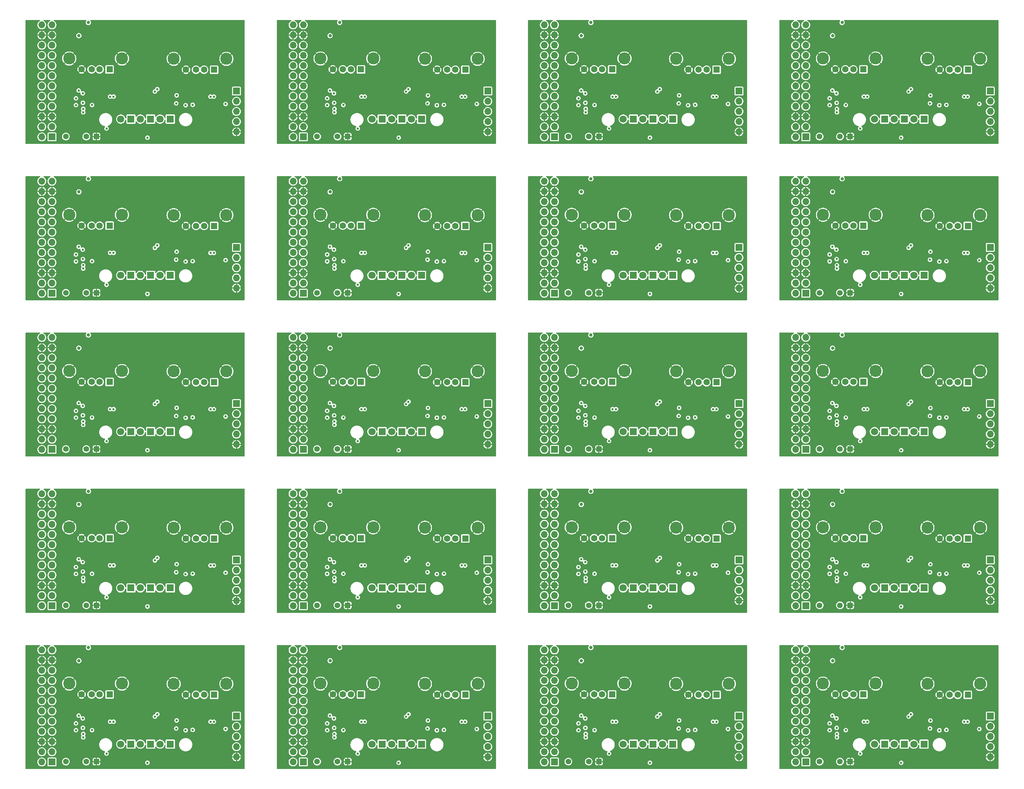
<source format=gbr>
%TF.GenerationSoftware,KiCad,Pcbnew,7.0.6+dfsg-1*%
%TF.CreationDate,2023-08-24T18:37:46+02:00*%
%TF.ProjectId,USB_panel,5553425f-7061-46e6-956c-2e6b69636164,V1.1*%
%TF.SameCoordinates,Original*%
%TF.FileFunction,Copper,L3,Inr*%
%TF.FilePolarity,Positive*%
%FSLAX46Y46*%
G04 Gerber Fmt 4.6, Leading zero omitted, Abs format (unit mm)*
G04 Created by KiCad (PCBNEW 7.0.6+dfsg-1) date 2023-08-24 18:37:46*
%MOMM*%
%LPD*%
G01*
G04 APERTURE LIST*
G04 Aperture macros list*
%AMRoundRect*
0 Rectangle with rounded corners*
0 $1 Rounding radius*
0 $2 $3 $4 $5 $6 $7 $8 $9 X,Y pos of 4 corners*
0 Add a 4 corners polygon primitive as box body*
4,1,4,$2,$3,$4,$5,$6,$7,$8,$9,$2,$3,0*
0 Add four circle primitives for the rounded corners*
1,1,$1+$1,$2,$3*
1,1,$1+$1,$4,$5*
1,1,$1+$1,$6,$7*
1,1,$1+$1,$8,$9*
0 Add four rect primitives between the rounded corners*
20,1,$1+$1,$2,$3,$4,$5,0*
20,1,$1+$1,$4,$5,$6,$7,0*
20,1,$1+$1,$6,$7,$8,$9,0*
20,1,$1+$1,$8,$9,$2,$3,0*%
G04 Aperture macros list end*
%TA.AperFunction,ComponentPad*%
%ADD10R,1.700000X1.700000*%
%TD*%
%TA.AperFunction,ComponentPad*%
%ADD11O,1.700000X1.700000*%
%TD*%
%TA.AperFunction,ComponentPad*%
%ADD12RoundRect,0.249200X0.450800X0.450800X-0.450800X0.450800X-0.450800X-0.450800X0.450800X-0.450800X0*%
%TD*%
%TA.AperFunction,ComponentPad*%
%ADD13C,1.400000*%
%TD*%
%TA.AperFunction,ComponentPad*%
%ADD14R,1.800000X1.800000*%
%TD*%
%TA.AperFunction,ComponentPad*%
%ADD15C,1.800000*%
%TD*%
%TA.AperFunction,ComponentPad*%
%ADD16R,1.600000X1.600000*%
%TD*%
%TA.AperFunction,ComponentPad*%
%ADD17C,1.600000*%
%TD*%
%TA.AperFunction,ComponentPad*%
%ADD18C,3.000000*%
%TD*%
%TA.AperFunction,ViaPad*%
%ADD19C,0.600000*%
%TD*%
%TA.AperFunction,ViaPad*%
%ADD20C,0.800000*%
%TD*%
G04 APERTURE END LIST*
D10*
%TO.N,Board_7-USB2_FPGA_D-*%
%TO.C,J1*%
X223027200Y-109513000D03*
D11*
%TO.N,Board_7-USB2_FPGA_D+*%
X220487200Y-109513000D03*
%TO.N,Board_7-+3V3*%
X223027200Y-106973000D03*
X220487200Y-106973000D03*
%TO.N,Board_7-GND*%
X223027200Y-104433000D03*
X220487200Y-104433000D03*
%TO.N,Board_7-USB1_FPGA_D-*%
X223027200Y-101893000D03*
%TO.N,Board_7-USB1_FPGA_D+*%
X220487200Y-101893000D03*
%TO.N,Board_7-USB1_FPGA_PULL_D-*%
X223027200Y-99353000D03*
%TO.N,Board_7-USB1_FPGA_PULL_D+*%
X220487200Y-99353000D03*
%TO.N,Board_7-USB2_FPGA_PULL_D-*%
X223027200Y-96813000D03*
%TO.N,Board_7-USB2_FPGA_PULL_D+*%
X220487200Y-96813000D03*
%TO.N,Board_7-USB2_FPGA_D-*%
X223027200Y-94273000D03*
%TO.N,Board_7-USB2_FPGA_D+*%
X220487200Y-94273000D03*
%TO.N,Board_7-USB1_FPGA_D-*%
X223027200Y-91733000D03*
%TO.N,Board_7-USB1_FPGA_D+*%
X220487200Y-91733000D03*
%TO.N,Board_7-GN26*%
X223027200Y-89193000D03*
%TO.N,Board_7-GP26*%
X220487200Y-89193000D03*
%TO.N,Board_7-GN27*%
X223027200Y-86653000D03*
%TO.N,Board_7-GP27*%
X220487200Y-86653000D03*
%TO.N,Board_7-GND*%
X223027200Y-84113000D03*
X220487200Y-84113000D03*
%TO.N,Board_7-+5V*%
X223027200Y-81573000D03*
X220487200Y-81573000D03*
%TD*%
D12*
%TO.N,Board_7-GND*%
%TO.C,U1*%
X234103200Y-109411000D03*
D13*
%TO.N,Board_7-+3V3*%
X231563200Y-109411000D03*
%TO.N,Board_7-GP26*%
X226483200Y-109411000D03*
%TD*%
D14*
%TO.N,Board_16-Net-(D15-K)*%
%TO.C,D15*%
X54859200Y-222027000D03*
D15*
%TO.N,Board_16-Net-(D15-A)*%
X52319200Y-222027000D03*
%TD*%
D14*
%TO.N,Board_15-Net-(D15-K)*%
%TO.C,D15*%
X242689200Y-183039000D03*
D15*
%TO.N,Board_15-Net-(D15-A)*%
X240149200Y-183039000D03*
%TD*%
D14*
%TO.N,Board_14-Net-(D16-K)*%
%TO.C,D16*%
X184979200Y-183039000D03*
D15*
%TO.N,Board_14-Net-(D15-K)*%
X182439200Y-183039000D03*
%TD*%
D10*
%TO.N,Board_12-USB2_FPGA_D-*%
%TO.C,J1*%
X35197200Y-187489000D03*
D11*
%TO.N,Board_12-USB2_FPGA_D+*%
X32657200Y-187489000D03*
%TO.N,Board_12-+3V3*%
X35197200Y-184949000D03*
X32657200Y-184949000D03*
%TO.N,Board_12-GND*%
X35197200Y-182409000D03*
X32657200Y-182409000D03*
%TO.N,Board_12-USB1_FPGA_D-*%
X35197200Y-179869000D03*
%TO.N,Board_12-USB1_FPGA_D+*%
X32657200Y-179869000D03*
%TO.N,Board_12-USB1_FPGA_PULL_D-*%
X35197200Y-177329000D03*
%TO.N,Board_12-USB1_FPGA_PULL_D+*%
X32657200Y-177329000D03*
%TO.N,Board_12-USB2_FPGA_PULL_D-*%
X35197200Y-174789000D03*
%TO.N,Board_12-USB2_FPGA_PULL_D+*%
X32657200Y-174789000D03*
%TO.N,Board_12-USB2_FPGA_D-*%
X35197200Y-172249000D03*
%TO.N,Board_12-USB2_FPGA_D+*%
X32657200Y-172249000D03*
%TO.N,Board_12-USB1_FPGA_D-*%
X35197200Y-169709000D03*
%TO.N,Board_12-USB1_FPGA_D+*%
X32657200Y-169709000D03*
%TO.N,Board_12-GN26*%
X35197200Y-167169000D03*
%TO.N,Board_12-GP26*%
X32657200Y-167169000D03*
%TO.N,Board_12-GN27*%
X35197200Y-164629000D03*
%TO.N,Board_12-GP27*%
X32657200Y-164629000D03*
%TO.N,Board_12-GND*%
X35197200Y-162089000D03*
X32657200Y-162089000D03*
%TO.N,Board_12-+5V*%
X35197200Y-159549000D03*
X32657200Y-159549000D03*
%TD*%
D14*
%TO.N,Board_12-Net-(D15-K)*%
%TO.C,D15*%
X54859200Y-183039000D03*
D15*
%TO.N,Board_12-Net-(D15-A)*%
X52319200Y-183039000D03*
%TD*%
D14*
%TO.N,Board_3-Net-(D16-K)*%
%TO.C,D16*%
X247589200Y-66075000D03*
D15*
%TO.N,Board_3-Net-(D15-K)*%
X245049200Y-66075000D03*
%TD*%
D14*
%TO.N,Board_6-Net-(D16-K)*%
%TO.C,D16*%
X184979200Y-105063000D03*
D15*
%TO.N,Board_6-Net-(D15-K)*%
X182439200Y-105063000D03*
%TD*%
D14*
%TO.N,Board_7-Net-(D17-K)*%
%TO.C,D17*%
X252489200Y-105063000D03*
D15*
%TO.N,Board_7-Net-(D16-K)*%
X249949200Y-105063000D03*
%TD*%
D14*
%TO.N,Board_15-Net-(D16-K)*%
%TO.C,D16*%
X247589200Y-183039000D03*
D15*
%TO.N,Board_15-Net-(D15-K)*%
X245049200Y-183039000D03*
%TD*%
D14*
%TO.N,Board_19-Net-(D15-K)*%
%TO.C,D15*%
X242689200Y-222027000D03*
D15*
%TO.N,Board_19-Net-(D15-A)*%
X240149200Y-222027000D03*
%TD*%
D14*
%TO.N,Board_4-Net-(D15-K)*%
%TO.C,D15*%
X54859200Y-105063000D03*
D15*
%TO.N,Board_4-Net-(D15-A)*%
X52319200Y-105063000D03*
%TD*%
D14*
%TO.N,Board_0-Net-(D16-K)*%
%TO.C,D16*%
X59759200Y-66075000D03*
D15*
%TO.N,Board_0-Net-(D15-K)*%
X57219200Y-66075000D03*
%TD*%
D12*
%TO.N,Board_14-GND*%
%TO.C,U1*%
X171493200Y-187387000D03*
D13*
%TO.N,Board_14-+3V3*%
X168953200Y-187387000D03*
%TO.N,Board_14-GP26*%
X163873200Y-187387000D03*
%TD*%
D10*
%TO.N,Board_4-+5V*%
%TO.C,J2*%
X81171200Y-98083000D03*
D11*
%TO.N,Board_4-+3V3*%
X81171200Y-100623000D03*
%TO.N,Board_4-GN27*%
X81171200Y-103163000D03*
%TO.N,Board_4-GP27*%
X81171200Y-105703000D03*
%TO.N,Board_4-GND*%
X81171200Y-108243000D03*
%TD*%
D16*
%TO.N,Board_14-+5V*%
%TO.C,US4*%
X200803200Y-170725000D03*
D17*
%TO.N,Board_14-/FPD2-*%
X198303200Y-170725000D03*
%TO.N,Board_14-/FPD2+*%
X196303200Y-170725000D03*
%TO.N,Board_14-GND*%
X193803200Y-170725000D03*
D18*
X203873200Y-168015000D03*
X190733200Y-168015000D03*
%TD*%
D14*
%TO.N,Board_11-Net-(D16-K)*%
%TO.C,D16*%
X247589200Y-144051000D03*
D15*
%TO.N,Board_11-Net-(D15-K)*%
X245049200Y-144051000D03*
%TD*%
D16*
%TO.N,Board_19-+5V*%
%TO.C,US3*%
X237389200Y-209627000D03*
D17*
%TO.N,Board_19-/FPD1-*%
X234889200Y-209627000D03*
%TO.N,Board_19-/FPD1+*%
X232889200Y-209627000D03*
%TO.N,Board_19-GND*%
X230389200Y-209627000D03*
D18*
X240459200Y-206917000D03*
X227319200Y-206917000D03*
%TD*%
D14*
%TO.N,Board_13-Net-(D17-K)*%
%TO.C,D17*%
X127269200Y-183039000D03*
D15*
%TO.N,Board_13-Net-(D16-K)*%
X124729200Y-183039000D03*
%TD*%
D14*
%TO.N,Board_1-Net-(D16-K)*%
%TO.C,D16*%
X122369200Y-66075000D03*
D15*
%TO.N,Board_1-Net-(D15-K)*%
X119829200Y-66075000D03*
%TD*%
D14*
%TO.N,Board_1-Net-(D15-K)*%
%TO.C,D15*%
X117469200Y-66075000D03*
D15*
%TO.N,Board_1-Net-(D15-A)*%
X114929200Y-66075000D03*
%TD*%
D10*
%TO.N,Board_10-+5V*%
%TO.C,J2*%
X206391200Y-137071000D03*
D11*
%TO.N,Board_10-+3V3*%
X206391200Y-139611000D03*
%TO.N,Board_10-GN27*%
X206391200Y-142151000D03*
%TO.N,Board_10-GP27*%
X206391200Y-144691000D03*
%TO.N,Board_10-GND*%
X206391200Y-147231000D03*
%TD*%
D12*
%TO.N,Board_6-GND*%
%TO.C,U1*%
X171493200Y-109411000D03*
D13*
%TO.N,Board_6-+3V3*%
X168953200Y-109411000D03*
%TO.N,Board_6-GP26*%
X163873200Y-109411000D03*
%TD*%
D16*
%TO.N,Board_13-+5V*%
%TO.C,US3*%
X112169200Y-170639000D03*
D17*
%TO.N,Board_13-/FPD1-*%
X109669200Y-170639000D03*
%TO.N,Board_13-/FPD1+*%
X107669200Y-170639000D03*
%TO.N,Board_13-GND*%
X105169200Y-170639000D03*
D18*
X115239200Y-167929000D03*
X102099200Y-167929000D03*
%TD*%
D10*
%TO.N,Board_1-+5V*%
%TO.C,J2*%
X143781200Y-59095000D03*
D11*
%TO.N,Board_1-+3V3*%
X143781200Y-61635000D03*
%TO.N,Board_1-GN27*%
X143781200Y-64175000D03*
%TO.N,Board_1-GP27*%
X143781200Y-66715000D03*
%TO.N,Board_1-GND*%
X143781200Y-69255000D03*
%TD*%
D14*
%TO.N,Board_18-Net-(D17-K)*%
%TO.C,D17*%
X189879200Y-222027000D03*
D15*
%TO.N,Board_18-Net-(D16-K)*%
X187339200Y-222027000D03*
%TD*%
D10*
%TO.N,Board_19-+5V*%
%TO.C,J2*%
X269001200Y-215047000D03*
D11*
%TO.N,Board_19-+3V3*%
X269001200Y-217587000D03*
%TO.N,Board_19-GN27*%
X269001200Y-220127000D03*
%TO.N,Board_19-GP27*%
X269001200Y-222667000D03*
%TO.N,Board_19-GND*%
X269001200Y-225207000D03*
%TD*%
D12*
%TO.N,Board_9-GND*%
%TO.C,U1*%
X108883200Y-148399000D03*
D13*
%TO.N,Board_9-+3V3*%
X106343200Y-148399000D03*
%TO.N,Board_9-GP26*%
X101263200Y-148399000D03*
%TD*%
D14*
%TO.N,Board_17-Net-(D17-K)*%
%TO.C,D17*%
X127269200Y-222027000D03*
D15*
%TO.N,Board_17-Net-(D16-K)*%
X124729200Y-222027000D03*
%TD*%
D16*
%TO.N,Board_14-+5V*%
%TO.C,US3*%
X174779200Y-170639000D03*
D17*
%TO.N,Board_14-/FPD1-*%
X172279200Y-170639000D03*
%TO.N,Board_14-/FPD1+*%
X170279200Y-170639000D03*
%TO.N,Board_14-GND*%
X167779200Y-170639000D03*
D18*
X177849200Y-167929000D03*
X164709200Y-167929000D03*
%TD*%
D16*
%TO.N,Board_15-+5V*%
%TO.C,US4*%
X263413200Y-170725000D03*
D17*
%TO.N,Board_15-/FPD2-*%
X260913200Y-170725000D03*
%TO.N,Board_15-/FPD2+*%
X258913200Y-170725000D03*
%TO.N,Board_15-GND*%
X256413200Y-170725000D03*
D18*
X266483200Y-168015000D03*
X253343200Y-168015000D03*
%TD*%
D12*
%TO.N,Board_5-GND*%
%TO.C,U1*%
X108883200Y-109411000D03*
D13*
%TO.N,Board_5-+3V3*%
X106343200Y-109411000D03*
%TO.N,Board_5-GP26*%
X101263200Y-109411000D03*
%TD*%
D12*
%TO.N,Board_0-GND*%
%TO.C,U1*%
X46273200Y-70423000D03*
D13*
%TO.N,Board_0-+3V3*%
X43733200Y-70423000D03*
%TO.N,Board_0-GP26*%
X38653200Y-70423000D03*
%TD*%
D10*
%TO.N,Board_17-USB2_FPGA_D-*%
%TO.C,J1*%
X97807200Y-226477000D03*
D11*
%TO.N,Board_17-USB2_FPGA_D+*%
X95267200Y-226477000D03*
%TO.N,Board_17-+3V3*%
X97807200Y-223937000D03*
X95267200Y-223937000D03*
%TO.N,Board_17-GND*%
X97807200Y-221397000D03*
X95267200Y-221397000D03*
%TO.N,Board_17-USB1_FPGA_D-*%
X97807200Y-218857000D03*
%TO.N,Board_17-USB1_FPGA_D+*%
X95267200Y-218857000D03*
%TO.N,Board_17-USB1_FPGA_PULL_D-*%
X97807200Y-216317000D03*
%TO.N,Board_17-USB1_FPGA_PULL_D+*%
X95267200Y-216317000D03*
%TO.N,Board_17-USB2_FPGA_PULL_D-*%
X97807200Y-213777000D03*
%TO.N,Board_17-USB2_FPGA_PULL_D+*%
X95267200Y-213777000D03*
%TO.N,Board_17-USB2_FPGA_D-*%
X97807200Y-211237000D03*
%TO.N,Board_17-USB2_FPGA_D+*%
X95267200Y-211237000D03*
%TO.N,Board_17-USB1_FPGA_D-*%
X97807200Y-208697000D03*
%TO.N,Board_17-USB1_FPGA_D+*%
X95267200Y-208697000D03*
%TO.N,Board_17-GN26*%
X97807200Y-206157000D03*
%TO.N,Board_17-GP26*%
X95267200Y-206157000D03*
%TO.N,Board_17-GN27*%
X97807200Y-203617000D03*
%TO.N,Board_17-GP27*%
X95267200Y-203617000D03*
%TO.N,Board_17-GND*%
X97807200Y-201077000D03*
X95267200Y-201077000D03*
%TO.N,Board_17-+5V*%
X97807200Y-198537000D03*
X95267200Y-198537000D03*
%TD*%
D16*
%TO.N,Board_5-+5V*%
%TO.C,US4*%
X138193200Y-92749000D03*
D17*
%TO.N,Board_5-/FPD2-*%
X135693200Y-92749000D03*
%TO.N,Board_5-/FPD2+*%
X133693200Y-92749000D03*
%TO.N,Board_5-GND*%
X131193200Y-92749000D03*
D18*
X141263200Y-90039000D03*
X128123200Y-90039000D03*
%TD*%
D10*
%TO.N,Board_11-USB2_FPGA_D-*%
%TO.C,J1*%
X223027200Y-148501000D03*
D11*
%TO.N,Board_11-USB2_FPGA_D+*%
X220487200Y-148501000D03*
%TO.N,Board_11-+3V3*%
X223027200Y-145961000D03*
X220487200Y-145961000D03*
%TO.N,Board_11-GND*%
X223027200Y-143421000D03*
X220487200Y-143421000D03*
%TO.N,Board_11-USB1_FPGA_D-*%
X223027200Y-140881000D03*
%TO.N,Board_11-USB1_FPGA_D+*%
X220487200Y-140881000D03*
%TO.N,Board_11-USB1_FPGA_PULL_D-*%
X223027200Y-138341000D03*
%TO.N,Board_11-USB1_FPGA_PULL_D+*%
X220487200Y-138341000D03*
%TO.N,Board_11-USB2_FPGA_PULL_D-*%
X223027200Y-135801000D03*
%TO.N,Board_11-USB2_FPGA_PULL_D+*%
X220487200Y-135801000D03*
%TO.N,Board_11-USB2_FPGA_D-*%
X223027200Y-133261000D03*
%TO.N,Board_11-USB2_FPGA_D+*%
X220487200Y-133261000D03*
%TO.N,Board_11-USB1_FPGA_D-*%
X223027200Y-130721000D03*
%TO.N,Board_11-USB1_FPGA_D+*%
X220487200Y-130721000D03*
%TO.N,Board_11-GN26*%
X223027200Y-128181000D03*
%TO.N,Board_11-GP26*%
X220487200Y-128181000D03*
%TO.N,Board_11-GN27*%
X223027200Y-125641000D03*
%TO.N,Board_11-GP27*%
X220487200Y-125641000D03*
%TO.N,Board_11-GND*%
X223027200Y-123101000D03*
X220487200Y-123101000D03*
%TO.N,Board_11-+5V*%
X223027200Y-120561000D03*
X220487200Y-120561000D03*
%TD*%
D14*
%TO.N,Board_18-Net-(D15-K)*%
%TO.C,D15*%
X180079200Y-222027000D03*
D15*
%TO.N,Board_18-Net-(D15-A)*%
X177539200Y-222027000D03*
%TD*%
D14*
%TO.N,Board_2-Net-(D15-K)*%
%TO.C,D15*%
X180079200Y-66075000D03*
D15*
%TO.N,Board_2-Net-(D15-A)*%
X177539200Y-66075000D03*
%TD*%
D12*
%TO.N,Board_1-GND*%
%TO.C,U1*%
X108883200Y-70423000D03*
D13*
%TO.N,Board_1-+3V3*%
X106343200Y-70423000D03*
%TO.N,Board_1-GP26*%
X101263200Y-70423000D03*
%TD*%
D16*
%TO.N,Board_0-+5V*%
%TO.C,US4*%
X75583200Y-53761000D03*
D17*
%TO.N,Board_0-/FPD2-*%
X73083200Y-53761000D03*
%TO.N,Board_0-/FPD2+*%
X71083200Y-53761000D03*
%TO.N,Board_0-GND*%
X68583200Y-53761000D03*
D18*
X78653200Y-51051000D03*
X65513200Y-51051000D03*
%TD*%
D10*
%TO.N,Board_1-USB2_FPGA_D-*%
%TO.C,J1*%
X97807200Y-70525000D03*
D11*
%TO.N,Board_1-USB2_FPGA_D+*%
X95267200Y-70525000D03*
%TO.N,Board_1-+3V3*%
X97807200Y-67985000D03*
X95267200Y-67985000D03*
%TO.N,Board_1-GND*%
X97807200Y-65445000D03*
X95267200Y-65445000D03*
%TO.N,Board_1-USB1_FPGA_D-*%
X97807200Y-62905000D03*
%TO.N,Board_1-USB1_FPGA_D+*%
X95267200Y-62905000D03*
%TO.N,Board_1-USB1_FPGA_PULL_D-*%
X97807200Y-60365000D03*
%TO.N,Board_1-USB1_FPGA_PULL_D+*%
X95267200Y-60365000D03*
%TO.N,Board_1-USB2_FPGA_PULL_D-*%
X97807200Y-57825000D03*
%TO.N,Board_1-USB2_FPGA_PULL_D+*%
X95267200Y-57825000D03*
%TO.N,Board_1-USB2_FPGA_D-*%
X97807200Y-55285000D03*
%TO.N,Board_1-USB2_FPGA_D+*%
X95267200Y-55285000D03*
%TO.N,Board_1-USB1_FPGA_D-*%
X97807200Y-52745000D03*
%TO.N,Board_1-USB1_FPGA_D+*%
X95267200Y-52745000D03*
%TO.N,Board_1-GN26*%
X97807200Y-50205000D03*
%TO.N,Board_1-GP26*%
X95267200Y-50205000D03*
%TO.N,Board_1-GN27*%
X97807200Y-47665000D03*
%TO.N,Board_1-GP27*%
X95267200Y-47665000D03*
%TO.N,Board_1-GND*%
X97807200Y-45125000D03*
X95267200Y-45125000D03*
%TO.N,Board_1-+5V*%
X97807200Y-42585000D03*
X95267200Y-42585000D03*
%TD*%
D12*
%TO.N,Board_11-GND*%
%TO.C,U1*%
X234103200Y-148399000D03*
D13*
%TO.N,Board_11-+3V3*%
X231563200Y-148399000D03*
%TO.N,Board_11-GP26*%
X226483200Y-148399000D03*
%TD*%
D14*
%TO.N,Board_5-Net-(D16-K)*%
%TO.C,D16*%
X122369200Y-105063000D03*
D15*
%TO.N,Board_5-Net-(D15-K)*%
X119829200Y-105063000D03*
%TD*%
D10*
%TO.N,Board_13-USB2_FPGA_D-*%
%TO.C,J1*%
X97807200Y-187489000D03*
D11*
%TO.N,Board_13-USB2_FPGA_D+*%
X95267200Y-187489000D03*
%TO.N,Board_13-+3V3*%
X97807200Y-184949000D03*
X95267200Y-184949000D03*
%TO.N,Board_13-GND*%
X97807200Y-182409000D03*
X95267200Y-182409000D03*
%TO.N,Board_13-USB1_FPGA_D-*%
X97807200Y-179869000D03*
%TO.N,Board_13-USB1_FPGA_D+*%
X95267200Y-179869000D03*
%TO.N,Board_13-USB1_FPGA_PULL_D-*%
X97807200Y-177329000D03*
%TO.N,Board_13-USB1_FPGA_PULL_D+*%
X95267200Y-177329000D03*
%TO.N,Board_13-USB2_FPGA_PULL_D-*%
X97807200Y-174789000D03*
%TO.N,Board_13-USB2_FPGA_PULL_D+*%
X95267200Y-174789000D03*
%TO.N,Board_13-USB2_FPGA_D-*%
X97807200Y-172249000D03*
%TO.N,Board_13-USB2_FPGA_D+*%
X95267200Y-172249000D03*
%TO.N,Board_13-USB1_FPGA_D-*%
X97807200Y-169709000D03*
%TO.N,Board_13-USB1_FPGA_D+*%
X95267200Y-169709000D03*
%TO.N,Board_13-GN26*%
X97807200Y-167169000D03*
%TO.N,Board_13-GP26*%
X95267200Y-167169000D03*
%TO.N,Board_13-GN27*%
X97807200Y-164629000D03*
%TO.N,Board_13-GP27*%
X95267200Y-164629000D03*
%TO.N,Board_13-GND*%
X97807200Y-162089000D03*
X95267200Y-162089000D03*
%TO.N,Board_13-+5V*%
X97807200Y-159549000D03*
X95267200Y-159549000D03*
%TD*%
D16*
%TO.N,Board_9-+5V*%
%TO.C,US4*%
X138193200Y-131737000D03*
D17*
%TO.N,Board_9-/FPD2-*%
X135693200Y-131737000D03*
%TO.N,Board_9-/FPD2+*%
X133693200Y-131737000D03*
%TO.N,Board_9-GND*%
X131193200Y-131737000D03*
D18*
X141263200Y-129027000D03*
X128123200Y-129027000D03*
%TD*%
D16*
%TO.N,Board_2-+5V*%
%TO.C,US4*%
X200803200Y-53761000D03*
D17*
%TO.N,Board_2-/FPD2-*%
X198303200Y-53761000D03*
%TO.N,Board_2-/FPD2+*%
X196303200Y-53761000D03*
%TO.N,Board_2-GND*%
X193803200Y-53761000D03*
D18*
X203873200Y-51051000D03*
X190733200Y-51051000D03*
%TD*%
D14*
%TO.N,Board_5-Net-(D15-K)*%
%TO.C,D15*%
X117469200Y-105063000D03*
D15*
%TO.N,Board_5-Net-(D15-A)*%
X114929200Y-105063000D03*
%TD*%
D16*
%TO.N,Board_16-+5V*%
%TO.C,US4*%
X75583200Y-209713000D03*
D17*
%TO.N,Board_16-/FPD2-*%
X73083200Y-209713000D03*
%TO.N,Board_16-/FPD2+*%
X71083200Y-209713000D03*
%TO.N,Board_16-GND*%
X68583200Y-209713000D03*
D18*
X78653200Y-207003000D03*
X65513200Y-207003000D03*
%TD*%
D14*
%TO.N,Board_5-Net-(D17-K)*%
%TO.C,D17*%
X127269200Y-105063000D03*
D15*
%TO.N,Board_5-Net-(D16-K)*%
X124729200Y-105063000D03*
%TD*%
D14*
%TO.N,Board_10-Net-(D17-K)*%
%TO.C,D17*%
X189879200Y-144051000D03*
D15*
%TO.N,Board_10-Net-(D16-K)*%
X187339200Y-144051000D03*
%TD*%
D16*
%TO.N,Board_11-+5V*%
%TO.C,US4*%
X263413200Y-131737000D03*
D17*
%TO.N,Board_11-/FPD2-*%
X260913200Y-131737000D03*
%TO.N,Board_11-/FPD2+*%
X258913200Y-131737000D03*
%TO.N,Board_11-GND*%
X256413200Y-131737000D03*
D18*
X266483200Y-129027000D03*
X253343200Y-129027000D03*
%TD*%
D10*
%TO.N,Board_8-+5V*%
%TO.C,J2*%
X81171200Y-137071000D03*
D11*
%TO.N,Board_8-+3V3*%
X81171200Y-139611000D03*
%TO.N,Board_8-GN27*%
X81171200Y-142151000D03*
%TO.N,Board_8-GP27*%
X81171200Y-144691000D03*
%TO.N,Board_8-GND*%
X81171200Y-147231000D03*
%TD*%
D14*
%TO.N,Board_10-Net-(D16-K)*%
%TO.C,D16*%
X184979200Y-144051000D03*
D15*
%TO.N,Board_10-Net-(D15-K)*%
X182439200Y-144051000D03*
%TD*%
D14*
%TO.N,Board_3-Net-(D15-K)*%
%TO.C,D15*%
X242689200Y-66075000D03*
D15*
%TO.N,Board_3-Net-(D15-A)*%
X240149200Y-66075000D03*
%TD*%
D16*
%TO.N,Board_6-+5V*%
%TO.C,US3*%
X174779200Y-92663000D03*
D17*
%TO.N,Board_6-/FPD1-*%
X172279200Y-92663000D03*
%TO.N,Board_6-/FPD1+*%
X170279200Y-92663000D03*
%TO.N,Board_6-GND*%
X167779200Y-92663000D03*
D18*
X177849200Y-89953000D03*
X164709200Y-89953000D03*
%TD*%
D10*
%TO.N,Board_18-USB2_FPGA_D-*%
%TO.C,J1*%
X160417200Y-226477000D03*
D11*
%TO.N,Board_18-USB2_FPGA_D+*%
X157877200Y-226477000D03*
%TO.N,Board_18-+3V3*%
X160417200Y-223937000D03*
X157877200Y-223937000D03*
%TO.N,Board_18-GND*%
X160417200Y-221397000D03*
X157877200Y-221397000D03*
%TO.N,Board_18-USB1_FPGA_D-*%
X160417200Y-218857000D03*
%TO.N,Board_18-USB1_FPGA_D+*%
X157877200Y-218857000D03*
%TO.N,Board_18-USB1_FPGA_PULL_D-*%
X160417200Y-216317000D03*
%TO.N,Board_18-USB1_FPGA_PULL_D+*%
X157877200Y-216317000D03*
%TO.N,Board_18-USB2_FPGA_PULL_D-*%
X160417200Y-213777000D03*
%TO.N,Board_18-USB2_FPGA_PULL_D+*%
X157877200Y-213777000D03*
%TO.N,Board_18-USB2_FPGA_D-*%
X160417200Y-211237000D03*
%TO.N,Board_18-USB2_FPGA_D+*%
X157877200Y-211237000D03*
%TO.N,Board_18-USB1_FPGA_D-*%
X160417200Y-208697000D03*
%TO.N,Board_18-USB1_FPGA_D+*%
X157877200Y-208697000D03*
%TO.N,Board_18-GN26*%
X160417200Y-206157000D03*
%TO.N,Board_18-GP26*%
X157877200Y-206157000D03*
%TO.N,Board_18-GN27*%
X160417200Y-203617000D03*
%TO.N,Board_18-GP27*%
X157877200Y-203617000D03*
%TO.N,Board_18-GND*%
X160417200Y-201077000D03*
X157877200Y-201077000D03*
%TO.N,Board_18-+5V*%
X160417200Y-198537000D03*
X157877200Y-198537000D03*
%TD*%
D12*
%TO.N,Board_12-GND*%
%TO.C,U1*%
X46273200Y-187387000D03*
D13*
%TO.N,Board_12-+3V3*%
X43733200Y-187387000D03*
%TO.N,Board_12-GP26*%
X38653200Y-187387000D03*
%TD*%
D14*
%TO.N,Board_18-Net-(D16-K)*%
%TO.C,D16*%
X184979200Y-222027000D03*
D15*
%TO.N,Board_18-Net-(D15-K)*%
X182439200Y-222027000D03*
%TD*%
D12*
%TO.N,Board_18-GND*%
%TO.C,U1*%
X171493200Y-226375000D03*
D13*
%TO.N,Board_18-+3V3*%
X168953200Y-226375000D03*
%TO.N,Board_18-GP26*%
X163873200Y-226375000D03*
%TD*%
D14*
%TO.N,Board_4-Net-(D16-K)*%
%TO.C,D16*%
X59759200Y-105063000D03*
D15*
%TO.N,Board_4-Net-(D15-K)*%
X57219200Y-105063000D03*
%TD*%
D10*
%TO.N,Board_6-+5V*%
%TO.C,J2*%
X206391200Y-98083000D03*
D11*
%TO.N,Board_6-+3V3*%
X206391200Y-100623000D03*
%TO.N,Board_6-GN27*%
X206391200Y-103163000D03*
%TO.N,Board_6-GP27*%
X206391200Y-105703000D03*
%TO.N,Board_6-GND*%
X206391200Y-108243000D03*
%TD*%
D16*
%TO.N,Board_13-+5V*%
%TO.C,US4*%
X138193200Y-170725000D03*
D17*
%TO.N,Board_13-/FPD2-*%
X135693200Y-170725000D03*
%TO.N,Board_13-/FPD2+*%
X133693200Y-170725000D03*
%TO.N,Board_13-GND*%
X131193200Y-170725000D03*
D18*
X141263200Y-168015000D03*
X128123200Y-168015000D03*
%TD*%
D14*
%TO.N,Board_12-Net-(D17-K)*%
%TO.C,D17*%
X64659200Y-183039000D03*
D15*
%TO.N,Board_12-Net-(D16-K)*%
X62119200Y-183039000D03*
%TD*%
D10*
%TO.N,Board_0-USB2_FPGA_D-*%
%TO.C,J1*%
X35197200Y-70525000D03*
D11*
%TO.N,Board_0-USB2_FPGA_D+*%
X32657200Y-70525000D03*
%TO.N,Board_0-+3V3*%
X35197200Y-67985000D03*
X32657200Y-67985000D03*
%TO.N,Board_0-GND*%
X35197200Y-65445000D03*
X32657200Y-65445000D03*
%TO.N,Board_0-USB1_FPGA_D-*%
X35197200Y-62905000D03*
%TO.N,Board_0-USB1_FPGA_D+*%
X32657200Y-62905000D03*
%TO.N,Board_0-USB1_FPGA_PULL_D-*%
X35197200Y-60365000D03*
%TO.N,Board_0-USB1_FPGA_PULL_D+*%
X32657200Y-60365000D03*
%TO.N,Board_0-USB2_FPGA_PULL_D-*%
X35197200Y-57825000D03*
%TO.N,Board_0-USB2_FPGA_PULL_D+*%
X32657200Y-57825000D03*
%TO.N,Board_0-USB2_FPGA_D-*%
X35197200Y-55285000D03*
%TO.N,Board_0-USB2_FPGA_D+*%
X32657200Y-55285000D03*
%TO.N,Board_0-USB1_FPGA_D-*%
X35197200Y-52745000D03*
%TO.N,Board_0-USB1_FPGA_D+*%
X32657200Y-52745000D03*
%TO.N,Board_0-GN26*%
X35197200Y-50205000D03*
%TO.N,Board_0-GP26*%
X32657200Y-50205000D03*
%TO.N,Board_0-GN27*%
X35197200Y-47665000D03*
%TO.N,Board_0-GP27*%
X32657200Y-47665000D03*
%TO.N,Board_0-GND*%
X35197200Y-45125000D03*
X32657200Y-45125000D03*
%TO.N,Board_0-+5V*%
X35197200Y-42585000D03*
X32657200Y-42585000D03*
%TD*%
D10*
%TO.N,Board_9-USB2_FPGA_D-*%
%TO.C,J1*%
X97807200Y-148501000D03*
D11*
%TO.N,Board_9-USB2_FPGA_D+*%
X95267200Y-148501000D03*
%TO.N,Board_9-+3V3*%
X97807200Y-145961000D03*
X95267200Y-145961000D03*
%TO.N,Board_9-GND*%
X97807200Y-143421000D03*
X95267200Y-143421000D03*
%TO.N,Board_9-USB1_FPGA_D-*%
X97807200Y-140881000D03*
%TO.N,Board_9-USB1_FPGA_D+*%
X95267200Y-140881000D03*
%TO.N,Board_9-USB1_FPGA_PULL_D-*%
X97807200Y-138341000D03*
%TO.N,Board_9-USB1_FPGA_PULL_D+*%
X95267200Y-138341000D03*
%TO.N,Board_9-USB2_FPGA_PULL_D-*%
X97807200Y-135801000D03*
%TO.N,Board_9-USB2_FPGA_PULL_D+*%
X95267200Y-135801000D03*
%TO.N,Board_9-USB2_FPGA_D-*%
X97807200Y-133261000D03*
%TO.N,Board_9-USB2_FPGA_D+*%
X95267200Y-133261000D03*
%TO.N,Board_9-USB1_FPGA_D-*%
X97807200Y-130721000D03*
%TO.N,Board_9-USB1_FPGA_D+*%
X95267200Y-130721000D03*
%TO.N,Board_9-GN26*%
X97807200Y-128181000D03*
%TO.N,Board_9-GP26*%
X95267200Y-128181000D03*
%TO.N,Board_9-GN27*%
X97807200Y-125641000D03*
%TO.N,Board_9-GP27*%
X95267200Y-125641000D03*
%TO.N,Board_9-GND*%
X97807200Y-123101000D03*
X95267200Y-123101000D03*
%TO.N,Board_9-+5V*%
X97807200Y-120561000D03*
X95267200Y-120561000D03*
%TD*%
D10*
%TO.N,Board_6-USB2_FPGA_D-*%
%TO.C,J1*%
X160417200Y-109513000D03*
D11*
%TO.N,Board_6-USB2_FPGA_D+*%
X157877200Y-109513000D03*
%TO.N,Board_6-+3V3*%
X160417200Y-106973000D03*
X157877200Y-106973000D03*
%TO.N,Board_6-GND*%
X160417200Y-104433000D03*
X157877200Y-104433000D03*
%TO.N,Board_6-USB1_FPGA_D-*%
X160417200Y-101893000D03*
%TO.N,Board_6-USB1_FPGA_D+*%
X157877200Y-101893000D03*
%TO.N,Board_6-USB1_FPGA_PULL_D-*%
X160417200Y-99353000D03*
%TO.N,Board_6-USB1_FPGA_PULL_D+*%
X157877200Y-99353000D03*
%TO.N,Board_6-USB2_FPGA_PULL_D-*%
X160417200Y-96813000D03*
%TO.N,Board_6-USB2_FPGA_PULL_D+*%
X157877200Y-96813000D03*
%TO.N,Board_6-USB2_FPGA_D-*%
X160417200Y-94273000D03*
%TO.N,Board_6-USB2_FPGA_D+*%
X157877200Y-94273000D03*
%TO.N,Board_6-USB1_FPGA_D-*%
X160417200Y-91733000D03*
%TO.N,Board_6-USB1_FPGA_D+*%
X157877200Y-91733000D03*
%TO.N,Board_6-GN26*%
X160417200Y-89193000D03*
%TO.N,Board_6-GP26*%
X157877200Y-89193000D03*
%TO.N,Board_6-GN27*%
X160417200Y-86653000D03*
%TO.N,Board_6-GP27*%
X157877200Y-86653000D03*
%TO.N,Board_6-GND*%
X160417200Y-84113000D03*
X157877200Y-84113000D03*
%TO.N,Board_6-+5V*%
X160417200Y-81573000D03*
X157877200Y-81573000D03*
%TD*%
D14*
%TO.N,Board_8-Net-(D16-K)*%
%TO.C,D16*%
X59759200Y-144051000D03*
D15*
%TO.N,Board_8-Net-(D15-K)*%
X57219200Y-144051000D03*
%TD*%
D14*
%TO.N,Board_0-Net-(D15-K)*%
%TO.C,D15*%
X54859200Y-66075000D03*
D15*
%TO.N,Board_0-Net-(D15-A)*%
X52319200Y-66075000D03*
%TD*%
D10*
%TO.N,Board_5-USB2_FPGA_D-*%
%TO.C,J1*%
X97807200Y-109513000D03*
D11*
%TO.N,Board_5-USB2_FPGA_D+*%
X95267200Y-109513000D03*
%TO.N,Board_5-+3V3*%
X97807200Y-106973000D03*
X95267200Y-106973000D03*
%TO.N,Board_5-GND*%
X97807200Y-104433000D03*
X95267200Y-104433000D03*
%TO.N,Board_5-USB1_FPGA_D-*%
X97807200Y-101893000D03*
%TO.N,Board_5-USB1_FPGA_D+*%
X95267200Y-101893000D03*
%TO.N,Board_5-USB1_FPGA_PULL_D-*%
X97807200Y-99353000D03*
%TO.N,Board_5-USB1_FPGA_PULL_D+*%
X95267200Y-99353000D03*
%TO.N,Board_5-USB2_FPGA_PULL_D-*%
X97807200Y-96813000D03*
%TO.N,Board_5-USB2_FPGA_PULL_D+*%
X95267200Y-96813000D03*
%TO.N,Board_5-USB2_FPGA_D-*%
X97807200Y-94273000D03*
%TO.N,Board_5-USB2_FPGA_D+*%
X95267200Y-94273000D03*
%TO.N,Board_5-USB1_FPGA_D-*%
X97807200Y-91733000D03*
%TO.N,Board_5-USB1_FPGA_D+*%
X95267200Y-91733000D03*
%TO.N,Board_5-GN26*%
X97807200Y-89193000D03*
%TO.N,Board_5-GP26*%
X95267200Y-89193000D03*
%TO.N,Board_5-GN27*%
X97807200Y-86653000D03*
%TO.N,Board_5-GP27*%
X95267200Y-86653000D03*
%TO.N,Board_5-GND*%
X97807200Y-84113000D03*
X95267200Y-84113000D03*
%TO.N,Board_5-+5V*%
X97807200Y-81573000D03*
X95267200Y-81573000D03*
%TD*%
D10*
%TO.N,Board_18-+5V*%
%TO.C,J2*%
X206391200Y-215047000D03*
D11*
%TO.N,Board_18-+3V3*%
X206391200Y-217587000D03*
%TO.N,Board_18-GN27*%
X206391200Y-220127000D03*
%TO.N,Board_18-GP27*%
X206391200Y-222667000D03*
%TO.N,Board_18-GND*%
X206391200Y-225207000D03*
%TD*%
D12*
%TO.N,Board_16-GND*%
%TO.C,U1*%
X46273200Y-226375000D03*
D13*
%TO.N,Board_16-+3V3*%
X43733200Y-226375000D03*
%TO.N,Board_16-GP26*%
X38653200Y-226375000D03*
%TD*%
D10*
%TO.N,Board_7-+5V*%
%TO.C,J2*%
X269001200Y-98083000D03*
D11*
%TO.N,Board_7-+3V3*%
X269001200Y-100623000D03*
%TO.N,Board_7-GN27*%
X269001200Y-103163000D03*
%TO.N,Board_7-GP27*%
X269001200Y-105703000D03*
%TO.N,Board_7-GND*%
X269001200Y-108243000D03*
%TD*%
D16*
%TO.N,Board_8-+5V*%
%TO.C,US4*%
X75583200Y-131737000D03*
D17*
%TO.N,Board_8-/FPD2-*%
X73083200Y-131737000D03*
%TO.N,Board_8-/FPD2+*%
X71083200Y-131737000D03*
%TO.N,Board_8-GND*%
X68583200Y-131737000D03*
D18*
X78653200Y-129027000D03*
X65513200Y-129027000D03*
%TD*%
D14*
%TO.N,Board_19-Net-(D17-K)*%
%TO.C,D17*%
X252489200Y-222027000D03*
D15*
%TO.N,Board_19-Net-(D16-K)*%
X249949200Y-222027000D03*
%TD*%
D14*
%TO.N,Board_14-Net-(D15-K)*%
%TO.C,D15*%
X180079200Y-183039000D03*
D15*
%TO.N,Board_14-Net-(D15-A)*%
X177539200Y-183039000D03*
%TD*%
D14*
%TO.N,Board_0-Net-(D17-K)*%
%TO.C,D17*%
X64659200Y-66075000D03*
D15*
%TO.N,Board_0-Net-(D16-K)*%
X62119200Y-66075000D03*
%TD*%
D10*
%TO.N,Board_4-USB2_FPGA_D-*%
%TO.C,J1*%
X35197200Y-109513000D03*
D11*
%TO.N,Board_4-USB2_FPGA_D+*%
X32657200Y-109513000D03*
%TO.N,Board_4-+3V3*%
X35197200Y-106973000D03*
X32657200Y-106973000D03*
%TO.N,Board_4-GND*%
X35197200Y-104433000D03*
X32657200Y-104433000D03*
%TO.N,Board_4-USB1_FPGA_D-*%
X35197200Y-101893000D03*
%TO.N,Board_4-USB1_FPGA_D+*%
X32657200Y-101893000D03*
%TO.N,Board_4-USB1_FPGA_PULL_D-*%
X35197200Y-99353000D03*
%TO.N,Board_4-USB1_FPGA_PULL_D+*%
X32657200Y-99353000D03*
%TO.N,Board_4-USB2_FPGA_PULL_D-*%
X35197200Y-96813000D03*
%TO.N,Board_4-USB2_FPGA_PULL_D+*%
X32657200Y-96813000D03*
%TO.N,Board_4-USB2_FPGA_D-*%
X35197200Y-94273000D03*
%TO.N,Board_4-USB2_FPGA_D+*%
X32657200Y-94273000D03*
%TO.N,Board_4-USB1_FPGA_D-*%
X35197200Y-91733000D03*
%TO.N,Board_4-USB1_FPGA_D+*%
X32657200Y-91733000D03*
%TO.N,Board_4-GN26*%
X35197200Y-89193000D03*
%TO.N,Board_4-GP26*%
X32657200Y-89193000D03*
%TO.N,Board_4-GN27*%
X35197200Y-86653000D03*
%TO.N,Board_4-GP27*%
X32657200Y-86653000D03*
%TO.N,Board_4-GND*%
X35197200Y-84113000D03*
X32657200Y-84113000D03*
%TO.N,Board_4-+5V*%
X35197200Y-81573000D03*
X32657200Y-81573000D03*
%TD*%
D16*
%TO.N,Board_9-+5V*%
%TO.C,US3*%
X112169200Y-131651000D03*
D17*
%TO.N,Board_9-/FPD1-*%
X109669200Y-131651000D03*
%TO.N,Board_9-/FPD1+*%
X107669200Y-131651000D03*
%TO.N,Board_9-GND*%
X105169200Y-131651000D03*
D18*
X115239200Y-128941000D03*
X102099200Y-128941000D03*
%TD*%
D12*
%TO.N,Board_8-GND*%
%TO.C,U1*%
X46273200Y-148399000D03*
D13*
%TO.N,Board_8-+3V3*%
X43733200Y-148399000D03*
%TO.N,Board_8-GP26*%
X38653200Y-148399000D03*
%TD*%
D10*
%TO.N,Board_14-USB2_FPGA_D-*%
%TO.C,J1*%
X160417200Y-187489000D03*
D11*
%TO.N,Board_14-USB2_FPGA_D+*%
X157877200Y-187489000D03*
%TO.N,Board_14-+3V3*%
X160417200Y-184949000D03*
X157877200Y-184949000D03*
%TO.N,Board_14-GND*%
X160417200Y-182409000D03*
X157877200Y-182409000D03*
%TO.N,Board_14-USB1_FPGA_D-*%
X160417200Y-179869000D03*
%TO.N,Board_14-USB1_FPGA_D+*%
X157877200Y-179869000D03*
%TO.N,Board_14-USB1_FPGA_PULL_D-*%
X160417200Y-177329000D03*
%TO.N,Board_14-USB1_FPGA_PULL_D+*%
X157877200Y-177329000D03*
%TO.N,Board_14-USB2_FPGA_PULL_D-*%
X160417200Y-174789000D03*
%TO.N,Board_14-USB2_FPGA_PULL_D+*%
X157877200Y-174789000D03*
%TO.N,Board_14-USB2_FPGA_D-*%
X160417200Y-172249000D03*
%TO.N,Board_14-USB2_FPGA_D+*%
X157877200Y-172249000D03*
%TO.N,Board_14-USB1_FPGA_D-*%
X160417200Y-169709000D03*
%TO.N,Board_14-USB1_FPGA_D+*%
X157877200Y-169709000D03*
%TO.N,Board_14-GN26*%
X160417200Y-167169000D03*
%TO.N,Board_14-GP26*%
X157877200Y-167169000D03*
%TO.N,Board_14-GN27*%
X160417200Y-164629000D03*
%TO.N,Board_14-GP27*%
X157877200Y-164629000D03*
%TO.N,Board_14-GND*%
X160417200Y-162089000D03*
X157877200Y-162089000D03*
%TO.N,Board_14-+5V*%
X160417200Y-159549000D03*
X157877200Y-159549000D03*
%TD*%
D10*
%TO.N,Board_13-+5V*%
%TO.C,J2*%
X143781200Y-176059000D03*
D11*
%TO.N,Board_13-+3V3*%
X143781200Y-178599000D03*
%TO.N,Board_13-GN27*%
X143781200Y-181139000D03*
%TO.N,Board_13-GP27*%
X143781200Y-183679000D03*
%TO.N,Board_13-GND*%
X143781200Y-186219000D03*
%TD*%
D16*
%TO.N,Board_7-+5V*%
%TO.C,US4*%
X263413200Y-92749000D03*
D17*
%TO.N,Board_7-/FPD2-*%
X260913200Y-92749000D03*
%TO.N,Board_7-/FPD2+*%
X258913200Y-92749000D03*
%TO.N,Board_7-GND*%
X256413200Y-92749000D03*
D18*
X266483200Y-90039000D03*
X253343200Y-90039000D03*
%TD*%
D14*
%TO.N,Board_2-Net-(D16-K)*%
%TO.C,D16*%
X184979200Y-66075000D03*
D15*
%TO.N,Board_2-Net-(D15-K)*%
X182439200Y-66075000D03*
%TD*%
D16*
%TO.N,Board_3-+5V*%
%TO.C,US4*%
X263413200Y-53761000D03*
D17*
%TO.N,Board_3-/FPD2-*%
X260913200Y-53761000D03*
%TO.N,Board_3-/FPD2+*%
X258913200Y-53761000D03*
%TO.N,Board_3-GND*%
X256413200Y-53761000D03*
D18*
X266483200Y-51051000D03*
X253343200Y-51051000D03*
%TD*%
D14*
%TO.N,Board_9-Net-(D17-K)*%
%TO.C,D17*%
X127269200Y-144051000D03*
D15*
%TO.N,Board_9-Net-(D16-K)*%
X124729200Y-144051000D03*
%TD*%
D14*
%TO.N,Board_9-Net-(D15-K)*%
%TO.C,D15*%
X117469200Y-144051000D03*
D15*
%TO.N,Board_9-Net-(D15-A)*%
X114929200Y-144051000D03*
%TD*%
D16*
%TO.N,Board_16-+5V*%
%TO.C,US3*%
X49559200Y-209627000D03*
D17*
%TO.N,Board_16-/FPD1-*%
X47059200Y-209627000D03*
%TO.N,Board_16-/FPD1+*%
X45059200Y-209627000D03*
%TO.N,Board_16-GND*%
X42559200Y-209627000D03*
D18*
X52629200Y-206917000D03*
X39489200Y-206917000D03*
%TD*%
D10*
%TO.N,Board_15-+5V*%
%TO.C,J2*%
X269001200Y-176059000D03*
D11*
%TO.N,Board_15-+3V3*%
X269001200Y-178599000D03*
%TO.N,Board_15-GN27*%
X269001200Y-181139000D03*
%TO.N,Board_15-GP27*%
X269001200Y-183679000D03*
%TO.N,Board_15-GND*%
X269001200Y-186219000D03*
%TD*%
D16*
%TO.N,Board_15-+5V*%
%TO.C,US3*%
X237389200Y-170639000D03*
D17*
%TO.N,Board_15-/FPD1-*%
X234889200Y-170639000D03*
%TO.N,Board_15-/FPD1+*%
X232889200Y-170639000D03*
%TO.N,Board_15-GND*%
X230389200Y-170639000D03*
D18*
X240459200Y-167929000D03*
X227319200Y-167929000D03*
%TD*%
D16*
%TO.N,Board_10-+5V*%
%TO.C,US3*%
X174779200Y-131651000D03*
D17*
%TO.N,Board_10-/FPD1-*%
X172279200Y-131651000D03*
%TO.N,Board_10-/FPD1+*%
X170279200Y-131651000D03*
%TO.N,Board_10-GND*%
X167779200Y-131651000D03*
D18*
X177849200Y-128941000D03*
X164709200Y-128941000D03*
%TD*%
D16*
%TO.N,Board_1-+5V*%
%TO.C,US4*%
X138193200Y-53761000D03*
D17*
%TO.N,Board_1-/FPD2-*%
X135693200Y-53761000D03*
%TO.N,Board_1-/FPD2+*%
X133693200Y-53761000D03*
%TO.N,Board_1-GND*%
X131193200Y-53761000D03*
D18*
X141263200Y-51051000D03*
X128123200Y-51051000D03*
%TD*%
D14*
%TO.N,Board_10-Net-(D15-K)*%
%TO.C,D15*%
X180079200Y-144051000D03*
D15*
%TO.N,Board_10-Net-(D15-A)*%
X177539200Y-144051000D03*
%TD*%
D14*
%TO.N,Board_1-Net-(D17-K)*%
%TO.C,D17*%
X127269200Y-66075000D03*
D15*
%TO.N,Board_1-Net-(D16-K)*%
X124729200Y-66075000D03*
%TD*%
D10*
%TO.N,Board_10-USB2_FPGA_D-*%
%TO.C,J1*%
X160417200Y-148501000D03*
D11*
%TO.N,Board_10-USB2_FPGA_D+*%
X157877200Y-148501000D03*
%TO.N,Board_10-+3V3*%
X160417200Y-145961000D03*
X157877200Y-145961000D03*
%TO.N,Board_10-GND*%
X160417200Y-143421000D03*
X157877200Y-143421000D03*
%TO.N,Board_10-USB1_FPGA_D-*%
X160417200Y-140881000D03*
%TO.N,Board_10-USB1_FPGA_D+*%
X157877200Y-140881000D03*
%TO.N,Board_10-USB1_FPGA_PULL_D-*%
X160417200Y-138341000D03*
%TO.N,Board_10-USB1_FPGA_PULL_D+*%
X157877200Y-138341000D03*
%TO.N,Board_10-USB2_FPGA_PULL_D-*%
X160417200Y-135801000D03*
%TO.N,Board_10-USB2_FPGA_PULL_D+*%
X157877200Y-135801000D03*
%TO.N,Board_10-USB2_FPGA_D-*%
X160417200Y-133261000D03*
%TO.N,Board_10-USB2_FPGA_D+*%
X157877200Y-133261000D03*
%TO.N,Board_10-USB1_FPGA_D-*%
X160417200Y-130721000D03*
%TO.N,Board_10-USB1_FPGA_D+*%
X157877200Y-130721000D03*
%TO.N,Board_10-GN26*%
X160417200Y-128181000D03*
%TO.N,Board_10-GP26*%
X157877200Y-128181000D03*
%TO.N,Board_10-GN27*%
X160417200Y-125641000D03*
%TO.N,Board_10-GP27*%
X157877200Y-125641000D03*
%TO.N,Board_10-GND*%
X160417200Y-123101000D03*
X157877200Y-123101000D03*
%TO.N,Board_10-+5V*%
X160417200Y-120561000D03*
X157877200Y-120561000D03*
%TD*%
D16*
%TO.N,Board_2-+5V*%
%TO.C,US3*%
X174779200Y-53675000D03*
D17*
%TO.N,Board_2-/FPD1-*%
X172279200Y-53675000D03*
%TO.N,Board_2-/FPD1+*%
X170279200Y-53675000D03*
%TO.N,Board_2-GND*%
X167779200Y-53675000D03*
D18*
X177849200Y-50965000D03*
X164709200Y-50965000D03*
%TD*%
D16*
%TO.N,Board_3-+5V*%
%TO.C,US3*%
X237389200Y-53675000D03*
D17*
%TO.N,Board_3-/FPD1-*%
X234889200Y-53675000D03*
%TO.N,Board_3-/FPD1+*%
X232889200Y-53675000D03*
%TO.N,Board_3-GND*%
X230389200Y-53675000D03*
D18*
X240459200Y-50965000D03*
X227319200Y-50965000D03*
%TD*%
D12*
%TO.N,Board_2-GND*%
%TO.C,U1*%
X171493200Y-70423000D03*
D13*
%TO.N,Board_2-+3V3*%
X168953200Y-70423000D03*
%TO.N,Board_2-GP26*%
X163873200Y-70423000D03*
%TD*%
D10*
%TO.N,Board_11-+5V*%
%TO.C,J2*%
X269001200Y-137071000D03*
D11*
%TO.N,Board_11-+3V3*%
X269001200Y-139611000D03*
%TO.N,Board_11-GN27*%
X269001200Y-142151000D03*
%TO.N,Board_11-GP27*%
X269001200Y-144691000D03*
%TO.N,Board_11-GND*%
X269001200Y-147231000D03*
%TD*%
D16*
%TO.N,Board_18-+5V*%
%TO.C,US3*%
X174779200Y-209627000D03*
D17*
%TO.N,Board_18-/FPD1-*%
X172279200Y-209627000D03*
%TO.N,Board_18-/FPD1+*%
X170279200Y-209627000D03*
%TO.N,Board_18-GND*%
X167779200Y-209627000D03*
D18*
X177849200Y-206917000D03*
X164709200Y-206917000D03*
%TD*%
D14*
%TO.N,Board_11-Net-(D17-K)*%
%TO.C,D17*%
X252489200Y-144051000D03*
D15*
%TO.N,Board_11-Net-(D16-K)*%
X249949200Y-144051000D03*
%TD*%
D10*
%TO.N,Board_2-USB2_FPGA_D-*%
%TO.C,J1*%
X160417200Y-70525000D03*
D11*
%TO.N,Board_2-USB2_FPGA_D+*%
X157877200Y-70525000D03*
%TO.N,Board_2-+3V3*%
X160417200Y-67985000D03*
X157877200Y-67985000D03*
%TO.N,Board_2-GND*%
X160417200Y-65445000D03*
X157877200Y-65445000D03*
%TO.N,Board_2-USB1_FPGA_D-*%
X160417200Y-62905000D03*
%TO.N,Board_2-USB1_FPGA_D+*%
X157877200Y-62905000D03*
%TO.N,Board_2-USB1_FPGA_PULL_D-*%
X160417200Y-60365000D03*
%TO.N,Board_2-USB1_FPGA_PULL_D+*%
X157877200Y-60365000D03*
%TO.N,Board_2-USB2_FPGA_PULL_D-*%
X160417200Y-57825000D03*
%TO.N,Board_2-USB2_FPGA_PULL_D+*%
X157877200Y-57825000D03*
%TO.N,Board_2-USB2_FPGA_D-*%
X160417200Y-55285000D03*
%TO.N,Board_2-USB2_FPGA_D+*%
X157877200Y-55285000D03*
%TO.N,Board_2-USB1_FPGA_D-*%
X160417200Y-52745000D03*
%TO.N,Board_2-USB1_FPGA_D+*%
X157877200Y-52745000D03*
%TO.N,Board_2-GN26*%
X160417200Y-50205000D03*
%TO.N,Board_2-GP26*%
X157877200Y-50205000D03*
%TO.N,Board_2-GN27*%
X160417200Y-47665000D03*
%TO.N,Board_2-GP27*%
X157877200Y-47665000D03*
%TO.N,Board_2-GND*%
X160417200Y-45125000D03*
X157877200Y-45125000D03*
%TO.N,Board_2-+5V*%
X160417200Y-42585000D03*
X157877200Y-42585000D03*
%TD*%
D14*
%TO.N,Board_17-Net-(D15-K)*%
%TO.C,D15*%
X117469200Y-222027000D03*
D15*
%TO.N,Board_17-Net-(D15-A)*%
X114929200Y-222027000D03*
%TD*%
D14*
%TO.N,Board_12-Net-(D16-K)*%
%TO.C,D16*%
X59759200Y-183039000D03*
D15*
%TO.N,Board_12-Net-(D15-K)*%
X57219200Y-183039000D03*
%TD*%
D14*
%TO.N,Board_16-Net-(D17-K)*%
%TO.C,D17*%
X64659200Y-222027000D03*
D15*
%TO.N,Board_16-Net-(D16-K)*%
X62119200Y-222027000D03*
%TD*%
D10*
%TO.N,Board_9-+5V*%
%TO.C,J2*%
X143781200Y-137071000D03*
D11*
%TO.N,Board_9-+3V3*%
X143781200Y-139611000D03*
%TO.N,Board_9-GN27*%
X143781200Y-142151000D03*
%TO.N,Board_9-GP27*%
X143781200Y-144691000D03*
%TO.N,Board_9-GND*%
X143781200Y-147231000D03*
%TD*%
D16*
%TO.N,Board_12-+5V*%
%TO.C,US4*%
X75583200Y-170725000D03*
D17*
%TO.N,Board_12-/FPD2-*%
X73083200Y-170725000D03*
%TO.N,Board_12-/FPD2+*%
X71083200Y-170725000D03*
%TO.N,Board_12-GND*%
X68583200Y-170725000D03*
D18*
X78653200Y-168015000D03*
X65513200Y-168015000D03*
%TD*%
D16*
%TO.N,Board_18-+5V*%
%TO.C,US4*%
X200803200Y-209713000D03*
D17*
%TO.N,Board_18-/FPD2-*%
X198303200Y-209713000D03*
%TO.N,Board_18-/FPD2+*%
X196303200Y-209713000D03*
%TO.N,Board_18-GND*%
X193803200Y-209713000D03*
D18*
X203873200Y-207003000D03*
X190733200Y-207003000D03*
%TD*%
D14*
%TO.N,Board_8-Net-(D17-K)*%
%TO.C,D17*%
X64659200Y-144051000D03*
D15*
%TO.N,Board_8-Net-(D16-K)*%
X62119200Y-144051000D03*
%TD*%
D16*
%TO.N,Board_5-+5V*%
%TO.C,US3*%
X112169200Y-92663000D03*
D17*
%TO.N,Board_5-/FPD1-*%
X109669200Y-92663000D03*
%TO.N,Board_5-/FPD1+*%
X107669200Y-92663000D03*
%TO.N,Board_5-GND*%
X105169200Y-92663000D03*
D18*
X115239200Y-89953000D03*
X102099200Y-89953000D03*
%TD*%
D16*
%TO.N,Board_4-+5V*%
%TO.C,US4*%
X75583200Y-92749000D03*
D17*
%TO.N,Board_4-/FPD2-*%
X73083200Y-92749000D03*
%TO.N,Board_4-/FPD2+*%
X71083200Y-92749000D03*
%TO.N,Board_4-GND*%
X68583200Y-92749000D03*
D18*
X78653200Y-90039000D03*
X65513200Y-90039000D03*
%TD*%
D10*
%TO.N,Board_12-+5V*%
%TO.C,J2*%
X81171200Y-176059000D03*
D11*
%TO.N,Board_12-+3V3*%
X81171200Y-178599000D03*
%TO.N,Board_12-GN27*%
X81171200Y-181139000D03*
%TO.N,Board_12-GP27*%
X81171200Y-183679000D03*
%TO.N,Board_12-GND*%
X81171200Y-186219000D03*
%TD*%
D12*
%TO.N,Board_4-GND*%
%TO.C,U1*%
X46273200Y-109411000D03*
D13*
%TO.N,Board_4-+3V3*%
X43733200Y-109411000D03*
%TO.N,Board_4-GP26*%
X38653200Y-109411000D03*
%TD*%
D14*
%TO.N,Board_14-Net-(D17-K)*%
%TO.C,D17*%
X189879200Y-183039000D03*
D15*
%TO.N,Board_14-Net-(D16-K)*%
X187339200Y-183039000D03*
%TD*%
D10*
%TO.N,Board_2-+5V*%
%TO.C,J2*%
X206391200Y-59095000D03*
D11*
%TO.N,Board_2-+3V3*%
X206391200Y-61635000D03*
%TO.N,Board_2-GN27*%
X206391200Y-64175000D03*
%TO.N,Board_2-GP27*%
X206391200Y-66715000D03*
%TO.N,Board_2-GND*%
X206391200Y-69255000D03*
%TD*%
D16*
%TO.N,Board_8-+5V*%
%TO.C,US3*%
X49559200Y-131651000D03*
D17*
%TO.N,Board_8-/FPD1-*%
X47059200Y-131651000D03*
%TO.N,Board_8-/FPD1+*%
X45059200Y-131651000D03*
%TO.N,Board_8-GND*%
X42559200Y-131651000D03*
D18*
X52629200Y-128941000D03*
X39489200Y-128941000D03*
%TD*%
D12*
%TO.N,Board_13-GND*%
%TO.C,U1*%
X108883200Y-187387000D03*
D13*
%TO.N,Board_13-+3V3*%
X106343200Y-187387000D03*
%TO.N,Board_13-GP26*%
X101263200Y-187387000D03*
%TD*%
D12*
%TO.N,Board_19-GND*%
%TO.C,U1*%
X234103200Y-226375000D03*
D13*
%TO.N,Board_19-+3V3*%
X231563200Y-226375000D03*
%TO.N,Board_19-GP26*%
X226483200Y-226375000D03*
%TD*%
D10*
%TO.N,Board_19-USB2_FPGA_D-*%
%TO.C,J1*%
X223027200Y-226477000D03*
D11*
%TO.N,Board_19-USB2_FPGA_D+*%
X220487200Y-226477000D03*
%TO.N,Board_19-+3V3*%
X223027200Y-223937000D03*
X220487200Y-223937000D03*
%TO.N,Board_19-GND*%
X223027200Y-221397000D03*
X220487200Y-221397000D03*
%TO.N,Board_19-USB1_FPGA_D-*%
X223027200Y-218857000D03*
%TO.N,Board_19-USB1_FPGA_D+*%
X220487200Y-218857000D03*
%TO.N,Board_19-USB1_FPGA_PULL_D-*%
X223027200Y-216317000D03*
%TO.N,Board_19-USB1_FPGA_PULL_D+*%
X220487200Y-216317000D03*
%TO.N,Board_19-USB2_FPGA_PULL_D-*%
X223027200Y-213777000D03*
%TO.N,Board_19-USB2_FPGA_PULL_D+*%
X220487200Y-213777000D03*
%TO.N,Board_19-USB2_FPGA_D-*%
X223027200Y-211237000D03*
%TO.N,Board_19-USB2_FPGA_D+*%
X220487200Y-211237000D03*
%TO.N,Board_19-USB1_FPGA_D-*%
X223027200Y-208697000D03*
%TO.N,Board_19-USB1_FPGA_D+*%
X220487200Y-208697000D03*
%TO.N,Board_19-GN26*%
X223027200Y-206157000D03*
%TO.N,Board_19-GP26*%
X220487200Y-206157000D03*
%TO.N,Board_19-GN27*%
X223027200Y-203617000D03*
%TO.N,Board_19-GP27*%
X220487200Y-203617000D03*
%TO.N,Board_19-GND*%
X223027200Y-201077000D03*
X220487200Y-201077000D03*
%TO.N,Board_19-+5V*%
X223027200Y-198537000D03*
X220487200Y-198537000D03*
%TD*%
D14*
%TO.N,Board_6-Net-(D17-K)*%
%TO.C,D17*%
X189879200Y-105063000D03*
D15*
%TO.N,Board_6-Net-(D16-K)*%
X187339200Y-105063000D03*
%TD*%
D14*
%TO.N,Board_16-Net-(D16-K)*%
%TO.C,D16*%
X59759200Y-222027000D03*
D15*
%TO.N,Board_16-Net-(D15-K)*%
X57219200Y-222027000D03*
%TD*%
D12*
%TO.N,Board_15-GND*%
%TO.C,U1*%
X234103200Y-187387000D03*
D13*
%TO.N,Board_15-+3V3*%
X231563200Y-187387000D03*
%TO.N,Board_15-GP26*%
X226483200Y-187387000D03*
%TD*%
D16*
%TO.N,Board_19-+5V*%
%TO.C,US4*%
X263413200Y-209713000D03*
D17*
%TO.N,Board_19-/FPD2-*%
X260913200Y-209713000D03*
%TO.N,Board_19-/FPD2+*%
X258913200Y-209713000D03*
%TO.N,Board_19-GND*%
X256413200Y-209713000D03*
D18*
X266483200Y-207003000D03*
X253343200Y-207003000D03*
%TD*%
D16*
%TO.N,Board_0-+5V*%
%TO.C,US3*%
X49559200Y-53675000D03*
D17*
%TO.N,Board_0-/FPD1-*%
X47059200Y-53675000D03*
%TO.N,Board_0-/FPD1+*%
X45059200Y-53675000D03*
%TO.N,Board_0-GND*%
X42559200Y-53675000D03*
D18*
X52629200Y-50965000D03*
X39489200Y-50965000D03*
%TD*%
D12*
%TO.N,Board_10-GND*%
%TO.C,U1*%
X171493200Y-148399000D03*
D13*
%TO.N,Board_10-+3V3*%
X168953200Y-148399000D03*
%TO.N,Board_10-GP26*%
X163873200Y-148399000D03*
%TD*%
D16*
%TO.N,Board_1-+5V*%
%TO.C,US3*%
X112169200Y-53675000D03*
D17*
%TO.N,Board_1-/FPD1-*%
X109669200Y-53675000D03*
%TO.N,Board_1-/FPD1+*%
X107669200Y-53675000D03*
%TO.N,Board_1-GND*%
X105169200Y-53675000D03*
D18*
X115239200Y-50965000D03*
X102099200Y-50965000D03*
%TD*%
D14*
%TO.N,Board_7-Net-(D16-K)*%
%TO.C,D16*%
X247589200Y-105063000D03*
D15*
%TO.N,Board_7-Net-(D15-K)*%
X245049200Y-105063000D03*
%TD*%
D10*
%TO.N,Board_14-+5V*%
%TO.C,J2*%
X206391200Y-176059000D03*
D11*
%TO.N,Board_14-+3V3*%
X206391200Y-178599000D03*
%TO.N,Board_14-GN27*%
X206391200Y-181139000D03*
%TO.N,Board_14-GP27*%
X206391200Y-183679000D03*
%TO.N,Board_14-GND*%
X206391200Y-186219000D03*
%TD*%
D10*
%TO.N,Board_16-+5V*%
%TO.C,J2*%
X81171200Y-215047000D03*
D11*
%TO.N,Board_16-+3V3*%
X81171200Y-217587000D03*
%TO.N,Board_16-GN27*%
X81171200Y-220127000D03*
%TO.N,Board_16-GP27*%
X81171200Y-222667000D03*
%TO.N,Board_16-GND*%
X81171200Y-225207000D03*
%TD*%
D14*
%TO.N,Board_13-Net-(D16-K)*%
%TO.C,D16*%
X122369200Y-183039000D03*
D15*
%TO.N,Board_13-Net-(D15-K)*%
X119829200Y-183039000D03*
%TD*%
D14*
%TO.N,Board_4-Net-(D17-K)*%
%TO.C,D17*%
X64659200Y-105063000D03*
D15*
%TO.N,Board_4-Net-(D16-K)*%
X62119200Y-105063000D03*
%TD*%
D16*
%TO.N,Board_12-+5V*%
%TO.C,US3*%
X49559200Y-170639000D03*
D17*
%TO.N,Board_12-/FPD1-*%
X47059200Y-170639000D03*
%TO.N,Board_12-/FPD1+*%
X45059200Y-170639000D03*
%TO.N,Board_12-GND*%
X42559200Y-170639000D03*
D18*
X52629200Y-167929000D03*
X39489200Y-167929000D03*
%TD*%
D10*
%TO.N,Board_8-USB2_FPGA_D-*%
%TO.C,J1*%
X35197200Y-148501000D03*
D11*
%TO.N,Board_8-USB2_FPGA_D+*%
X32657200Y-148501000D03*
%TO.N,Board_8-+3V3*%
X35197200Y-145961000D03*
X32657200Y-145961000D03*
%TO.N,Board_8-GND*%
X35197200Y-143421000D03*
X32657200Y-143421000D03*
%TO.N,Board_8-USB1_FPGA_D-*%
X35197200Y-140881000D03*
%TO.N,Board_8-USB1_FPGA_D+*%
X32657200Y-140881000D03*
%TO.N,Board_8-USB1_FPGA_PULL_D-*%
X35197200Y-138341000D03*
%TO.N,Board_8-USB1_FPGA_PULL_D+*%
X32657200Y-138341000D03*
%TO.N,Board_8-USB2_FPGA_PULL_D-*%
X35197200Y-135801000D03*
%TO.N,Board_8-USB2_FPGA_PULL_D+*%
X32657200Y-135801000D03*
%TO.N,Board_8-USB2_FPGA_D-*%
X35197200Y-133261000D03*
%TO.N,Board_8-USB2_FPGA_D+*%
X32657200Y-133261000D03*
%TO.N,Board_8-USB1_FPGA_D-*%
X35197200Y-130721000D03*
%TO.N,Board_8-USB1_FPGA_D+*%
X32657200Y-130721000D03*
%TO.N,Board_8-GN26*%
X35197200Y-128181000D03*
%TO.N,Board_8-GP26*%
X32657200Y-128181000D03*
%TO.N,Board_8-GN27*%
X35197200Y-125641000D03*
%TO.N,Board_8-GP27*%
X32657200Y-125641000D03*
%TO.N,Board_8-GND*%
X35197200Y-123101000D03*
X32657200Y-123101000D03*
%TO.N,Board_8-+5V*%
X35197200Y-120561000D03*
X32657200Y-120561000D03*
%TD*%
D10*
%TO.N,Board_0-+5V*%
%TO.C,J2*%
X81171200Y-59095000D03*
D11*
%TO.N,Board_0-+3V3*%
X81171200Y-61635000D03*
%TO.N,Board_0-GN27*%
X81171200Y-64175000D03*
%TO.N,Board_0-GP27*%
X81171200Y-66715000D03*
%TO.N,Board_0-GND*%
X81171200Y-69255000D03*
%TD*%
D10*
%TO.N,Board_16-USB2_FPGA_D-*%
%TO.C,J1*%
X35197200Y-226477000D03*
D11*
%TO.N,Board_16-USB2_FPGA_D+*%
X32657200Y-226477000D03*
%TO.N,Board_16-+3V3*%
X35197200Y-223937000D03*
X32657200Y-223937000D03*
%TO.N,Board_16-GND*%
X35197200Y-221397000D03*
X32657200Y-221397000D03*
%TO.N,Board_16-USB1_FPGA_D-*%
X35197200Y-218857000D03*
%TO.N,Board_16-USB1_FPGA_D+*%
X32657200Y-218857000D03*
%TO.N,Board_16-USB1_FPGA_PULL_D-*%
X35197200Y-216317000D03*
%TO.N,Board_16-USB1_FPGA_PULL_D+*%
X32657200Y-216317000D03*
%TO.N,Board_16-USB2_FPGA_PULL_D-*%
X35197200Y-213777000D03*
%TO.N,Board_16-USB2_FPGA_PULL_D+*%
X32657200Y-213777000D03*
%TO.N,Board_16-USB2_FPGA_D-*%
X35197200Y-211237000D03*
%TO.N,Board_16-USB2_FPGA_D+*%
X32657200Y-211237000D03*
%TO.N,Board_16-USB1_FPGA_D-*%
X35197200Y-208697000D03*
%TO.N,Board_16-USB1_FPGA_D+*%
X32657200Y-208697000D03*
%TO.N,Board_16-GN26*%
X35197200Y-206157000D03*
%TO.N,Board_16-GP26*%
X32657200Y-206157000D03*
%TO.N,Board_16-GN27*%
X35197200Y-203617000D03*
%TO.N,Board_16-GP27*%
X32657200Y-203617000D03*
%TO.N,Board_16-GND*%
X35197200Y-201077000D03*
X32657200Y-201077000D03*
%TO.N,Board_16-+5V*%
X35197200Y-198537000D03*
X32657200Y-198537000D03*
%TD*%
D10*
%TO.N,Board_17-+5V*%
%TO.C,J2*%
X143781200Y-215047000D03*
D11*
%TO.N,Board_17-+3V3*%
X143781200Y-217587000D03*
%TO.N,Board_17-GN27*%
X143781200Y-220127000D03*
%TO.N,Board_17-GP27*%
X143781200Y-222667000D03*
%TO.N,Board_17-GND*%
X143781200Y-225207000D03*
%TD*%
D12*
%TO.N,Board_3-GND*%
%TO.C,U1*%
X234103200Y-70423000D03*
D13*
%TO.N,Board_3-+3V3*%
X231563200Y-70423000D03*
%TO.N,Board_3-GP26*%
X226483200Y-70423000D03*
%TD*%
D16*
%TO.N,Board_17-+5V*%
%TO.C,US3*%
X112169200Y-209627000D03*
D17*
%TO.N,Board_17-/FPD1-*%
X109669200Y-209627000D03*
%TO.N,Board_17-/FPD1+*%
X107669200Y-209627000D03*
%TO.N,Board_17-GND*%
X105169200Y-209627000D03*
D18*
X115239200Y-206917000D03*
X102099200Y-206917000D03*
%TD*%
D16*
%TO.N,Board_7-+5V*%
%TO.C,US3*%
X237389200Y-92663000D03*
D17*
%TO.N,Board_7-/FPD1-*%
X234889200Y-92663000D03*
%TO.N,Board_7-/FPD1+*%
X232889200Y-92663000D03*
%TO.N,Board_7-GND*%
X230389200Y-92663000D03*
D18*
X240459200Y-89953000D03*
X227319200Y-89953000D03*
%TD*%
D14*
%TO.N,Board_3-Net-(D17-K)*%
%TO.C,D17*%
X252489200Y-66075000D03*
D15*
%TO.N,Board_3-Net-(D16-K)*%
X249949200Y-66075000D03*
%TD*%
D16*
%TO.N,Board_17-+5V*%
%TO.C,US4*%
X138193200Y-209713000D03*
D17*
%TO.N,Board_17-/FPD2-*%
X135693200Y-209713000D03*
%TO.N,Board_17-/FPD2+*%
X133693200Y-209713000D03*
%TO.N,Board_17-GND*%
X131193200Y-209713000D03*
D18*
X141263200Y-207003000D03*
X128123200Y-207003000D03*
%TD*%
D16*
%TO.N,Board_6-+5V*%
%TO.C,US4*%
X200803200Y-92749000D03*
D17*
%TO.N,Board_6-/FPD2-*%
X198303200Y-92749000D03*
%TO.N,Board_6-/FPD2+*%
X196303200Y-92749000D03*
%TO.N,Board_6-GND*%
X193803200Y-92749000D03*
D18*
X203873200Y-90039000D03*
X190733200Y-90039000D03*
%TD*%
D14*
%TO.N,Board_6-Net-(D15-K)*%
%TO.C,D15*%
X180079200Y-105063000D03*
D15*
%TO.N,Board_6-Net-(D15-A)*%
X177539200Y-105063000D03*
%TD*%
D10*
%TO.N,Board_15-USB2_FPGA_D-*%
%TO.C,J1*%
X223027200Y-187489000D03*
D11*
%TO.N,Board_15-USB2_FPGA_D+*%
X220487200Y-187489000D03*
%TO.N,Board_15-+3V3*%
X223027200Y-184949000D03*
X220487200Y-184949000D03*
%TO.N,Board_15-GND*%
X223027200Y-182409000D03*
X220487200Y-182409000D03*
%TO.N,Board_15-USB1_FPGA_D-*%
X223027200Y-179869000D03*
%TO.N,Board_15-USB1_FPGA_D+*%
X220487200Y-179869000D03*
%TO.N,Board_15-USB1_FPGA_PULL_D-*%
X223027200Y-177329000D03*
%TO.N,Board_15-USB1_FPGA_PULL_D+*%
X220487200Y-177329000D03*
%TO.N,Board_15-USB2_FPGA_PULL_D-*%
X223027200Y-174789000D03*
%TO.N,Board_15-USB2_FPGA_PULL_D+*%
X220487200Y-174789000D03*
%TO.N,Board_15-USB2_FPGA_D-*%
X223027200Y-172249000D03*
%TO.N,Board_15-USB2_FPGA_D+*%
X220487200Y-172249000D03*
%TO.N,Board_15-USB1_FPGA_D-*%
X223027200Y-169709000D03*
%TO.N,Board_15-USB1_FPGA_D+*%
X220487200Y-169709000D03*
%TO.N,Board_15-GN26*%
X223027200Y-167169000D03*
%TO.N,Board_15-GP26*%
X220487200Y-167169000D03*
%TO.N,Board_15-GN27*%
X223027200Y-164629000D03*
%TO.N,Board_15-GP27*%
X220487200Y-164629000D03*
%TO.N,Board_15-GND*%
X223027200Y-162089000D03*
X220487200Y-162089000D03*
%TO.N,Board_15-+5V*%
X223027200Y-159549000D03*
X220487200Y-159549000D03*
%TD*%
D16*
%TO.N,Board_11-+5V*%
%TO.C,US3*%
X237389200Y-131651000D03*
D17*
%TO.N,Board_11-/FPD1-*%
X234889200Y-131651000D03*
%TO.N,Board_11-/FPD1+*%
X232889200Y-131651000D03*
%TO.N,Board_11-GND*%
X230389200Y-131651000D03*
D18*
X240459200Y-128941000D03*
X227319200Y-128941000D03*
%TD*%
D16*
%TO.N,Board_10-+5V*%
%TO.C,US4*%
X200803200Y-131737000D03*
D17*
%TO.N,Board_10-/FPD2-*%
X198303200Y-131737000D03*
%TO.N,Board_10-/FPD2+*%
X196303200Y-131737000D03*
%TO.N,Board_10-GND*%
X193803200Y-131737000D03*
D18*
X203873200Y-129027000D03*
X190733200Y-129027000D03*
%TD*%
D14*
%TO.N,Board_2-Net-(D17-K)*%
%TO.C,D17*%
X189879200Y-66075000D03*
D15*
%TO.N,Board_2-Net-(D16-K)*%
X187339200Y-66075000D03*
%TD*%
D14*
%TO.N,Board_8-Net-(D15-K)*%
%TO.C,D15*%
X54859200Y-144051000D03*
D15*
%TO.N,Board_8-Net-(D15-A)*%
X52319200Y-144051000D03*
%TD*%
D14*
%TO.N,Board_9-Net-(D16-K)*%
%TO.C,D16*%
X122369200Y-144051000D03*
D15*
%TO.N,Board_9-Net-(D15-K)*%
X119829200Y-144051000D03*
%TD*%
D14*
%TO.N,Board_19-Net-(D16-K)*%
%TO.C,D16*%
X247589200Y-222027000D03*
D15*
%TO.N,Board_19-Net-(D15-K)*%
X245049200Y-222027000D03*
%TD*%
D14*
%TO.N,Board_7-Net-(D15-K)*%
%TO.C,D15*%
X242689200Y-105063000D03*
D15*
%TO.N,Board_7-Net-(D15-A)*%
X240149200Y-105063000D03*
%TD*%
D14*
%TO.N,Board_15-Net-(D17-K)*%
%TO.C,D17*%
X252489200Y-183039000D03*
D15*
%TO.N,Board_15-Net-(D16-K)*%
X249949200Y-183039000D03*
%TD*%
D10*
%TO.N,Board_3-USB2_FPGA_D-*%
%TO.C,J1*%
X223027200Y-70525000D03*
D11*
%TO.N,Board_3-USB2_FPGA_D+*%
X220487200Y-70525000D03*
%TO.N,Board_3-+3V3*%
X223027200Y-67985000D03*
X220487200Y-67985000D03*
%TO.N,Board_3-GND*%
X223027200Y-65445000D03*
X220487200Y-65445000D03*
%TO.N,Board_3-USB1_FPGA_D-*%
X223027200Y-62905000D03*
%TO.N,Board_3-USB1_FPGA_D+*%
X220487200Y-62905000D03*
%TO.N,Board_3-USB1_FPGA_PULL_D-*%
X223027200Y-60365000D03*
%TO.N,Board_3-USB1_FPGA_PULL_D+*%
X220487200Y-60365000D03*
%TO.N,Board_3-USB2_FPGA_PULL_D-*%
X223027200Y-57825000D03*
%TO.N,Board_3-USB2_FPGA_PULL_D+*%
X220487200Y-57825000D03*
%TO.N,Board_3-USB2_FPGA_D-*%
X223027200Y-55285000D03*
%TO.N,Board_3-USB2_FPGA_D+*%
X220487200Y-55285000D03*
%TO.N,Board_3-USB1_FPGA_D-*%
X223027200Y-52745000D03*
%TO.N,Board_3-USB1_FPGA_D+*%
X220487200Y-52745000D03*
%TO.N,Board_3-GN26*%
X223027200Y-50205000D03*
%TO.N,Board_3-GP26*%
X220487200Y-50205000D03*
%TO.N,Board_3-GN27*%
X223027200Y-47665000D03*
%TO.N,Board_3-GP27*%
X220487200Y-47665000D03*
%TO.N,Board_3-GND*%
X223027200Y-45125000D03*
X220487200Y-45125000D03*
%TO.N,Board_3-+5V*%
X223027200Y-42585000D03*
X220487200Y-42585000D03*
%TD*%
D12*
%TO.N,Board_17-GND*%
%TO.C,U1*%
X108883200Y-226375000D03*
D13*
%TO.N,Board_17-+3V3*%
X106343200Y-226375000D03*
%TO.N,Board_17-GP26*%
X101263200Y-226375000D03*
%TD*%
D16*
%TO.N,Board_4-+5V*%
%TO.C,US3*%
X49559200Y-92663000D03*
D17*
%TO.N,Board_4-/FPD1-*%
X47059200Y-92663000D03*
%TO.N,Board_4-/FPD1+*%
X45059200Y-92663000D03*
%TO.N,Board_4-GND*%
X42559200Y-92663000D03*
D18*
X52629200Y-89953000D03*
X39489200Y-89953000D03*
%TD*%
D10*
%TO.N,Board_5-+5V*%
%TO.C,J2*%
X143781200Y-98083000D03*
D11*
%TO.N,Board_5-+3V3*%
X143781200Y-100623000D03*
%TO.N,Board_5-GN27*%
X143781200Y-103163000D03*
%TO.N,Board_5-GP27*%
X143781200Y-105703000D03*
%TO.N,Board_5-GND*%
X143781200Y-108243000D03*
%TD*%
D14*
%TO.N,Board_13-Net-(D15-K)*%
%TO.C,D15*%
X117469200Y-183039000D03*
D15*
%TO.N,Board_13-Net-(D15-A)*%
X114929200Y-183039000D03*
%TD*%
D10*
%TO.N,Board_3-+5V*%
%TO.C,J2*%
X269001200Y-59095000D03*
D11*
%TO.N,Board_3-+3V3*%
X269001200Y-61635000D03*
%TO.N,Board_3-GN27*%
X269001200Y-64175000D03*
%TO.N,Board_3-GP27*%
X269001200Y-66715000D03*
%TO.N,Board_3-GND*%
X269001200Y-69255000D03*
%TD*%
D14*
%TO.N,Board_17-Net-(D16-K)*%
%TO.C,D16*%
X122369200Y-222027000D03*
D15*
%TO.N,Board_17-Net-(D15-K)*%
X119829200Y-222027000D03*
%TD*%
D14*
%TO.N,Board_11-Net-(D15-K)*%
%TO.C,D15*%
X242689200Y-144051000D03*
D15*
%TO.N,Board_11-Net-(D15-A)*%
X240149200Y-144051000D03*
%TD*%
D19*
%TO.N,Board_0-+5V*%
X58973200Y-70713000D03*
%TO.N,Board_0-/FPD1+*%
X49678200Y-60463000D03*
%TO.N,Board_0-/FPD1-*%
X50528200Y-60463000D03*
%TO.N,Board_0-/FPD2+*%
X74688200Y-60473000D03*
%TO.N,Board_0-/FPD2-*%
X75538200Y-60473000D03*
%TO.N,Board_0-GN26*%
X48783200Y-68423000D03*
D20*
%TO.N,Board_0-GN27*%
X41880736Y-45249990D03*
X44259200Y-41975000D03*
D19*
%TO.N,Board_0-GND*%
X49343200Y-55933000D03*
X49293200Y-62593000D03*
X47883200Y-71713000D03*
X74423200Y-55803000D03*
X74393200Y-62563000D03*
%TO.N,Board_0-GP27*%
X78443200Y-62293000D03*
%TO.N,Board_0-Net-(D1-K)*%
X42897700Y-62013500D03*
X41163200Y-60883000D03*
%TO.N,Board_0-Net-(D2-A)*%
X45183200Y-62553000D03*
X41163200Y-62583000D03*
%TO.N,Board_0-Net-(D8-K)*%
X68493200Y-62623000D03*
X66263200Y-60163000D03*
%TO.N,Board_0-Net-(D9-A)*%
X70253200Y-62523000D03*
X66153200Y-62163000D03*
%TO.N,Board_0-USB1_FPGA_D+*%
X42853200Y-59653000D03*
%TO.N,Board_0-USB1_FPGA_D-*%
X41843200Y-58943000D03*
%TO.N,Board_0-USB2_FPGA_D+*%
X42973200Y-64378000D03*
%TO.N,Board_0-USB2_FPGA_D-*%
X42973200Y-63528000D03*
%TO.N,Board_0-USB2_FPGA_PULL_D+*%
X60832679Y-59203521D03*
%TO.N,Board_0-USB2_FPGA_PULL_D-*%
X61433721Y-58602479D03*
%TO.N,Board_1-+5V*%
X121583200Y-70713000D03*
%TO.N,Board_1-/FPD1+*%
X112288200Y-60463000D03*
%TO.N,Board_1-/FPD1-*%
X113138200Y-60463000D03*
%TO.N,Board_1-/FPD2+*%
X137298200Y-60473000D03*
%TO.N,Board_1-/FPD2-*%
X138148200Y-60473000D03*
%TO.N,Board_1-GN26*%
X111393200Y-68423000D03*
D20*
%TO.N,Board_1-GN27*%
X106869200Y-41975000D03*
X104490736Y-45249990D03*
D19*
%TO.N,Board_1-GND*%
X110493200Y-71713000D03*
X111953200Y-55933000D03*
X111903200Y-62593000D03*
X137003200Y-62563000D03*
X137033200Y-55803000D03*
%TO.N,Board_1-GP27*%
X141053200Y-62293000D03*
%TO.N,Board_1-Net-(D1-K)*%
X103773200Y-60883000D03*
X105507700Y-62013500D03*
%TO.N,Board_1-Net-(D2-A)*%
X103773200Y-62583000D03*
X107793200Y-62553000D03*
%TO.N,Board_1-Net-(D8-K)*%
X128873200Y-60163000D03*
X131103200Y-62623000D03*
%TO.N,Board_1-Net-(D9-A)*%
X132863200Y-62523000D03*
X128763200Y-62163000D03*
%TO.N,Board_1-USB1_FPGA_D+*%
X105463200Y-59653000D03*
%TO.N,Board_1-USB1_FPGA_D-*%
X104453200Y-58943000D03*
%TO.N,Board_1-USB2_FPGA_D+*%
X105583200Y-64378000D03*
%TO.N,Board_1-USB2_FPGA_D-*%
X105583200Y-63528000D03*
%TO.N,Board_1-USB2_FPGA_PULL_D+*%
X123442679Y-59203521D03*
%TO.N,Board_1-USB2_FPGA_PULL_D-*%
X124043721Y-58602479D03*
%TO.N,Board_2-+5V*%
X184193200Y-70713000D03*
%TO.N,Board_2-/FPD1+*%
X174898200Y-60463000D03*
%TO.N,Board_2-/FPD1-*%
X175748200Y-60463000D03*
%TO.N,Board_2-/FPD2+*%
X199908200Y-60473000D03*
%TO.N,Board_2-/FPD2-*%
X200758200Y-60473000D03*
%TO.N,Board_2-GN26*%
X174003200Y-68423000D03*
D20*
%TO.N,Board_2-GN27*%
X169479200Y-41975000D03*
X167100736Y-45249990D03*
D19*
%TO.N,Board_2-GND*%
X173103200Y-71713000D03*
X174513200Y-62593000D03*
X199613200Y-62563000D03*
X174563200Y-55933000D03*
X199643200Y-55803000D03*
%TO.N,Board_2-GP27*%
X203663200Y-62293000D03*
%TO.N,Board_2-Net-(D1-K)*%
X168117700Y-62013500D03*
X166383200Y-60883000D03*
%TO.N,Board_2-Net-(D2-A)*%
X166383200Y-62583000D03*
X170403200Y-62553000D03*
%TO.N,Board_2-Net-(D8-K)*%
X193713200Y-62623000D03*
X191483200Y-60163000D03*
%TO.N,Board_2-Net-(D9-A)*%
X191373200Y-62163000D03*
X195473200Y-62523000D03*
%TO.N,Board_2-USB1_FPGA_D+*%
X168073200Y-59653000D03*
%TO.N,Board_2-USB1_FPGA_D-*%
X167063200Y-58943000D03*
%TO.N,Board_2-USB2_FPGA_D+*%
X168193200Y-64378000D03*
%TO.N,Board_2-USB2_FPGA_D-*%
X168193200Y-63528000D03*
%TO.N,Board_2-USB2_FPGA_PULL_D+*%
X186052679Y-59203521D03*
%TO.N,Board_2-USB2_FPGA_PULL_D-*%
X186653721Y-58602479D03*
%TO.N,Board_3-+5V*%
X246803200Y-70713000D03*
%TO.N,Board_3-/FPD1+*%
X237508200Y-60463000D03*
%TO.N,Board_3-/FPD1-*%
X238358200Y-60463000D03*
%TO.N,Board_3-/FPD2+*%
X262518200Y-60473000D03*
%TO.N,Board_3-/FPD2-*%
X263368200Y-60473000D03*
%TO.N,Board_3-GN26*%
X236613200Y-68423000D03*
D20*
%TO.N,Board_3-GN27*%
X232089200Y-41975000D03*
X229710736Y-45249990D03*
D19*
%TO.N,Board_3-GND*%
X237173200Y-55933000D03*
X235713200Y-71713000D03*
X262223200Y-62563000D03*
X237123200Y-62593000D03*
X262253200Y-55803000D03*
%TO.N,Board_3-GP27*%
X266273200Y-62293000D03*
%TO.N,Board_3-Net-(D1-K)*%
X228993200Y-60883000D03*
X230727700Y-62013500D03*
%TO.N,Board_3-Net-(D2-A)*%
X228993200Y-62583000D03*
X233013200Y-62553000D03*
%TO.N,Board_3-Net-(D8-K)*%
X256323200Y-62623000D03*
X254093200Y-60163000D03*
%TO.N,Board_3-Net-(D9-A)*%
X253983200Y-62163000D03*
X258083200Y-62523000D03*
%TO.N,Board_3-USB1_FPGA_D+*%
X230683200Y-59653000D03*
%TO.N,Board_3-USB1_FPGA_D-*%
X229673200Y-58943000D03*
%TO.N,Board_3-USB2_FPGA_D+*%
X230803200Y-64378000D03*
%TO.N,Board_3-USB2_FPGA_D-*%
X230803200Y-63528000D03*
%TO.N,Board_3-USB2_FPGA_PULL_D+*%
X248662679Y-59203521D03*
%TO.N,Board_3-USB2_FPGA_PULL_D-*%
X249263721Y-58602479D03*
%TO.N,Board_4-+5V*%
X58973200Y-109701000D03*
%TO.N,Board_4-/FPD1+*%
X49678200Y-99451000D03*
%TO.N,Board_4-/FPD1-*%
X50528200Y-99451000D03*
%TO.N,Board_4-/FPD2+*%
X74688200Y-99461000D03*
%TO.N,Board_4-/FPD2-*%
X75538200Y-99461000D03*
%TO.N,Board_4-GN26*%
X48783200Y-107411000D03*
D20*
%TO.N,Board_4-GN27*%
X44259200Y-80963000D03*
X41880736Y-84237990D03*
D19*
%TO.N,Board_4-GND*%
X74393200Y-101551000D03*
X49343200Y-94921000D03*
X49293200Y-101581000D03*
X74423200Y-94791000D03*
X47883200Y-110701000D03*
%TO.N,Board_4-GP27*%
X78443200Y-101281000D03*
%TO.N,Board_4-Net-(D1-K)*%
X41163200Y-99871000D03*
X42897700Y-101001500D03*
%TO.N,Board_4-Net-(D2-A)*%
X41163200Y-101571000D03*
X45183200Y-101541000D03*
%TO.N,Board_4-Net-(D8-K)*%
X68493200Y-101611000D03*
X66263200Y-99151000D03*
%TO.N,Board_4-Net-(D9-A)*%
X66153200Y-101151000D03*
X70253200Y-101511000D03*
%TO.N,Board_4-USB1_FPGA_D+*%
X42853200Y-98641000D03*
%TO.N,Board_4-USB1_FPGA_D-*%
X41843200Y-97931000D03*
%TO.N,Board_4-USB2_FPGA_D+*%
X42973200Y-103366000D03*
%TO.N,Board_4-USB2_FPGA_D-*%
X42973200Y-102516000D03*
%TO.N,Board_4-USB2_FPGA_PULL_D+*%
X60832679Y-98191521D03*
%TO.N,Board_4-USB2_FPGA_PULL_D-*%
X61433721Y-97590479D03*
%TO.N,Board_5-+5V*%
X121583200Y-109701000D03*
%TO.N,Board_5-/FPD1+*%
X112288200Y-99451000D03*
%TO.N,Board_5-/FPD1-*%
X113138200Y-99451000D03*
%TO.N,Board_5-/FPD2+*%
X137298200Y-99461000D03*
%TO.N,Board_5-/FPD2-*%
X138148200Y-99461000D03*
%TO.N,Board_5-GN26*%
X111393200Y-107411000D03*
D20*
%TO.N,Board_5-GN27*%
X104490736Y-84237990D03*
X106869200Y-80963000D03*
D19*
%TO.N,Board_5-GND*%
X111953200Y-94921000D03*
X137033200Y-94791000D03*
X137003200Y-101551000D03*
X110493200Y-110701000D03*
X111903200Y-101581000D03*
%TO.N,Board_5-GP27*%
X141053200Y-101281000D03*
%TO.N,Board_5-Net-(D1-K)*%
X105507700Y-101001500D03*
X103773200Y-99871000D03*
%TO.N,Board_5-Net-(D2-A)*%
X103773200Y-101571000D03*
X107793200Y-101541000D03*
%TO.N,Board_5-Net-(D8-K)*%
X128873200Y-99151000D03*
X131103200Y-101611000D03*
%TO.N,Board_5-Net-(D9-A)*%
X132863200Y-101511000D03*
X128763200Y-101151000D03*
%TO.N,Board_5-USB1_FPGA_D+*%
X105463200Y-98641000D03*
%TO.N,Board_5-USB1_FPGA_D-*%
X104453200Y-97931000D03*
%TO.N,Board_5-USB2_FPGA_D+*%
X105583200Y-103366000D03*
%TO.N,Board_5-USB2_FPGA_D-*%
X105583200Y-102516000D03*
%TO.N,Board_5-USB2_FPGA_PULL_D+*%
X123442679Y-98191521D03*
%TO.N,Board_5-USB2_FPGA_PULL_D-*%
X124043721Y-97590479D03*
%TO.N,Board_6-+5V*%
X184193200Y-109701000D03*
%TO.N,Board_6-/FPD1+*%
X174898200Y-99451000D03*
%TO.N,Board_6-/FPD1-*%
X175748200Y-99451000D03*
%TO.N,Board_6-/FPD2+*%
X199908200Y-99461000D03*
%TO.N,Board_6-/FPD2-*%
X200758200Y-99461000D03*
%TO.N,Board_6-GN26*%
X174003200Y-107411000D03*
D20*
%TO.N,Board_6-GN27*%
X169479200Y-80963000D03*
X167100736Y-84237990D03*
D19*
%TO.N,Board_6-GND*%
X199613200Y-101551000D03*
X173103200Y-110701000D03*
X199643200Y-94791000D03*
X174513200Y-101581000D03*
X174563200Y-94921000D03*
%TO.N,Board_6-GP27*%
X203663200Y-101281000D03*
%TO.N,Board_6-Net-(D1-K)*%
X168117700Y-101001500D03*
X166383200Y-99871000D03*
%TO.N,Board_6-Net-(D2-A)*%
X170403200Y-101541000D03*
X166383200Y-101571000D03*
%TO.N,Board_6-Net-(D8-K)*%
X193713200Y-101611000D03*
X191483200Y-99151000D03*
%TO.N,Board_6-Net-(D9-A)*%
X191373200Y-101151000D03*
X195473200Y-101511000D03*
%TO.N,Board_6-USB1_FPGA_D+*%
X168073200Y-98641000D03*
%TO.N,Board_6-USB1_FPGA_D-*%
X167063200Y-97931000D03*
%TO.N,Board_6-USB2_FPGA_D+*%
X168193200Y-103366000D03*
%TO.N,Board_6-USB2_FPGA_D-*%
X168193200Y-102516000D03*
%TO.N,Board_6-USB2_FPGA_PULL_D+*%
X186052679Y-98191521D03*
%TO.N,Board_6-USB2_FPGA_PULL_D-*%
X186653721Y-97590479D03*
%TO.N,Board_7-+5V*%
X246803200Y-109701000D03*
%TO.N,Board_7-/FPD1+*%
X237508200Y-99451000D03*
%TO.N,Board_7-/FPD1-*%
X238358200Y-99451000D03*
%TO.N,Board_7-/FPD2+*%
X262518200Y-99461000D03*
%TO.N,Board_7-/FPD2-*%
X263368200Y-99461000D03*
%TO.N,Board_7-GN26*%
X236613200Y-107411000D03*
D20*
%TO.N,Board_7-GN27*%
X229710736Y-84237990D03*
X232089200Y-80963000D03*
D19*
%TO.N,Board_7-GND*%
X262223200Y-101551000D03*
X237123200Y-101581000D03*
X235713200Y-110701000D03*
X262253200Y-94791000D03*
X237173200Y-94921000D03*
%TO.N,Board_7-GP27*%
X266273200Y-101281000D03*
%TO.N,Board_7-Net-(D1-K)*%
X228993200Y-99871000D03*
X230727700Y-101001500D03*
%TO.N,Board_7-Net-(D2-A)*%
X233013200Y-101541000D03*
X228993200Y-101571000D03*
%TO.N,Board_7-Net-(D8-K)*%
X256323200Y-101611000D03*
X254093200Y-99151000D03*
%TO.N,Board_7-Net-(D9-A)*%
X258083200Y-101511000D03*
X253983200Y-101151000D03*
%TO.N,Board_7-USB1_FPGA_D+*%
X230683200Y-98641000D03*
%TO.N,Board_7-USB1_FPGA_D-*%
X229673200Y-97931000D03*
%TO.N,Board_7-USB2_FPGA_D+*%
X230803200Y-103366000D03*
%TO.N,Board_7-USB2_FPGA_D-*%
X230803200Y-102516000D03*
%TO.N,Board_7-USB2_FPGA_PULL_D+*%
X248662679Y-98191521D03*
%TO.N,Board_7-USB2_FPGA_PULL_D-*%
X249263721Y-97590479D03*
%TO.N,Board_8-+5V*%
X58973200Y-148689000D03*
%TO.N,Board_8-/FPD1+*%
X49678200Y-138439000D03*
%TO.N,Board_8-/FPD1-*%
X50528200Y-138439000D03*
%TO.N,Board_8-/FPD2+*%
X74688200Y-138449000D03*
%TO.N,Board_8-/FPD2-*%
X75538200Y-138449000D03*
%TO.N,Board_8-GN26*%
X48783200Y-146399000D03*
D20*
%TO.N,Board_8-GN27*%
X41880736Y-123225990D03*
X44259200Y-119951000D03*
D19*
%TO.N,Board_8-GND*%
X74423200Y-133779000D03*
X49293200Y-140569000D03*
X47883200Y-149689000D03*
X74393200Y-140539000D03*
X49343200Y-133909000D03*
%TO.N,Board_8-GP27*%
X78443200Y-140269000D03*
%TO.N,Board_8-Net-(D1-K)*%
X41163200Y-138859000D03*
X42897700Y-139989500D03*
%TO.N,Board_8-Net-(D2-A)*%
X41163200Y-140559000D03*
X45183200Y-140529000D03*
%TO.N,Board_8-Net-(D8-K)*%
X66263200Y-138139000D03*
X68493200Y-140599000D03*
%TO.N,Board_8-Net-(D9-A)*%
X66153200Y-140139000D03*
X70253200Y-140499000D03*
%TO.N,Board_8-USB1_FPGA_D+*%
X42853200Y-137629000D03*
%TO.N,Board_8-USB1_FPGA_D-*%
X41843200Y-136919000D03*
%TO.N,Board_8-USB2_FPGA_D+*%
X42973200Y-142354000D03*
%TO.N,Board_8-USB2_FPGA_D-*%
X42973200Y-141504000D03*
%TO.N,Board_8-USB2_FPGA_PULL_D+*%
X60832679Y-137179521D03*
%TO.N,Board_8-USB2_FPGA_PULL_D-*%
X61433721Y-136578479D03*
%TO.N,Board_9-+5V*%
X121583200Y-148689000D03*
%TO.N,Board_9-/FPD1+*%
X112288200Y-138439000D03*
%TO.N,Board_9-/FPD1-*%
X113138200Y-138439000D03*
%TO.N,Board_9-/FPD2+*%
X137298200Y-138449000D03*
%TO.N,Board_9-/FPD2-*%
X138148200Y-138449000D03*
%TO.N,Board_9-GN26*%
X111393200Y-146399000D03*
D20*
%TO.N,Board_9-GN27*%
X106869200Y-119951000D03*
X104490736Y-123225990D03*
D19*
%TO.N,Board_9-GND*%
X137033200Y-133779000D03*
X111903200Y-140569000D03*
X110493200Y-149689000D03*
X111953200Y-133909000D03*
X137003200Y-140539000D03*
%TO.N,Board_9-GP27*%
X141053200Y-140269000D03*
%TO.N,Board_9-Net-(D1-K)*%
X103773200Y-138859000D03*
X105507700Y-139989500D03*
%TO.N,Board_9-Net-(D2-A)*%
X107793200Y-140529000D03*
X103773200Y-140559000D03*
%TO.N,Board_9-Net-(D8-K)*%
X128873200Y-138139000D03*
X131103200Y-140599000D03*
%TO.N,Board_9-Net-(D9-A)*%
X128763200Y-140139000D03*
X132863200Y-140499000D03*
%TO.N,Board_9-USB1_FPGA_D+*%
X105463200Y-137629000D03*
%TO.N,Board_9-USB1_FPGA_D-*%
X104453200Y-136919000D03*
%TO.N,Board_9-USB2_FPGA_D+*%
X105583200Y-142354000D03*
%TO.N,Board_9-USB2_FPGA_D-*%
X105583200Y-141504000D03*
%TO.N,Board_9-USB2_FPGA_PULL_D+*%
X123442679Y-137179521D03*
%TO.N,Board_9-USB2_FPGA_PULL_D-*%
X124043721Y-136578479D03*
%TO.N,Board_10-+5V*%
X184193200Y-148689000D03*
%TO.N,Board_10-/FPD1+*%
X174898200Y-138439000D03*
%TO.N,Board_10-/FPD1-*%
X175748200Y-138439000D03*
%TO.N,Board_10-/FPD2+*%
X199908200Y-138449000D03*
%TO.N,Board_10-/FPD2-*%
X200758200Y-138449000D03*
%TO.N,Board_10-GN26*%
X174003200Y-146399000D03*
D20*
%TO.N,Board_10-GN27*%
X169479200Y-119951000D03*
X167100736Y-123225990D03*
D19*
%TO.N,Board_10-GND*%
X199643200Y-133779000D03*
X174513200Y-140569000D03*
X174563200Y-133909000D03*
X199613200Y-140539000D03*
X173103200Y-149689000D03*
%TO.N,Board_10-GP27*%
X203663200Y-140269000D03*
%TO.N,Board_10-Net-(D1-K)*%
X166383200Y-138859000D03*
X168117700Y-139989500D03*
%TO.N,Board_10-Net-(D2-A)*%
X166383200Y-140559000D03*
X170403200Y-140529000D03*
%TO.N,Board_10-Net-(D8-K)*%
X191483200Y-138139000D03*
X193713200Y-140599000D03*
%TO.N,Board_10-Net-(D9-A)*%
X191373200Y-140139000D03*
X195473200Y-140499000D03*
%TO.N,Board_10-USB1_FPGA_D+*%
X168073200Y-137629000D03*
%TO.N,Board_10-USB1_FPGA_D-*%
X167063200Y-136919000D03*
%TO.N,Board_10-USB2_FPGA_D+*%
X168193200Y-142354000D03*
%TO.N,Board_10-USB2_FPGA_D-*%
X168193200Y-141504000D03*
%TO.N,Board_10-USB2_FPGA_PULL_D+*%
X186052679Y-137179521D03*
%TO.N,Board_10-USB2_FPGA_PULL_D-*%
X186653721Y-136578479D03*
%TO.N,Board_11-+5V*%
X246803200Y-148689000D03*
%TO.N,Board_11-/FPD1+*%
X237508200Y-138439000D03*
%TO.N,Board_11-/FPD1-*%
X238358200Y-138439000D03*
%TO.N,Board_11-/FPD2+*%
X262518200Y-138449000D03*
%TO.N,Board_11-/FPD2-*%
X263368200Y-138449000D03*
%TO.N,Board_11-GN26*%
X236613200Y-146399000D03*
D20*
%TO.N,Board_11-GN27*%
X229710736Y-123225990D03*
X232089200Y-119951000D03*
D19*
%TO.N,Board_11-GND*%
X262253200Y-133779000D03*
X262223200Y-140539000D03*
X235713200Y-149689000D03*
X237173200Y-133909000D03*
X237123200Y-140569000D03*
%TO.N,Board_11-GP27*%
X266273200Y-140269000D03*
%TO.N,Board_11-Net-(D1-K)*%
X230727700Y-139989500D03*
X228993200Y-138859000D03*
%TO.N,Board_11-Net-(D2-A)*%
X228993200Y-140559000D03*
X233013200Y-140529000D03*
%TO.N,Board_11-Net-(D8-K)*%
X256323200Y-140599000D03*
X254093200Y-138139000D03*
%TO.N,Board_11-Net-(D9-A)*%
X253983200Y-140139000D03*
X258083200Y-140499000D03*
%TO.N,Board_11-USB1_FPGA_D+*%
X230683200Y-137629000D03*
%TO.N,Board_11-USB1_FPGA_D-*%
X229673200Y-136919000D03*
%TO.N,Board_11-USB2_FPGA_D+*%
X230803200Y-142354000D03*
%TO.N,Board_11-USB2_FPGA_D-*%
X230803200Y-141504000D03*
%TO.N,Board_11-USB2_FPGA_PULL_D+*%
X248662679Y-137179521D03*
%TO.N,Board_11-USB2_FPGA_PULL_D-*%
X249263721Y-136578479D03*
%TO.N,Board_12-+5V*%
X58973200Y-187677000D03*
%TO.N,Board_12-/FPD1+*%
X49678200Y-177427000D03*
%TO.N,Board_12-/FPD1-*%
X50528200Y-177427000D03*
%TO.N,Board_12-/FPD2+*%
X74688200Y-177437000D03*
%TO.N,Board_12-/FPD2-*%
X75538200Y-177437000D03*
%TO.N,Board_12-GN26*%
X48783200Y-185387000D03*
D20*
%TO.N,Board_12-GN27*%
X41880736Y-162213990D03*
X44259200Y-158939000D03*
D19*
%TO.N,Board_12-GND*%
X49343200Y-172897000D03*
X74393200Y-179527000D03*
X47883200Y-188677000D03*
X49293200Y-179557000D03*
X74423200Y-172767000D03*
%TO.N,Board_12-GP27*%
X78443200Y-179257000D03*
%TO.N,Board_12-Net-(D1-K)*%
X41163200Y-177847000D03*
X42897700Y-178977500D03*
%TO.N,Board_12-Net-(D2-A)*%
X41163200Y-179547000D03*
X45183200Y-179517000D03*
%TO.N,Board_12-Net-(D8-K)*%
X66263200Y-177127000D03*
X68493200Y-179587000D03*
%TO.N,Board_12-Net-(D9-A)*%
X70253200Y-179487000D03*
X66153200Y-179127000D03*
%TO.N,Board_12-USB1_FPGA_D+*%
X42853200Y-176617000D03*
%TO.N,Board_12-USB1_FPGA_D-*%
X41843200Y-175907000D03*
%TO.N,Board_12-USB2_FPGA_D+*%
X42973200Y-181342000D03*
%TO.N,Board_12-USB2_FPGA_D-*%
X42973200Y-180492000D03*
%TO.N,Board_12-USB2_FPGA_PULL_D+*%
X60832679Y-176167521D03*
%TO.N,Board_12-USB2_FPGA_PULL_D-*%
X61433721Y-175566479D03*
%TO.N,Board_13-+5V*%
X121583200Y-187677000D03*
%TO.N,Board_13-/FPD1+*%
X112288200Y-177427000D03*
%TO.N,Board_13-/FPD1-*%
X113138200Y-177427000D03*
%TO.N,Board_13-/FPD2+*%
X137298200Y-177437000D03*
%TO.N,Board_13-/FPD2-*%
X138148200Y-177437000D03*
%TO.N,Board_13-GN26*%
X111393200Y-185387000D03*
D20*
%TO.N,Board_13-GN27*%
X106869200Y-158939000D03*
X104490736Y-162213990D03*
D19*
%TO.N,Board_13-GND*%
X111903200Y-179557000D03*
X137033200Y-172767000D03*
X137003200Y-179527000D03*
X110493200Y-188677000D03*
X111953200Y-172897000D03*
%TO.N,Board_13-GP27*%
X141053200Y-179257000D03*
%TO.N,Board_13-Net-(D1-K)*%
X105507700Y-178977500D03*
X103773200Y-177847000D03*
%TO.N,Board_13-Net-(D2-A)*%
X103773200Y-179547000D03*
X107793200Y-179517000D03*
%TO.N,Board_13-Net-(D8-K)*%
X131103200Y-179587000D03*
X128873200Y-177127000D03*
%TO.N,Board_13-Net-(D9-A)*%
X128763200Y-179127000D03*
X132863200Y-179487000D03*
%TO.N,Board_13-USB1_FPGA_D+*%
X105463200Y-176617000D03*
%TO.N,Board_13-USB1_FPGA_D-*%
X104453200Y-175907000D03*
%TO.N,Board_13-USB2_FPGA_D+*%
X105583200Y-181342000D03*
%TO.N,Board_13-USB2_FPGA_D-*%
X105583200Y-180492000D03*
%TO.N,Board_13-USB2_FPGA_PULL_D+*%
X123442679Y-176167521D03*
%TO.N,Board_13-USB2_FPGA_PULL_D-*%
X124043721Y-175566479D03*
%TO.N,Board_14-+5V*%
X184193200Y-187677000D03*
%TO.N,Board_14-/FPD1+*%
X174898200Y-177427000D03*
%TO.N,Board_14-/FPD1-*%
X175748200Y-177427000D03*
%TO.N,Board_14-/FPD2+*%
X199908200Y-177437000D03*
%TO.N,Board_14-/FPD2-*%
X200758200Y-177437000D03*
%TO.N,Board_14-GN26*%
X174003200Y-185387000D03*
D20*
%TO.N,Board_14-GN27*%
X169479200Y-158939000D03*
X167100736Y-162213990D03*
D19*
%TO.N,Board_14-GND*%
X174513200Y-179557000D03*
X173103200Y-188677000D03*
X199643200Y-172767000D03*
X199613200Y-179527000D03*
X174563200Y-172897000D03*
%TO.N,Board_14-GP27*%
X203663200Y-179257000D03*
%TO.N,Board_14-Net-(D1-K)*%
X168117700Y-178977500D03*
X166383200Y-177847000D03*
%TO.N,Board_14-Net-(D2-A)*%
X170403200Y-179517000D03*
X166383200Y-179547000D03*
%TO.N,Board_14-Net-(D8-K)*%
X193713200Y-179587000D03*
X191483200Y-177127000D03*
%TO.N,Board_14-Net-(D9-A)*%
X195473200Y-179487000D03*
X191373200Y-179127000D03*
%TO.N,Board_14-USB1_FPGA_D+*%
X168073200Y-176617000D03*
%TO.N,Board_14-USB1_FPGA_D-*%
X167063200Y-175907000D03*
%TO.N,Board_14-USB2_FPGA_D+*%
X168193200Y-181342000D03*
%TO.N,Board_14-USB2_FPGA_D-*%
X168193200Y-180492000D03*
%TO.N,Board_14-USB2_FPGA_PULL_D+*%
X186052679Y-176167521D03*
%TO.N,Board_14-USB2_FPGA_PULL_D-*%
X186653721Y-175566479D03*
%TO.N,Board_15-+5V*%
X246803200Y-187677000D03*
%TO.N,Board_15-/FPD1+*%
X237508200Y-177427000D03*
%TO.N,Board_15-/FPD1-*%
X238358200Y-177427000D03*
%TO.N,Board_15-/FPD2+*%
X262518200Y-177437000D03*
%TO.N,Board_15-/FPD2-*%
X263368200Y-177437000D03*
%TO.N,Board_15-GN26*%
X236613200Y-185387000D03*
D20*
%TO.N,Board_15-GN27*%
X229710736Y-162213990D03*
X232089200Y-158939000D03*
D19*
%TO.N,Board_15-GND*%
X237173200Y-172897000D03*
X235713200Y-188677000D03*
X262253200Y-172767000D03*
X237123200Y-179557000D03*
X262223200Y-179527000D03*
%TO.N,Board_15-GP27*%
X266273200Y-179257000D03*
%TO.N,Board_15-Net-(D1-K)*%
X228993200Y-177847000D03*
X230727700Y-178977500D03*
%TO.N,Board_15-Net-(D2-A)*%
X233013200Y-179517000D03*
X228993200Y-179547000D03*
%TO.N,Board_15-Net-(D8-K)*%
X254093200Y-177127000D03*
X256323200Y-179587000D03*
%TO.N,Board_15-Net-(D9-A)*%
X258083200Y-179487000D03*
X253983200Y-179127000D03*
%TO.N,Board_15-USB1_FPGA_D+*%
X230683200Y-176617000D03*
%TO.N,Board_15-USB1_FPGA_D-*%
X229673200Y-175907000D03*
%TO.N,Board_15-USB2_FPGA_D+*%
X230803200Y-181342000D03*
%TO.N,Board_15-USB2_FPGA_D-*%
X230803200Y-180492000D03*
%TO.N,Board_15-USB2_FPGA_PULL_D+*%
X248662679Y-176167521D03*
%TO.N,Board_15-USB2_FPGA_PULL_D-*%
X249263721Y-175566479D03*
%TO.N,Board_16-+5V*%
X58973200Y-226665000D03*
%TO.N,Board_16-/FPD1+*%
X49678200Y-216415000D03*
%TO.N,Board_16-/FPD1-*%
X50528200Y-216415000D03*
%TO.N,Board_16-/FPD2+*%
X74688200Y-216425000D03*
%TO.N,Board_16-/FPD2-*%
X75538200Y-216425000D03*
%TO.N,Board_16-GN26*%
X48783200Y-224375000D03*
D20*
%TO.N,Board_16-GN27*%
X41880736Y-201201990D03*
X44259200Y-197927000D03*
D19*
%TO.N,Board_16-GND*%
X74393200Y-218515000D03*
X49343200Y-211885000D03*
X74423200Y-211755000D03*
X47883200Y-227665000D03*
X49293200Y-218545000D03*
%TO.N,Board_16-GP27*%
X78443200Y-218245000D03*
%TO.N,Board_16-Net-(D1-K)*%
X41163200Y-216835000D03*
X42897700Y-217965500D03*
%TO.N,Board_16-Net-(D2-A)*%
X41163200Y-218535000D03*
X45183200Y-218505000D03*
%TO.N,Board_16-Net-(D8-K)*%
X68493200Y-218575000D03*
X66263200Y-216115000D03*
%TO.N,Board_16-Net-(D9-A)*%
X66153200Y-218115000D03*
X70253200Y-218475000D03*
%TO.N,Board_16-USB1_FPGA_D+*%
X42853200Y-215605000D03*
%TO.N,Board_16-USB1_FPGA_D-*%
X41843200Y-214895000D03*
%TO.N,Board_16-USB2_FPGA_D+*%
X42973200Y-220330000D03*
%TO.N,Board_16-USB2_FPGA_D-*%
X42973200Y-219480000D03*
%TO.N,Board_16-USB2_FPGA_PULL_D+*%
X60832679Y-215155521D03*
%TO.N,Board_16-USB2_FPGA_PULL_D-*%
X61433721Y-214554479D03*
%TO.N,Board_17-+5V*%
X121583200Y-226665000D03*
%TO.N,Board_17-/FPD1+*%
X112288200Y-216415000D03*
%TO.N,Board_17-/FPD1-*%
X113138200Y-216415000D03*
%TO.N,Board_17-/FPD2+*%
X137298200Y-216425000D03*
%TO.N,Board_17-/FPD2-*%
X138148200Y-216425000D03*
%TO.N,Board_17-GN26*%
X111393200Y-224375000D03*
D20*
%TO.N,Board_17-GN27*%
X106869200Y-197927000D03*
X104490736Y-201201990D03*
D19*
%TO.N,Board_17-GND*%
X110493200Y-227665000D03*
X111953200Y-211885000D03*
X137033200Y-211755000D03*
X111903200Y-218545000D03*
X137003200Y-218515000D03*
%TO.N,Board_17-GP27*%
X141053200Y-218245000D03*
%TO.N,Board_17-Net-(D1-K)*%
X105507700Y-217965500D03*
X103773200Y-216835000D03*
%TO.N,Board_17-Net-(D2-A)*%
X107793200Y-218505000D03*
X103773200Y-218535000D03*
%TO.N,Board_17-Net-(D8-K)*%
X131103200Y-218575000D03*
X128873200Y-216115000D03*
%TO.N,Board_17-Net-(D9-A)*%
X128763200Y-218115000D03*
X132863200Y-218475000D03*
%TO.N,Board_17-USB1_FPGA_D+*%
X105463200Y-215605000D03*
%TO.N,Board_17-USB1_FPGA_D-*%
X104453200Y-214895000D03*
%TO.N,Board_17-USB2_FPGA_D+*%
X105583200Y-220330000D03*
%TO.N,Board_17-USB2_FPGA_D-*%
X105583200Y-219480000D03*
%TO.N,Board_17-USB2_FPGA_PULL_D+*%
X123442679Y-215155521D03*
%TO.N,Board_17-USB2_FPGA_PULL_D-*%
X124043721Y-214554479D03*
%TO.N,Board_18-+5V*%
X184193200Y-226665000D03*
%TO.N,Board_18-/FPD1+*%
X174898200Y-216415000D03*
%TO.N,Board_18-/FPD1-*%
X175748200Y-216415000D03*
%TO.N,Board_18-/FPD2+*%
X199908200Y-216425000D03*
%TO.N,Board_18-/FPD2-*%
X200758200Y-216425000D03*
%TO.N,Board_18-GN26*%
X174003200Y-224375000D03*
D20*
%TO.N,Board_18-GN27*%
X167100736Y-201201990D03*
X169479200Y-197927000D03*
D19*
%TO.N,Board_18-GND*%
X173103200Y-227665000D03*
X174513200Y-218545000D03*
X174563200Y-211885000D03*
X199613200Y-218515000D03*
X199643200Y-211755000D03*
%TO.N,Board_18-GP27*%
X203663200Y-218245000D03*
%TO.N,Board_18-Net-(D1-K)*%
X168117700Y-217965500D03*
X166383200Y-216835000D03*
%TO.N,Board_18-Net-(D2-A)*%
X170403200Y-218505000D03*
X166383200Y-218535000D03*
%TO.N,Board_18-Net-(D8-K)*%
X191483200Y-216115000D03*
X193713200Y-218575000D03*
%TO.N,Board_18-Net-(D9-A)*%
X191373200Y-218115000D03*
X195473200Y-218475000D03*
%TO.N,Board_18-USB1_FPGA_D+*%
X168073200Y-215605000D03*
%TO.N,Board_18-USB1_FPGA_D-*%
X167063200Y-214895000D03*
%TO.N,Board_18-USB2_FPGA_D+*%
X168193200Y-220330000D03*
%TO.N,Board_18-USB2_FPGA_D-*%
X168193200Y-219480000D03*
%TO.N,Board_18-USB2_FPGA_PULL_D+*%
X186052679Y-215155521D03*
%TO.N,Board_18-USB2_FPGA_PULL_D-*%
X186653721Y-214554479D03*
%TO.N,Board_19-+5V*%
X246803200Y-226665000D03*
%TO.N,Board_19-/FPD1+*%
X237508200Y-216415000D03*
%TO.N,Board_19-/FPD1-*%
X238358200Y-216415000D03*
%TO.N,Board_19-/FPD2+*%
X262518200Y-216425000D03*
%TO.N,Board_19-/FPD2-*%
X263368200Y-216425000D03*
%TO.N,Board_19-GN26*%
X236613200Y-224375000D03*
D20*
%TO.N,Board_19-GN27*%
X232089200Y-197927000D03*
X229710736Y-201201990D03*
D19*
%TO.N,Board_19-GND*%
X237123200Y-218545000D03*
X235713200Y-227665000D03*
X262253200Y-211755000D03*
X262223200Y-218515000D03*
X237173200Y-211885000D03*
%TO.N,Board_19-GP27*%
X266273200Y-218245000D03*
%TO.N,Board_19-Net-(D1-K)*%
X230727700Y-217965500D03*
X228993200Y-216835000D03*
%TO.N,Board_19-Net-(D2-A)*%
X233013200Y-218505000D03*
X228993200Y-218535000D03*
%TO.N,Board_19-Net-(D8-K)*%
X256323200Y-218575000D03*
X254093200Y-216115000D03*
%TO.N,Board_19-Net-(D9-A)*%
X253983200Y-218115000D03*
X258083200Y-218475000D03*
%TO.N,Board_19-USB1_FPGA_D+*%
X230683200Y-215605000D03*
%TO.N,Board_19-USB1_FPGA_D-*%
X229673200Y-214895000D03*
%TO.N,Board_19-USB2_FPGA_D+*%
X230803200Y-220330000D03*
%TO.N,Board_19-USB2_FPGA_D-*%
X230803200Y-219480000D03*
%TO.N,Board_19-USB2_FPGA_PULL_D+*%
X248662679Y-215155521D03*
%TO.N,Board_19-USB2_FPGA_PULL_D-*%
X249263721Y-214554479D03*
%TD*%
%TA.AperFunction,Conductor*%
%TO.N,Board_14-GND*%
G36*
X157426195Y-158324502D02*
G01*
X157472688Y-158378158D01*
X157482792Y-158448432D01*
X157453298Y-158513012D01*
X157403591Y-158547991D01*
X157382777Y-158556054D01*
X157382766Y-158556059D01*
X157208736Y-158663814D01*
X157057466Y-158801715D01*
X156934113Y-158965063D01*
X156842871Y-159148301D01*
X156786854Y-159345180D01*
X156767968Y-159548995D01*
X156767968Y-159549004D01*
X156786854Y-159752819D01*
X156786855Y-159752821D01*
X156842872Y-159949701D01*
X156934112Y-160132935D01*
X156934113Y-160132936D01*
X157057466Y-160296284D01*
X157208736Y-160434185D01*
X157382766Y-160541940D01*
X157382768Y-160541940D01*
X157382773Y-160541944D01*
X157573644Y-160615888D01*
X157774853Y-160653500D01*
X157774855Y-160653500D01*
X157979545Y-160653500D01*
X157979547Y-160653500D01*
X158180756Y-160615888D01*
X158371627Y-160541944D01*
X158545662Y-160434186D01*
X158696932Y-160296285D01*
X158820288Y-160132935D01*
X158911528Y-159949701D01*
X158967545Y-159752821D01*
X158973840Y-159684880D01*
X158986432Y-159549004D01*
X158986432Y-159548995D01*
X158967545Y-159345180D01*
X158939153Y-159245392D01*
X158911528Y-159148299D01*
X158820288Y-158965065D01*
X158779738Y-158911368D01*
X158696933Y-158801715D01*
X158545663Y-158663814D01*
X158371633Y-158556059D01*
X158371628Y-158556057D01*
X158371627Y-158556056D01*
X158350809Y-158547991D01*
X158294514Y-158504732D01*
X158270544Y-158437904D01*
X158286508Y-158368726D01*
X158337339Y-158319160D01*
X158396326Y-158304500D01*
X159898074Y-158304500D01*
X159966195Y-158324502D01*
X160012688Y-158378158D01*
X160022792Y-158448432D01*
X159993298Y-158513012D01*
X159943591Y-158547991D01*
X159922777Y-158556054D01*
X159922766Y-158556059D01*
X159748736Y-158663814D01*
X159597466Y-158801715D01*
X159474113Y-158965063D01*
X159382871Y-159148301D01*
X159326854Y-159345180D01*
X159307968Y-159548995D01*
X159307968Y-159549004D01*
X159326854Y-159752819D01*
X159326855Y-159752821D01*
X159382872Y-159949701D01*
X159474112Y-160132935D01*
X159474113Y-160132936D01*
X159597466Y-160296284D01*
X159748736Y-160434185D01*
X159922766Y-160541940D01*
X159922768Y-160541940D01*
X159922773Y-160541944D01*
X160113644Y-160615888D01*
X160314853Y-160653500D01*
X160314855Y-160653500D01*
X160519545Y-160653500D01*
X160519547Y-160653500D01*
X160720756Y-160615888D01*
X160911627Y-160541944D01*
X161085662Y-160434186D01*
X161236932Y-160296285D01*
X161360288Y-160132935D01*
X161451528Y-159949701D01*
X161507545Y-159752821D01*
X161513840Y-159684880D01*
X161526432Y-159549004D01*
X161526432Y-159548995D01*
X161507545Y-159345180D01*
X161479153Y-159245392D01*
X161451528Y-159148299D01*
X161360288Y-158965065D01*
X161319738Y-158911368D01*
X161236933Y-158801715D01*
X161085663Y-158663814D01*
X160911633Y-158556059D01*
X160911628Y-158556057D01*
X160911627Y-158556056D01*
X160890809Y-158547991D01*
X160834514Y-158504732D01*
X160810544Y-158437904D01*
X160826508Y-158368726D01*
X160877339Y-158319160D01*
X160936326Y-158304500D01*
X168881815Y-158304500D01*
X168949936Y-158324502D01*
X168996429Y-158378158D01*
X169006533Y-158448432D01*
X168985511Y-158502075D01*
X168977962Y-158513012D01*
X168895415Y-158632601D01*
X168895412Y-158632607D01*
X168839049Y-158781220D01*
X168819893Y-158938996D01*
X168819893Y-158939003D01*
X168839049Y-159096779D01*
X168887647Y-159224918D01*
X168895413Y-159245395D01*
X168985702Y-159376201D01*
X169104671Y-159481599D01*
X169104672Y-159481599D01*
X169104674Y-159481601D01*
X169179400Y-159520820D01*
X169245407Y-159555463D01*
X169399729Y-159593500D01*
X169399730Y-159593500D01*
X169558670Y-159593500D01*
X169558671Y-159593500D01*
X169712993Y-159555463D01*
X169853729Y-159481599D01*
X169972698Y-159376201D01*
X170062987Y-159245395D01*
X170119349Y-159096782D01*
X170119349Y-159096781D01*
X170119350Y-159096779D01*
X170138507Y-158939003D01*
X170138507Y-158938996D01*
X170119350Y-158781220D01*
X170074823Y-158663814D01*
X170062987Y-158632605D01*
X169972888Y-158502075D01*
X169950653Y-158434651D01*
X169968400Y-158365909D01*
X170020495Y-158317673D01*
X170076585Y-158304500D01*
X208303200Y-158304500D01*
X208371321Y-158324502D01*
X208417814Y-158378158D01*
X208429200Y-158430500D01*
X208429200Y-189115500D01*
X208409198Y-189183621D01*
X208355542Y-189230114D01*
X208303200Y-189241500D01*
X153955200Y-189241500D01*
X153887079Y-189221498D01*
X153840586Y-189167842D01*
X153829200Y-189115500D01*
X153829200Y-187489004D01*
X156767968Y-187489004D01*
X156786854Y-187692819D01*
X156842871Y-187889698D01*
X156842872Y-187889701D01*
X156934112Y-188072935D01*
X156934113Y-188072936D01*
X157057466Y-188236284D01*
X157208736Y-188374185D01*
X157382766Y-188481940D01*
X157382768Y-188481940D01*
X157382773Y-188481944D01*
X157573644Y-188555888D01*
X157774853Y-188593500D01*
X157774855Y-188593500D01*
X157979545Y-188593500D01*
X157979547Y-188593500D01*
X158180756Y-188555888D01*
X158371627Y-188481944D01*
X158545662Y-188374186D01*
X158556766Y-188364063D01*
X159312700Y-188364063D01*
X159312701Y-188364073D01*
X159327465Y-188438300D01*
X159383716Y-188522484D01*
X159467897Y-188578733D01*
X159467899Y-188578734D01*
X159542133Y-188593500D01*
X161292266Y-188593499D01*
X161292269Y-188593498D01*
X161292273Y-188593498D01*
X161341526Y-188583701D01*
X161366501Y-188578734D01*
X161450684Y-188522484D01*
X161506934Y-188438301D01*
X161521700Y-188364067D01*
X161521699Y-187387003D01*
X162914082Y-187387003D01*
X162932509Y-187574107D01*
X162932511Y-187574118D01*
X162987090Y-187754038D01*
X162987091Y-187754040D01*
X163059604Y-187889701D01*
X163075723Y-187919857D01*
X163195001Y-188065199D01*
X163340343Y-188184477D01*
X163340345Y-188184478D01*
X163506159Y-188273108D01*
X163506161Y-188273109D01*
X163686081Y-188327688D01*
X163686082Y-188327688D01*
X163686085Y-188327689D01*
X163686088Y-188327689D01*
X163686092Y-188327690D01*
X163873197Y-188346118D01*
X163873200Y-188346118D01*
X163873203Y-188346118D01*
X164060307Y-188327690D01*
X164060309Y-188327689D01*
X164060315Y-188327689D01*
X164240239Y-188273109D01*
X164406057Y-188184477D01*
X164551399Y-188065199D01*
X164670677Y-187919857D01*
X164759309Y-187754039D01*
X164813889Y-187574115D01*
X164818013Y-187532246D01*
X164832318Y-187387003D01*
X167994082Y-187387003D01*
X168012509Y-187574107D01*
X168012511Y-187574118D01*
X168067090Y-187754038D01*
X168067091Y-187754040D01*
X168139604Y-187889701D01*
X168155723Y-187919857D01*
X168275001Y-188065199D01*
X168420343Y-188184477D01*
X168420345Y-188184478D01*
X168586159Y-188273108D01*
X168586161Y-188273109D01*
X168766081Y-188327688D01*
X168766082Y-188327688D01*
X168766085Y-188327689D01*
X168766088Y-188327689D01*
X168766092Y-188327690D01*
X168953197Y-188346118D01*
X168953200Y-188346118D01*
X168953203Y-188346118D01*
X169140307Y-188327690D01*
X169140309Y-188327689D01*
X169140315Y-188327689D01*
X169320239Y-188273109D01*
X169486057Y-188184477D01*
X169631399Y-188065199D01*
X169750677Y-187919857D01*
X169768803Y-187885946D01*
X170539200Y-187885946D01*
X170545641Y-187945857D01*
X170596212Y-188081442D01*
X170682924Y-188197275D01*
X170798757Y-188283987D01*
X170934342Y-188334558D01*
X170994253Y-188340999D01*
X170994270Y-188341000D01*
X171366200Y-188341000D01*
X171366200Y-187713451D01*
X171434795Y-187737000D01*
X171522205Y-187737000D01*
X171608416Y-187722614D01*
X171620200Y-187716236D01*
X171620200Y-188341000D01*
X171992130Y-188341000D01*
X171992146Y-188340999D01*
X172052057Y-188334558D01*
X172187642Y-188283987D01*
X172303475Y-188197275D01*
X172390187Y-188081442D01*
X172440758Y-187945857D01*
X172447199Y-187885946D01*
X172447200Y-187885929D01*
X172447200Y-187677000D01*
X183633915Y-187677000D01*
X183652971Y-187821752D01*
X183708844Y-187956641D01*
X183708849Y-187956649D01*
X183797725Y-188072474D01*
X183913550Y-188161350D01*
X183913557Y-188161355D01*
X184048446Y-188217228D01*
X184120822Y-188226756D01*
X184193199Y-188236285D01*
X184193199Y-188236284D01*
X184193200Y-188236285D01*
X184337954Y-188217228D01*
X184472843Y-188161355D01*
X184588674Y-188072474D01*
X184677555Y-187956643D01*
X184733428Y-187821754D01*
X184752485Y-187677000D01*
X184733428Y-187532246D01*
X184677555Y-187397358D01*
X184588674Y-187281526D01*
X184588672Y-187281524D01*
X184588671Y-187281523D01*
X184472849Y-187192649D01*
X184472841Y-187192644D01*
X184337952Y-187136771D01*
X184193200Y-187117715D01*
X184048447Y-187136771D01*
X183981002Y-187164708D01*
X183913558Y-187192645D01*
X183913557Y-187192646D01*
X183913556Y-187192646D01*
X183797726Y-187281526D01*
X183708846Y-187397356D01*
X183708845Y-187397358D01*
X183700998Y-187416302D01*
X183652971Y-187532247D01*
X183633915Y-187676999D01*
X183633915Y-187677000D01*
X172447200Y-187677000D01*
X172447200Y-187514000D01*
X171819684Y-187514000D01*
X171837182Y-187474108D01*
X171846828Y-187357698D01*
X171822088Y-187260000D01*
X172447200Y-187260000D01*
X172447200Y-186888070D01*
X172447199Y-186888053D01*
X172440758Y-186828142D01*
X172390187Y-186692557D01*
X172303475Y-186576724D01*
X172187642Y-186490012D01*
X172052057Y-186439441D01*
X171992146Y-186433000D01*
X171620200Y-186433000D01*
X171620200Y-187060548D01*
X171551605Y-187037000D01*
X171464195Y-187037000D01*
X171377984Y-187051386D01*
X171366200Y-187057763D01*
X171366200Y-186433000D01*
X170994253Y-186433000D01*
X170934342Y-186439441D01*
X170798757Y-186490012D01*
X170682924Y-186576724D01*
X170596212Y-186692557D01*
X170545641Y-186828142D01*
X170539200Y-186888053D01*
X170539200Y-187260000D01*
X171166716Y-187260000D01*
X171149218Y-187299892D01*
X171139572Y-187416302D01*
X171164312Y-187514000D01*
X170539200Y-187514000D01*
X170539200Y-187885946D01*
X169768803Y-187885946D01*
X169839309Y-187754039D01*
X169893889Y-187574115D01*
X169898013Y-187532246D01*
X169912318Y-187387003D01*
X169912318Y-187386996D01*
X169893890Y-187199892D01*
X169893888Y-187199881D01*
X169839309Y-187019961D01*
X169839308Y-187019959D01*
X169794992Y-186937052D01*
X169750677Y-186854143D01*
X169631399Y-186708801D01*
X169486057Y-186589523D01*
X169486055Y-186589522D01*
X169486054Y-186589521D01*
X169320240Y-186500891D01*
X169320238Y-186500890D01*
X169140318Y-186446311D01*
X169140307Y-186446309D01*
X168953203Y-186427882D01*
X168953197Y-186427882D01*
X168766092Y-186446309D01*
X168766081Y-186446311D01*
X168586161Y-186500890D01*
X168586159Y-186500891D01*
X168420345Y-186589521D01*
X168275001Y-186708801D01*
X168155721Y-186854145D01*
X168067091Y-187019959D01*
X168067090Y-187019961D01*
X168012511Y-187199881D01*
X168012509Y-187199892D01*
X167994082Y-187386996D01*
X167994082Y-187387003D01*
X164832318Y-187387003D01*
X164832318Y-187386996D01*
X164813890Y-187199892D01*
X164813888Y-187199881D01*
X164759309Y-187019961D01*
X164759308Y-187019959D01*
X164714992Y-186937052D01*
X164670677Y-186854143D01*
X164551399Y-186708801D01*
X164406057Y-186589523D01*
X164406055Y-186589522D01*
X164406054Y-186589521D01*
X164240240Y-186500891D01*
X164240238Y-186500890D01*
X164060318Y-186446311D01*
X164060307Y-186446309D01*
X163873203Y-186427882D01*
X163873197Y-186427882D01*
X163686092Y-186446309D01*
X163686081Y-186446311D01*
X163506161Y-186500890D01*
X163506159Y-186500891D01*
X163340345Y-186589521D01*
X163195001Y-186708801D01*
X163075721Y-186854145D01*
X162987091Y-187019959D01*
X162987090Y-187019961D01*
X162932511Y-187199881D01*
X162932509Y-187199892D01*
X162914082Y-187386996D01*
X162914082Y-187387003D01*
X161521699Y-187387003D01*
X161521699Y-186613934D01*
X161521698Y-186613930D01*
X161521698Y-186613926D01*
X161506934Y-186539699D01*
X161450683Y-186455515D01*
X161366502Y-186399266D01*
X161292267Y-186384500D01*
X159542136Y-186384500D01*
X159542126Y-186384501D01*
X159467899Y-186399265D01*
X159383715Y-186455516D01*
X159327466Y-186539697D01*
X159312700Y-186613930D01*
X159312700Y-188364063D01*
X158556766Y-188364063D01*
X158696932Y-188236285D01*
X158820288Y-188072935D01*
X158911528Y-187889701D01*
X158967545Y-187692821D01*
X158982676Y-187529538D01*
X158986432Y-187489004D01*
X158986432Y-187488995D01*
X158967545Y-187285180D01*
X158967545Y-187285179D01*
X158911528Y-187088299D01*
X158820288Y-186905065D01*
X158742965Y-186802672D01*
X158696933Y-186741715D01*
X158545663Y-186603814D01*
X158371633Y-186496059D01*
X158371628Y-186496057D01*
X158371627Y-186496056D01*
X158356026Y-186490012D01*
X158180759Y-186422113D01*
X158180760Y-186422113D01*
X158180757Y-186422112D01*
X158180756Y-186422112D01*
X157979547Y-186384500D01*
X157774853Y-186384500D01*
X157573644Y-186422112D01*
X157573639Y-186422113D01*
X157382777Y-186496054D01*
X157382766Y-186496059D01*
X157208736Y-186603814D01*
X157057466Y-186741715D01*
X156934113Y-186905063D01*
X156842871Y-187088301D01*
X156786854Y-187285180D01*
X156767968Y-187488995D01*
X156767968Y-187489004D01*
X153829200Y-187489004D01*
X153829200Y-186346001D01*
X205294237Y-186346001D01*
X205301347Y-186422725D01*
X205357338Y-186619514D01*
X205357340Y-186619519D01*
X205448540Y-186802672D01*
X205571837Y-186965946D01*
X205723038Y-187103784D01*
X205896996Y-187211493D01*
X205897003Y-187211496D01*
X206087778Y-187285403D01*
X206087776Y-187285403D01*
X206264200Y-187318381D01*
X206264199Y-186705881D01*
X206355437Y-186719000D01*
X206426963Y-186719000D01*
X206518199Y-186705881D01*
X206518200Y-187318381D01*
X206694622Y-187285403D01*
X206885396Y-187211496D01*
X206885403Y-187211493D01*
X207059361Y-187103784D01*
X207210562Y-186965946D01*
X207333859Y-186802672D01*
X207425059Y-186619519D01*
X207425061Y-186619514D01*
X207481052Y-186422725D01*
X207488162Y-186346001D01*
X207488162Y-186346000D01*
X206875018Y-186346000D01*
X206891200Y-186290889D01*
X206891200Y-186147111D01*
X206875018Y-186092000D01*
X207488162Y-186092000D01*
X207488162Y-186091998D01*
X207481052Y-186015274D01*
X207425061Y-185818485D01*
X207425059Y-185818480D01*
X207333859Y-185635327D01*
X207210562Y-185472053D01*
X207059361Y-185334215D01*
X206885403Y-185226506D01*
X206885396Y-185226503D01*
X206694622Y-185152596D01*
X206694624Y-185152596D01*
X206518200Y-185119617D01*
X206518199Y-185732118D01*
X206426963Y-185719000D01*
X206355437Y-185719000D01*
X206264200Y-185732118D01*
X206264200Y-185119617D01*
X206087776Y-185152596D01*
X205897003Y-185226503D01*
X205896996Y-185226506D01*
X205723038Y-185334215D01*
X205571837Y-185472053D01*
X205448540Y-185635327D01*
X205357340Y-185818480D01*
X205357338Y-185818485D01*
X205301347Y-186015274D01*
X205294237Y-186091998D01*
X205294238Y-186092000D01*
X205907382Y-186092000D01*
X205891200Y-186147111D01*
X205891200Y-186290889D01*
X205907382Y-186346000D01*
X205294238Y-186346000D01*
X205294237Y-186346001D01*
X153829200Y-186346001D01*
X153829200Y-184949004D01*
X156767968Y-184949004D01*
X156786854Y-185152819D01*
X156812299Y-185242247D01*
X156842872Y-185349701D01*
X156934112Y-185532935D01*
X156934113Y-185532936D01*
X157057466Y-185696284D01*
X157208736Y-185834185D01*
X157382766Y-185941940D01*
X157382768Y-185941940D01*
X157382773Y-185941944D01*
X157573644Y-186015888D01*
X157774853Y-186053500D01*
X157774855Y-186053500D01*
X157979545Y-186053500D01*
X157979547Y-186053500D01*
X158180756Y-186015888D01*
X158371627Y-185941944D01*
X158545662Y-185834186D01*
X158696932Y-185696285D01*
X158820288Y-185532935D01*
X158911528Y-185349701D01*
X158967545Y-185152821D01*
X158973840Y-185084880D01*
X158986432Y-184949004D01*
X159307968Y-184949004D01*
X159326854Y-185152819D01*
X159352299Y-185242247D01*
X159382872Y-185349701D01*
X159474112Y-185532935D01*
X159474113Y-185532936D01*
X159597466Y-185696284D01*
X159748736Y-185834185D01*
X159922766Y-185941940D01*
X159922768Y-185941940D01*
X159922773Y-185941944D01*
X160113644Y-186015888D01*
X160314853Y-186053500D01*
X160314855Y-186053500D01*
X160519545Y-186053500D01*
X160519547Y-186053500D01*
X160720756Y-186015888D01*
X160911627Y-185941944D01*
X161085662Y-185834186D01*
X161236932Y-185696285D01*
X161360288Y-185532935D01*
X161451528Y-185349701D01*
X161507545Y-185152821D01*
X161513840Y-185084880D01*
X161526432Y-184949004D01*
X161526432Y-184948995D01*
X161509739Y-184768857D01*
X161507545Y-184745179D01*
X161451528Y-184548299D01*
X161360288Y-184365065D01*
X161310311Y-184298884D01*
X161236933Y-184201715D01*
X161085663Y-184063814D01*
X160911633Y-183956059D01*
X160911628Y-183956057D01*
X160911627Y-183956056D01*
X160909069Y-183955065D01*
X160720759Y-183882113D01*
X160720760Y-183882113D01*
X160720757Y-183882112D01*
X160720756Y-183882112D01*
X160519547Y-183844500D01*
X160314853Y-183844500D01*
X160113644Y-183882112D01*
X160113639Y-183882113D01*
X159922777Y-183956054D01*
X159922766Y-183956059D01*
X159748736Y-184063814D01*
X159597466Y-184201715D01*
X159474113Y-184365063D01*
X159382871Y-184548301D01*
X159326854Y-184745180D01*
X159307968Y-184948995D01*
X159307968Y-184949004D01*
X158986432Y-184949004D01*
X158986432Y-184948995D01*
X158969739Y-184768857D01*
X158967545Y-184745179D01*
X158911528Y-184548299D01*
X158820288Y-184365065D01*
X158770311Y-184298884D01*
X158696933Y-184201715D01*
X158545663Y-184063814D01*
X158371633Y-183956059D01*
X158371628Y-183956057D01*
X158371627Y-183956056D01*
X158369069Y-183955065D01*
X158180759Y-183882113D01*
X158180760Y-183882113D01*
X158180757Y-183882112D01*
X158180756Y-183882112D01*
X157979547Y-183844500D01*
X157774853Y-183844500D01*
X157573644Y-183882112D01*
X157573639Y-183882113D01*
X157382777Y-183956054D01*
X157382766Y-183956059D01*
X157208736Y-184063814D01*
X157057466Y-184201715D01*
X156934113Y-184365063D01*
X156842871Y-184548301D01*
X156786854Y-184745180D01*
X156767968Y-184948995D01*
X156767968Y-184949004D01*
X153829200Y-184949004D01*
X153829200Y-182536001D01*
X156780237Y-182536001D01*
X156787347Y-182612725D01*
X156843338Y-182809514D01*
X156843340Y-182809519D01*
X156934540Y-182992672D01*
X157057837Y-183155946D01*
X157209038Y-183293784D01*
X157382996Y-183401493D01*
X157383003Y-183401496D01*
X157573778Y-183475403D01*
X157573776Y-183475403D01*
X157750200Y-183508381D01*
X157750200Y-182895881D01*
X157841437Y-182909000D01*
X157912963Y-182909000D01*
X158004200Y-182895881D01*
X158004200Y-183508381D01*
X158180622Y-183475403D01*
X158371396Y-183401496D01*
X158371403Y-183401493D01*
X158545361Y-183293784D01*
X158696562Y-183155946D01*
X158819859Y-182992672D01*
X158911059Y-182809519D01*
X158911061Y-182809514D01*
X158967052Y-182612725D01*
X158974162Y-182536001D01*
X159320237Y-182536001D01*
X159327347Y-182612725D01*
X159383338Y-182809514D01*
X159383340Y-182809519D01*
X159474540Y-182992672D01*
X159597837Y-183155946D01*
X159749038Y-183293784D01*
X159922996Y-183401493D01*
X159923003Y-183401496D01*
X160113778Y-183475403D01*
X160113776Y-183475403D01*
X160290200Y-183508381D01*
X160290200Y-182895881D01*
X160381437Y-182909000D01*
X160452963Y-182909000D01*
X160544200Y-182895881D01*
X160544200Y-183508381D01*
X160720622Y-183475403D01*
X160911396Y-183401496D01*
X160911403Y-183401493D01*
X161085361Y-183293784D01*
X161220017Y-183171029D01*
X172164934Y-183171029D01*
X172165317Y-183186444D01*
X172165317Y-183199017D01*
X172165716Y-183202634D01*
X172166147Y-183220032D01*
X172165925Y-183223674D01*
X172166549Y-183236271D01*
X172166930Y-183251669D01*
X172168075Y-183267088D01*
X172168700Y-183279670D01*
X172169277Y-183283257D01*
X172170568Y-183300611D01*
X172170526Y-183304256D01*
X172171771Y-183316791D01*
X172172914Y-183332184D01*
X172174821Y-183347531D01*
X172176073Y-183360125D01*
X172176831Y-183363688D01*
X172178971Y-183380902D01*
X172179111Y-183384548D01*
X172180974Y-183397017D01*
X172182882Y-183412345D01*
X172185535Y-183427513D01*
X172187405Y-183440010D01*
X172188335Y-183443522D01*
X172191323Y-183460605D01*
X172191640Y-183464224D01*
X172193190Y-183471958D01*
X172193190Y-183471959D01*
X172194121Y-183476605D01*
X172194944Y-183481307D01*
X172196792Y-183491865D01*
X172199878Y-183505496D01*
X172200197Y-183506904D01*
X172201081Y-183511315D01*
X172202679Y-183519281D01*
X172203783Y-183522747D01*
X172207614Y-183539669D01*
X172208112Y-183543275D01*
X172210035Y-183550891D01*
X172210035Y-183550892D01*
X172210106Y-183551175D01*
X172211200Y-183555505D01*
X172214610Y-183570563D01*
X172217478Y-183580844D01*
X172217478Y-183580846D01*
X172218757Y-183585431D01*
X172219689Y-183589120D01*
X172221850Y-183597680D01*
X172223127Y-183601094D01*
X172227785Y-183617786D01*
X172228459Y-183621362D01*
X172232149Y-183633426D01*
X172236298Y-183648297D01*
X172239679Y-183658445D01*
X172239679Y-183658447D01*
X172241187Y-183662974D01*
X172242469Y-183667164D01*
X172244884Y-183675059D01*
X172246322Y-183678392D01*
X172251799Y-183694830D01*
X172252648Y-183698364D01*
X172256941Y-183710265D01*
X172261836Y-183724951D01*
X172267422Y-183739306D01*
X172271712Y-183751196D01*
X172273320Y-183754465D01*
X172279623Y-183770664D01*
X172280652Y-183774165D01*
X172283657Y-183781357D01*
X172283658Y-183781358D01*
X172285499Y-183785764D01*
X172286472Y-183788265D01*
X172291100Y-183800156D01*
X172297393Y-183814229D01*
X172302284Y-183825933D01*
X172304048Y-183829111D01*
X172311132Y-183844952D01*
X172312327Y-183848379D01*
X172317735Y-183859716D01*
X172324046Y-183873825D01*
X172331043Y-183887602D01*
X172336480Y-183898994D01*
X172338399Y-183902083D01*
X172346272Y-183917583D01*
X172347637Y-183920955D01*
X172353609Y-183932026D01*
X172360612Y-183945811D01*
X172368272Y-183959205D01*
X172374270Y-183970323D01*
X172376342Y-183973317D01*
X172384958Y-183988383D01*
X172386487Y-183991682D01*
X172393021Y-184002482D01*
X172400682Y-184015875D01*
X172408978Y-184028851D01*
X172415573Y-184039746D01*
X172417794Y-184042636D01*
X172427102Y-184057192D01*
X172428795Y-184060417D01*
X172435858Y-184070884D01*
X172444181Y-184083897D01*
X172453128Y-184096473D01*
X172460203Y-184106955D01*
X172462558Y-184109726D01*
X172472615Y-184123860D01*
X172474466Y-184126997D01*
X172479165Y-184133268D01*
X172479166Y-184133269D01*
X172482021Y-184137079D01*
X172484776Y-184140950D01*
X172490997Y-184149690D01*
X172500530Y-184161774D01*
X172508098Y-184171872D01*
X172510593Y-184174531D01*
X172521339Y-184188153D01*
X172523343Y-184191197D01*
X172531396Y-184200904D01*
X172540967Y-184213035D01*
X172547983Y-184221077D01*
X172547984Y-184221078D01*
X172551118Y-184224670D01*
X172551119Y-184224671D01*
X172559179Y-184234385D01*
X172561803Y-184236918D01*
X172573196Y-184249977D01*
X172575350Y-184252921D01*
X172583871Y-184262213D01*
X172594015Y-184273840D01*
X172601441Y-184281548D01*
X172601442Y-184281549D01*
X172604742Y-184284974D01*
X172607946Y-184288468D01*
X172613285Y-184294290D01*
X172616028Y-184296687D01*
X172624845Y-184305838D01*
X172628084Y-184309199D01*
X172630389Y-184312041D01*
X172639335Y-184320875D01*
X172650035Y-184331980D01*
X172661299Y-184342570D01*
X172670280Y-184351440D01*
X172673139Y-184353699D01*
X172685268Y-184365100D01*
X172685792Y-184365592D01*
X172688230Y-184368312D01*
X172697629Y-184376718D01*
X172708842Y-184387258D01*
X172716995Y-184394197D01*
X172716996Y-184394199D01*
X172720608Y-184397273D01*
X172724164Y-184400453D01*
X172724165Y-184400453D01*
X172730067Y-184405731D01*
X172733029Y-184407841D01*
X172745428Y-184418391D01*
X172746196Y-184419044D01*
X172748752Y-184421628D01*
X172754888Y-184426593D01*
X172754889Y-184426595D01*
X172758583Y-184429584D01*
X172762210Y-184432670D01*
X172762211Y-184432670D01*
X172770370Y-184439612D01*
X172778808Y-184446099D01*
X172778809Y-184446101D01*
X172782582Y-184449002D01*
X172786277Y-184451992D01*
X172786278Y-184451992D01*
X172792444Y-184456982D01*
X172795517Y-184458948D01*
X172807045Y-184467813D01*
X172809222Y-184469487D01*
X172811917Y-184471953D01*
X172818256Y-184476582D01*
X172818257Y-184476583D01*
X172820746Y-184478401D01*
X172822097Y-184479387D01*
X172834334Y-184488798D01*
X172847032Y-184497600D01*
X172857231Y-184505047D01*
X172860385Y-184506854D01*
X172874657Y-184516745D01*
X172877466Y-184519070D01*
X172887986Y-184525982D01*
X172900686Y-184534784D01*
X172913787Y-184542935D01*
X172924369Y-184549889D01*
X172927620Y-184551541D01*
X172942300Y-184560675D01*
X172945209Y-184562853D01*
X172956091Y-184569257D01*
X172969237Y-184577436D01*
X172982718Y-184584926D01*
X172993637Y-184591351D01*
X172996971Y-184592844D01*
X173000203Y-184594639D01*
X173012116Y-184601258D01*
X173015146Y-184603297D01*
X173022080Y-184606926D01*
X173022082Y-184606929D01*
X173026310Y-184609142D01*
X173030454Y-184611445D01*
X173030456Y-184611445D01*
X173039787Y-184616631D01*
X173049370Y-184621349D01*
X173049371Y-184621350D01*
X173053620Y-184623442D01*
X173057851Y-184625658D01*
X173064854Y-184629325D01*
X173068258Y-184630652D01*
X173083739Y-184638276D01*
X173086870Y-184640168D01*
X173098377Y-184645485D01*
X173112197Y-184652292D01*
X173122009Y-184656536D01*
X173122010Y-184656537D01*
X173123643Y-184657243D01*
X173126380Y-184658427D01*
X173141968Y-184665630D01*
X173141934Y-184665702D01*
X173156658Y-184671801D01*
X173158019Y-184672519D01*
X173172147Y-184678218D01*
X173186333Y-184684353D01*
X173196301Y-184688088D01*
X173196302Y-184688089D01*
X173200747Y-184689755D01*
X173205166Y-184691538D01*
X173205167Y-184691537D01*
X173212551Y-184694517D01*
X173216068Y-184695498D01*
X173232189Y-184701542D01*
X173235488Y-184703114D01*
X173247447Y-184707263D01*
X173261875Y-184712672D01*
X173272060Y-184715926D01*
X173272062Y-184715927D01*
X173276567Y-184717366D01*
X173281086Y-184718934D01*
X173288589Y-184721538D01*
X173292159Y-184722346D01*
X173308612Y-184727603D01*
X173308622Y-184727606D01*
X173312006Y-184729015D01*
X173324102Y-184732551D01*
X173338802Y-184737249D01*
X173349105Y-184739984D01*
X173349106Y-184739985D01*
X173353682Y-184741200D01*
X173358268Y-184742542D01*
X173358268Y-184742541D01*
X173365862Y-184744764D01*
X173369471Y-184745396D01*
X173386158Y-184749830D01*
X173389594Y-184751068D01*
X173401898Y-184754014D01*
X173416854Y-184757987D01*
X173431895Y-184761196D01*
X173444233Y-184764151D01*
X173447863Y-184764603D01*
X173464786Y-184768215D01*
X173468287Y-184769282D01*
X173480661Y-184771603D01*
X173495743Y-184774823D01*
X173506289Y-184776532D01*
X173506290Y-184776533D01*
X173510980Y-184777293D01*
X173515660Y-184778172D01*
X173515660Y-184778171D01*
X173523463Y-184779637D01*
X173527108Y-184779909D01*
X173535574Y-184781282D01*
X173599614Y-184811931D01*
X173636918Y-184872338D01*
X173635641Y-184943323D01*
X173611163Y-184983753D01*
X173612754Y-184984974D01*
X173518846Y-185107356D01*
X173518845Y-185107358D01*
X173490908Y-185174801D01*
X173462971Y-185242247D01*
X173443915Y-185386999D01*
X173443915Y-185387000D01*
X173462971Y-185531752D01*
X173518844Y-185666641D01*
X173518849Y-185666649D01*
X173607725Y-185782474D01*
X173723550Y-185871350D01*
X173723557Y-185871355D01*
X173858446Y-185927228D01*
X173930822Y-185936756D01*
X174003199Y-185946285D01*
X174003199Y-185946284D01*
X174003200Y-185946285D01*
X174147954Y-185927228D01*
X174282843Y-185871355D01*
X174398674Y-185782474D01*
X174487555Y-185666643D01*
X174543428Y-185531754D01*
X174562485Y-185387000D01*
X174543428Y-185242246D01*
X174487555Y-185107358D01*
X174398674Y-184991526D01*
X174398672Y-184991524D01*
X174398671Y-184991523D01*
X174312802Y-184925633D01*
X174270935Y-184868295D01*
X174266713Y-184797424D01*
X174301477Y-184735521D01*
X174345274Y-184707690D01*
X174355029Y-184704033D01*
X174369618Y-184698972D01*
X174383919Y-184693202D01*
X174388359Y-184691538D01*
X174388375Y-184691532D01*
X174388375Y-184691531D01*
X174395787Y-184688754D01*
X174399049Y-184687098D01*
X174415068Y-184680636D01*
X174418555Y-184679567D01*
X174430136Y-184674558D01*
X174444491Y-184668768D01*
X174454160Y-184664297D01*
X174454163Y-184664297D01*
X174458497Y-184662293D01*
X174462847Y-184660413D01*
X174462848Y-184660411D01*
X174470180Y-184657243D01*
X174473349Y-184655428D01*
X174488943Y-184648222D01*
X174492389Y-184646978D01*
X174503745Y-184641384D01*
X174517714Y-184634929D01*
X174527205Y-184629958D01*
X174527207Y-184629958D01*
X174531402Y-184627761D01*
X174535689Y-184625650D01*
X174535690Y-184625648D01*
X174542809Y-184622143D01*
X174545882Y-184620178D01*
X174561146Y-184612186D01*
X174564524Y-184610774D01*
X174571426Y-184606937D01*
X174571428Y-184606937D01*
X174575582Y-184604628D01*
X174579799Y-184602421D01*
X174579800Y-184602419D01*
X174589246Y-184597475D01*
X174598463Y-184592050D01*
X174598465Y-184592050D01*
X174602578Y-184589629D01*
X174606723Y-184587327D01*
X174606723Y-184587326D01*
X174613627Y-184583492D01*
X174616597Y-184581380D01*
X174631475Y-184572626D01*
X174634775Y-184571050D01*
X174641491Y-184566870D01*
X174641493Y-184566870D01*
X174645537Y-184564353D01*
X174649631Y-184561945D01*
X174649631Y-184561944D01*
X174658821Y-184556539D01*
X174671713Y-184548067D01*
X174675662Y-184545610D01*
X174675775Y-184545540D01*
X174675775Y-184545539D01*
X174682510Y-184541350D01*
X174685384Y-184539083D01*
X174699749Y-184529644D01*
X174702964Y-184527910D01*
X174713427Y-184520658D01*
X174717374Y-184518065D01*
X174717374Y-184518064D01*
X174726324Y-184512184D01*
X174738756Y-184503104D01*
X174749226Y-184495848D01*
X174751988Y-184493438D01*
X174765850Y-184483314D01*
X174768990Y-184481412D01*
X174775253Y-184476594D01*
X174775254Y-184476594D01*
X174779043Y-184473679D01*
X174782865Y-184470889D01*
X174782865Y-184470888D01*
X174791490Y-184464592D01*
X174799789Y-184457873D01*
X174799792Y-184457873D01*
X174803471Y-184454895D01*
X174807261Y-184451982D01*
X174807262Y-184451979D01*
X174813565Y-184447135D01*
X174816199Y-184444596D01*
X174829559Y-184433787D01*
X174832594Y-184431738D01*
X174840758Y-184424790D01*
X174842246Y-184423523D01*
X174845943Y-184420533D01*
X174845943Y-184420532D01*
X174854238Y-184413823D01*
X174865758Y-184403517D01*
X174867359Y-184402155D01*
X174869374Y-184400441D01*
X174869374Y-184400440D01*
X174875429Y-184395289D01*
X174877929Y-184392630D01*
X174890763Y-184381150D01*
X174893685Y-184378959D01*
X174902893Y-184370301D01*
X174906454Y-184367117D01*
X174906454Y-184367116D01*
X174914394Y-184360017D01*
X174925389Y-184349156D01*
X174927085Y-184347562D01*
X174928862Y-184345892D01*
X174928862Y-184345891D01*
X174934651Y-184340450D01*
X174937023Y-184337665D01*
X174949238Y-184325600D01*
X174952044Y-184323270D01*
X174957575Y-184317531D01*
X174960860Y-184314121D01*
X174964248Y-184310775D01*
X174964248Y-184310774D01*
X174971862Y-184303254D01*
X174979062Y-184295399D01*
X174979064Y-184295399D01*
X174982281Y-184291890D01*
X174985579Y-184288468D01*
X174985579Y-184288465D01*
X174991088Y-184282750D01*
X174993312Y-184279858D01*
X175004956Y-184267161D01*
X175007650Y-184264689D01*
X175012842Y-184258735D01*
X175012844Y-184258735D01*
X175015982Y-184255137D01*
X175019185Y-184251645D01*
X175019185Y-184251643D01*
X175026403Y-184243775D01*
X175036269Y-184231884D01*
X175044625Y-184222306D01*
X175046702Y-184219308D01*
X175054421Y-184210007D01*
X175057684Y-184206075D01*
X175060245Y-184203479D01*
X175065146Y-184197264D01*
X175065148Y-184197264D01*
X175068082Y-184193544D01*
X175071132Y-184189869D01*
X175071132Y-184189867D01*
X175077950Y-184181652D01*
X175084354Y-184173105D01*
X175084356Y-184173105D01*
X175087207Y-184169300D01*
X175090155Y-184165564D01*
X175090155Y-184165562D01*
X175095100Y-184159295D01*
X175097030Y-184156192D01*
X175107331Y-184142448D01*
X175109768Y-184139722D01*
X175114347Y-184133282D01*
X175114350Y-184133281D01*
X175117101Y-184129413D01*
X175119960Y-184125600D01*
X175119960Y-184125596D01*
X175126362Y-184117059D01*
X175132338Y-184108201D01*
X175132339Y-184108201D01*
X175134989Y-184104273D01*
X175137758Y-184100383D01*
X175137758Y-184100381D01*
X175142344Y-184093939D01*
X175144123Y-184090741D01*
X175153730Y-184076506D01*
X175156022Y-184073673D01*
X175160335Y-184066930D01*
X175162872Y-184062962D01*
X175165549Y-184058996D01*
X175165549Y-184058994D01*
X175171542Y-184050115D01*
X175177896Y-184039612D01*
X175179508Y-184036948D01*
X175182079Y-184032929D01*
X175182079Y-184032927D01*
X175186353Y-184026246D01*
X175187968Y-184022967D01*
X175196891Y-184008222D01*
X175199051Y-184005262D01*
X175205331Y-183994276D01*
X175206901Y-183991682D01*
X175207789Y-183990216D01*
X175207789Y-183990215D01*
X175213314Y-183981088D01*
X175220631Y-183967525D01*
X175226946Y-183956483D01*
X175228397Y-183953127D01*
X175236560Y-183937997D01*
X175238565Y-183934944D01*
X175244319Y-183923616D01*
X175251638Y-183910050D01*
X175258288Y-183896118D01*
X175260185Y-183892382D01*
X175260449Y-183891863D01*
X175260449Y-183891862D01*
X175264029Y-183884813D01*
X175265309Y-183881403D01*
X175272762Y-183865787D01*
X175274613Y-183862638D01*
X175277989Y-183855088D01*
X175279768Y-183851108D01*
X175281815Y-183846820D01*
X175281815Y-183846819D01*
X175286410Y-183837194D01*
X175292360Y-183822952D01*
X175297529Y-183811393D01*
X175298643Y-183807912D01*
X175305287Y-183792012D01*
X175306990Y-183788757D01*
X175311594Y-183776917D01*
X175317514Y-183762757D01*
X175321672Y-183751237D01*
X175322766Y-183748204D01*
X175324501Y-183743745D01*
X175324500Y-183743744D01*
X175327386Y-183736329D01*
X175328323Y-183732801D01*
X175334175Y-183716585D01*
X175335708Y-183713263D01*
X175339709Y-183701254D01*
X175344935Y-183686769D01*
X175349452Y-183672007D01*
X175353467Y-183659952D01*
X175354229Y-183656384D01*
X175359260Y-183639938D01*
X175360631Y-183636537D01*
X175364041Y-183624310D01*
X175368551Y-183609570D01*
X175372328Y-183594608D01*
X175373530Y-183590301D01*
X175373608Y-183590023D01*
X175373607Y-183590022D01*
X175375738Y-183582391D01*
X175376325Y-183578777D01*
X175380536Y-183562107D01*
X175381733Y-183558654D01*
X175384137Y-183548033D01*
X175384535Y-183546272D01*
X175385701Y-183541658D01*
X175385700Y-183541657D01*
X175388318Y-183531300D01*
X175391345Y-183516191D01*
X175394145Y-183503831D01*
X175394553Y-183500188D01*
X175397932Y-183483336D01*
X175398957Y-183479835D01*
X175400335Y-183471959D01*
X175401151Y-183467291D01*
X175402087Y-183462625D01*
X175402086Y-183462624D01*
X175404191Y-183452135D01*
X175405765Y-183441593D01*
X175405766Y-183441592D01*
X175406468Y-183436892D01*
X175407289Y-183432203D01*
X175407288Y-183432201D01*
X175408654Y-183424405D01*
X175408882Y-183420746D01*
X175411425Y-183403737D01*
X175412272Y-183400198D01*
X175413296Y-183391968D01*
X175413837Y-183387613D01*
X175414545Y-183382880D01*
X175414544Y-183382879D01*
X175416128Y-183372290D01*
X175417647Y-183356968D01*
X175418030Y-183353892D01*
X175418236Y-183352237D01*
X175418235Y-183352236D01*
X175419214Y-183344379D01*
X175419261Y-183340705D01*
X175419913Y-183334146D01*
X175420964Y-183323557D01*
X175421637Y-183319958D01*
X175422575Y-183307321D01*
X175424098Y-183292001D01*
X175424777Y-183278299D01*
X175424862Y-183276572D01*
X175425215Y-183271827D01*
X175425214Y-183271826D01*
X175425802Y-183263928D01*
X175425668Y-183260280D01*
X175426519Y-183243093D01*
X175427014Y-183239470D01*
X175427327Y-183226783D01*
X175428093Y-183211338D01*
X175428090Y-183195939D01*
X175428201Y-183191489D01*
X175428209Y-183191171D01*
X175428208Y-183191170D01*
X175428404Y-183183343D01*
X175428091Y-183179687D01*
X175428091Y-183162344D01*
X175428405Y-183158692D01*
X175428208Y-183150811D01*
X175428090Y-183146060D01*
X175428091Y-183141317D01*
X175428090Y-183141316D01*
X175428093Y-183130656D01*
X175427420Y-183117101D01*
X175427327Y-183115217D01*
X175427210Y-183110465D01*
X175427209Y-183110464D01*
X175427015Y-183102568D01*
X175426521Y-183098946D01*
X175426094Y-183090323D01*
X175425669Y-183081742D01*
X175425804Y-183078102D01*
X175425213Y-183070154D01*
X175424862Y-183065426D01*
X175424627Y-183060678D01*
X175424626Y-183060677D01*
X175424098Y-183049999D01*
X175423005Y-183039004D01*
X176379753Y-183039004D01*
X176399495Y-183252044D01*
X176399495Y-183252047D01*
X176399496Y-183252048D01*
X176414356Y-183304274D01*
X176454265Y-183444543D01*
X176458049Y-183457840D01*
X176553419Y-183649370D01*
X176553420Y-183649371D01*
X176553421Y-183649373D01*
X176682355Y-183820110D01*
X176682358Y-183820112D01*
X176682359Y-183820114D01*
X176810091Y-183936557D01*
X176840478Y-183964258D01*
X176840479Y-183964259D01*
X177022378Y-184076886D01*
X177022381Y-184076887D01*
X177022390Y-184076893D01*
X177221898Y-184154183D01*
X177221903Y-184154185D01*
X177432220Y-184193500D01*
X177432222Y-184193500D01*
X177646178Y-184193500D01*
X177646180Y-184193500D01*
X177856497Y-184154185D01*
X178056010Y-184076893D01*
X178237922Y-183964258D01*
X178396041Y-183820114D01*
X178524981Y-183649370D01*
X178620351Y-183457840D01*
X178677511Y-183256943D01*
X178715390Y-183196898D01*
X178779721Y-183166864D01*
X178850077Y-183176377D01*
X178904122Y-183222417D01*
X178924696Y-183290367D01*
X178924700Y-183291426D01*
X178924700Y-183964063D01*
X178924701Y-183964073D01*
X178939465Y-184038300D01*
X178995716Y-184122484D01*
X179079897Y-184178733D01*
X179079899Y-184178734D01*
X179154133Y-184193500D01*
X181004266Y-184193499D01*
X181004269Y-184193498D01*
X181004273Y-184193498D01*
X181065730Y-184181274D01*
X181078501Y-184178734D01*
X181162684Y-184122484D01*
X181218934Y-184038301D01*
X181233700Y-183964067D01*
X181233699Y-183734345D01*
X181253701Y-183666227D01*
X181307356Y-183619734D01*
X181377630Y-183609629D01*
X181442211Y-183639122D01*
X181460249Y-183658415D01*
X181582355Y-183820110D01*
X181582358Y-183820112D01*
X181582359Y-183820114D01*
X181710091Y-183936557D01*
X181740478Y-183964258D01*
X181740479Y-183964259D01*
X181922378Y-184076886D01*
X181922381Y-184076887D01*
X181922390Y-184076893D01*
X182121898Y-184154183D01*
X182121903Y-184154185D01*
X182332220Y-184193500D01*
X182332222Y-184193500D01*
X182546178Y-184193500D01*
X182546180Y-184193500D01*
X182756497Y-184154185D01*
X182956010Y-184076893D01*
X183137922Y-183964258D01*
X183296041Y-183820114D01*
X183424981Y-183649370D01*
X183520351Y-183457840D01*
X183577511Y-183256943D01*
X183615390Y-183196898D01*
X183679721Y-183166864D01*
X183750077Y-183176377D01*
X183804122Y-183222417D01*
X183824696Y-183290367D01*
X183824700Y-183291426D01*
X183824700Y-183964063D01*
X183824701Y-183964073D01*
X183839465Y-184038300D01*
X183895716Y-184122484D01*
X183979897Y-184178733D01*
X183979899Y-184178734D01*
X184054133Y-184193500D01*
X185904266Y-184193499D01*
X185904269Y-184193498D01*
X185904273Y-184193498D01*
X185965730Y-184181274D01*
X185978501Y-184178734D01*
X186062684Y-184122484D01*
X186118934Y-184038301D01*
X186133700Y-183964067D01*
X186133699Y-183734345D01*
X186153701Y-183666227D01*
X186207356Y-183619734D01*
X186277630Y-183609629D01*
X186342211Y-183639122D01*
X186360249Y-183658415D01*
X186482355Y-183820110D01*
X186482358Y-183820112D01*
X186482359Y-183820114D01*
X186610091Y-183936557D01*
X186640478Y-183964258D01*
X186640479Y-183964259D01*
X186822378Y-184076886D01*
X186822381Y-184076887D01*
X186822390Y-184076893D01*
X187021898Y-184154183D01*
X187021903Y-184154185D01*
X187232220Y-184193500D01*
X187232222Y-184193500D01*
X187446178Y-184193500D01*
X187446180Y-184193500D01*
X187656497Y-184154185D01*
X187856010Y-184076893D01*
X188037922Y-183964258D01*
X188196041Y-183820114D01*
X188324981Y-183649370D01*
X188420351Y-183457840D01*
X188477511Y-183256943D01*
X188515390Y-183196898D01*
X188579721Y-183166864D01*
X188650077Y-183176377D01*
X188704122Y-183222417D01*
X188724696Y-183290367D01*
X188724700Y-183291426D01*
X188724700Y-183964063D01*
X188724701Y-183964073D01*
X188739465Y-184038300D01*
X188795716Y-184122484D01*
X188879897Y-184178733D01*
X188879899Y-184178734D01*
X188954133Y-184193500D01*
X190804266Y-184193499D01*
X190804269Y-184193498D01*
X190804273Y-184193498D01*
X190865730Y-184181274D01*
X190878501Y-184178734D01*
X190962684Y-184122484D01*
X191018934Y-184038301D01*
X191033700Y-183964067D01*
X191033700Y-183170997D01*
X192064014Y-183170997D01*
X192064410Y-183186936D01*
X192064410Y-183199508D01*
X192064810Y-183203127D01*
X192065241Y-183220523D01*
X192065019Y-183224162D01*
X192065643Y-183236764D01*
X192066039Y-183252718D01*
X192067218Y-183268580D01*
X192067840Y-183281144D01*
X192068418Y-183284736D01*
X192069709Y-183302092D01*
X192069668Y-183305726D01*
X192070445Y-183313554D01*
X192070445Y-183313555D01*
X192070912Y-183318264D01*
X192071267Y-183323032D01*
X192071267Y-183323033D01*
X192072094Y-183334146D01*
X192074061Y-183349992D01*
X192075315Y-183362608D01*
X192076070Y-183366153D01*
X192078205Y-183383322D01*
X192078343Y-183386960D01*
X192079506Y-183394750D01*
X192079507Y-183394750D01*
X192080209Y-183399450D01*
X192080743Y-183403744D01*
X192082182Y-183415297D01*
X192084101Y-183426268D01*
X192084101Y-183426269D01*
X192084921Y-183430957D01*
X192085624Y-183435658D01*
X192086787Y-183443436D01*
X192087719Y-183446956D01*
X192090722Y-183464124D01*
X192091042Y-183467747D01*
X192093505Y-183480030D01*
X192096251Y-183495735D01*
X192099777Y-183511315D01*
X192102257Y-183523686D01*
X192103363Y-183527157D01*
X192107196Y-183544088D01*
X192107695Y-183547702D01*
X192110779Y-183559914D01*
X192114290Y-183575415D01*
X192118584Y-183590815D01*
X192121672Y-183603031D01*
X192122939Y-183606423D01*
X192127608Y-183623157D01*
X192128283Y-183626734D01*
X192131969Y-183638787D01*
X192136250Y-183654127D01*
X192141295Y-183669276D01*
X192144996Y-183681370D01*
X192146434Y-183684702D01*
X192151911Y-183701142D01*
X192152764Y-183704692D01*
X192157052Y-183716575D01*
X192162082Y-183731671D01*
X192167868Y-183746545D01*
X192172161Y-183758439D01*
X192173766Y-183761704D01*
X192178516Y-183773912D01*
X192180069Y-183777902D01*
X192181097Y-183781400D01*
X192185939Y-183792990D01*
X192191725Y-183807856D01*
X192198220Y-183822379D01*
X192203078Y-183834006D01*
X192204845Y-183837194D01*
X192211953Y-183853088D01*
X192213150Y-183856523D01*
X192218567Y-183867877D01*
X192225090Y-183882457D01*
X192232286Y-183896624D01*
X192237724Y-183908018D01*
X192239646Y-183911114D01*
X192247513Y-183926601D01*
X192248886Y-183929993D01*
X192254870Y-183941084D01*
X192262075Y-183955271D01*
X192269989Y-183969109D01*
X192275987Y-183980227D01*
X192278063Y-183983226D01*
X192286681Y-183998297D01*
X192288214Y-184001603D01*
X192294738Y-184012385D01*
X192302655Y-184026227D01*
X192311215Y-184039611D01*
X192317762Y-184050432D01*
X192319989Y-184053331D01*
X192328685Y-184066930D01*
X192329332Y-184067941D01*
X192331026Y-184071169D01*
X192338087Y-184081633D01*
X192346682Y-184095069D01*
X192353141Y-184104148D01*
X192353142Y-184104149D01*
X192355157Y-184106982D01*
X192355909Y-184108038D01*
X192362994Y-184118534D01*
X192365345Y-184121300D01*
X192375400Y-184135432D01*
X192377258Y-184138580D01*
X192384806Y-184148652D01*
X192394028Y-184161612D01*
X192403904Y-184174132D01*
X192411511Y-184184282D01*
X192414007Y-184186938D01*
X192419571Y-184193992D01*
X192424714Y-184200512D01*
X192426720Y-184203558D01*
X192431740Y-184209608D01*
X192431741Y-184209610D01*
X192434779Y-184213271D01*
X192437725Y-184217006D01*
X192444658Y-184225796D01*
X192455102Y-184237765D01*
X192463174Y-184247495D01*
X192465809Y-184250038D01*
X192466943Y-184251338D01*
X192477192Y-184263085D01*
X192479351Y-184266036D01*
X192484674Y-184271841D01*
X192484675Y-184271842D01*
X192486507Y-184273840D01*
X192487914Y-184275374D01*
X192498391Y-184287383D01*
X192506114Y-184295396D01*
X192506115Y-184295397D01*
X192509413Y-184298819D01*
X192512289Y-184301956D01*
X192517948Y-184308129D01*
X192520696Y-184310530D01*
X192527453Y-184317543D01*
X192532762Y-184323052D01*
X192535069Y-184325896D01*
X192540621Y-184331379D01*
X192540622Y-184331380D01*
X192544028Y-184334744D01*
X192547307Y-184338147D01*
X192555041Y-184346174D01*
X192566653Y-184357091D01*
X192575679Y-184366005D01*
X192578542Y-184368266D01*
X192591139Y-184380107D01*
X192593576Y-184382827D01*
X192602988Y-184391245D01*
X192614593Y-184402155D01*
X192626717Y-184412470D01*
X192636169Y-184420924D01*
X192639138Y-184423039D01*
X192646148Y-184429003D01*
X192652340Y-184434272D01*
X192654911Y-184436868D01*
X192660998Y-184441793D01*
X192661000Y-184441795D01*
X192664695Y-184444784D01*
X192668321Y-184447870D01*
X192668322Y-184447870D01*
X192676815Y-184455098D01*
X192685687Y-184461921D01*
X192685688Y-184461922D01*
X192689459Y-184464822D01*
X192692767Y-184467498D01*
X192699330Y-184472808D01*
X192702399Y-184474772D01*
X192716097Y-184485305D01*
X192718793Y-184487772D01*
X192725135Y-184492403D01*
X192725136Y-184492404D01*
X192728151Y-184494606D01*
X192728976Y-184495208D01*
X192741626Y-184504937D01*
X192754711Y-184514004D01*
X192764885Y-184521437D01*
X192768060Y-184523256D01*
X192782316Y-184533136D01*
X192785121Y-184535458D01*
X192795644Y-184542373D01*
X192808777Y-184551474D01*
X192818251Y-184557368D01*
X192818252Y-184557369D01*
X192822290Y-184559881D01*
X192825431Y-184561945D01*
X192832864Y-184566830D01*
X192836119Y-184568486D01*
X192850818Y-184577632D01*
X192853743Y-184579820D01*
X192864614Y-184586215D01*
X192878149Y-184594639D01*
X192887910Y-184600059D01*
X192887911Y-184600060D01*
X192892079Y-184602375D01*
X192896169Y-184604782D01*
X192902971Y-184608785D01*
X192906301Y-184610276D01*
X192921394Y-184618660D01*
X192924417Y-184620699D01*
X192935652Y-184626583D01*
X192949604Y-184634333D01*
X192963855Y-184641351D01*
X192975081Y-184647230D01*
X192978486Y-184648557D01*
X192993965Y-184656180D01*
X192997093Y-184658070D01*
X193004268Y-184661384D01*
X193004269Y-184661386D01*
X193008587Y-184663381D01*
X193012854Y-184665483D01*
X193012855Y-184665483D01*
X193022891Y-184670427D01*
X193033131Y-184674853D01*
X193033132Y-184674854D01*
X193037481Y-184676734D01*
X193041816Y-184678738D01*
X193041817Y-184678738D01*
X193053102Y-184683955D01*
X193053069Y-184684024D01*
X193067769Y-184690112D01*
X193069132Y-184690832D01*
X193083285Y-184696542D01*
X193096231Y-184702139D01*
X193098613Y-184702881D01*
X193099502Y-184703249D01*
X193099424Y-184703435D01*
X193108339Y-184706775D01*
X193108340Y-184706776D01*
X193112775Y-184708438D01*
X193117203Y-184710225D01*
X193117204Y-184710224D01*
X193124579Y-184713201D01*
X193128107Y-184714186D01*
X193144228Y-184720229D01*
X193147527Y-184721801D01*
X193154978Y-184724385D01*
X193154979Y-184724386D01*
X193159469Y-184725943D01*
X193163927Y-184727615D01*
X193163928Y-184727614D01*
X193174367Y-184731530D01*
X193185030Y-184734936D01*
X193185032Y-184734937D01*
X193189562Y-184736384D01*
X193194058Y-184737944D01*
X193194059Y-184737943D01*
X193201581Y-184740554D01*
X193205138Y-184741359D01*
X193221520Y-184746593D01*
X193224899Y-184748002D01*
X193232485Y-184750220D01*
X193232486Y-184750221D01*
X193237076Y-184751563D01*
X193241495Y-184752975D01*
X193252276Y-184756419D01*
X193267597Y-184760488D01*
X193279781Y-184764052D01*
X193283388Y-184764684D01*
X193293573Y-184767390D01*
X193300027Y-184769105D01*
X193303465Y-184770344D01*
X193311174Y-184772189D01*
X193311176Y-184772190D01*
X193315806Y-184773298D01*
X193320399Y-184774519D01*
X193320399Y-184774518D01*
X193331184Y-184777386D01*
X193346793Y-184780718D01*
X193359148Y-184783676D01*
X193362768Y-184784126D01*
X193379657Y-184787731D01*
X193383162Y-184788799D01*
X193390854Y-184790241D01*
X193390855Y-184790242D01*
X193395532Y-184791119D01*
X193400181Y-184792112D01*
X193400182Y-184792111D01*
X193411103Y-184794444D01*
X193426828Y-184796993D01*
X193429949Y-184797579D01*
X193431509Y-184797872D01*
X193431509Y-184797871D01*
X193439312Y-184799337D01*
X193442957Y-184799609D01*
X193459974Y-184802369D01*
X193463525Y-184803263D01*
X193476061Y-184804979D01*
X193491790Y-184807530D01*
X193502870Y-184808766D01*
X193502872Y-184808767D01*
X193507612Y-184809296D01*
X193512311Y-184809940D01*
X193512313Y-184809939D01*
X193520144Y-184811012D01*
X193523790Y-184811104D01*
X193540948Y-184813022D01*
X193544527Y-184813738D01*
X193552402Y-184814420D01*
X193552404Y-184814422D01*
X193557133Y-184814832D01*
X193561870Y-184815362D01*
X193561871Y-184815361D01*
X193572998Y-184816606D01*
X193584125Y-184817293D01*
X193584126Y-184817294D01*
X193587040Y-184817474D01*
X193588884Y-184817588D01*
X193589716Y-184817660D01*
X193593612Y-184817999D01*
X193593613Y-184817998D01*
X193601516Y-184818685D01*
X193605164Y-184818596D01*
X193622374Y-184819661D01*
X193625985Y-184820199D01*
X193633877Y-184820491D01*
X193633878Y-184820492D01*
X193638608Y-184820667D01*
X193654497Y-184821653D01*
X193665702Y-184821790D01*
X193665703Y-184821791D01*
X193670434Y-184821849D01*
X193675212Y-184822027D01*
X193675213Y-184822026D01*
X193683133Y-184822321D01*
X193686784Y-184822051D01*
X193704034Y-184822265D01*
X193707674Y-184822623D01*
X193715550Y-184822525D01*
X193715551Y-184822526D01*
X193719584Y-184822475D01*
X193720303Y-184822467D01*
X193725063Y-184822526D01*
X193725063Y-184822525D01*
X193736227Y-184822664D01*
X193747399Y-184822248D01*
X193747401Y-184822249D01*
X193752177Y-184822071D01*
X193756911Y-184822013D01*
X193756912Y-184822012D01*
X193764898Y-184821914D01*
X193768517Y-184821464D01*
X193785727Y-184820826D01*
X193789394Y-184821004D01*
X193801997Y-184820222D01*
X193803069Y-184820182D01*
X193806726Y-184820047D01*
X193806726Y-184820046D01*
X193817902Y-184819633D01*
X193829023Y-184818665D01*
X193829024Y-184818666D01*
X193833748Y-184818255D01*
X193838511Y-184817961D01*
X193838511Y-184817960D01*
X193846388Y-184817474D01*
X193849996Y-184816845D01*
X193867153Y-184815356D01*
X193870814Y-184815354D01*
X193878699Y-184814472D01*
X193878701Y-184814473D01*
X193883440Y-184813943D01*
X193888167Y-184813533D01*
X193888167Y-184813532D01*
X193899318Y-184812565D01*
X193910368Y-184811050D01*
X193910369Y-184811051D01*
X193915062Y-184810408D01*
X193919808Y-184809878D01*
X193919809Y-184809877D01*
X193927681Y-184808998D01*
X193931247Y-184808192D01*
X193948316Y-184805855D01*
X193951974Y-184805672D01*
X193959776Y-184804405D01*
X193959777Y-184804406D01*
X193964484Y-184803642D01*
X193969185Y-184802999D01*
X193969185Y-184802998D01*
X193980275Y-184801482D01*
X193995919Y-184798544D01*
X194000394Y-184797818D01*
X194000607Y-184797784D01*
X194000607Y-184797783D01*
X194008385Y-184796523D01*
X194011909Y-184795542D01*
X194028849Y-184792362D01*
X194032474Y-184792002D01*
X194040254Y-184790341D01*
X194040257Y-184790342D01*
X194044899Y-184789351D01*
X194049584Y-184788472D01*
X194049585Y-184788471D01*
X194060590Y-184786407D01*
X194071430Y-184783808D01*
X194071431Y-184783809D01*
X194076042Y-184782704D01*
X194080709Y-184781709D01*
X194080709Y-184781708D01*
X194088476Y-184780053D01*
X194091960Y-184778892D01*
X194108655Y-184774895D01*
X194112265Y-184774355D01*
X194119941Y-184772314D01*
X194119942Y-184772315D01*
X194124532Y-184771095D01*
X194129165Y-184769986D01*
X194129165Y-184769985D01*
X194140056Y-184767379D01*
X194155329Y-184762911D01*
X194159398Y-184761830D01*
X194159918Y-184761692D01*
X194159918Y-184761691D01*
X194167607Y-184759649D01*
X194171010Y-184758325D01*
X194187490Y-184753506D01*
X194191067Y-184752788D01*
X194198636Y-184750369D01*
X194198638Y-184750370D01*
X194201870Y-184749337D01*
X194203154Y-184748927D01*
X194218469Y-184744451D01*
X194229015Y-184740789D01*
X194229016Y-184740790D01*
X194233524Y-184739225D01*
X194238041Y-184737783D01*
X194238041Y-184737782D01*
X194245561Y-184735382D01*
X194248905Y-184733888D01*
X194265158Y-184728249D01*
X194268706Y-184727352D01*
X194276151Y-184724559D01*
X194276153Y-184724560D01*
X194280608Y-184722889D01*
X194285101Y-184721331D01*
X194285101Y-184721330D01*
X194295670Y-184717665D01*
X194306017Y-184713488D01*
X194306020Y-184713489D01*
X194310425Y-184711711D01*
X194314885Y-184710040D01*
X194314886Y-184710038D01*
X194322292Y-184707264D01*
X194325554Y-184705608D01*
X194341587Y-184699140D01*
X194345074Y-184698071D01*
X194352295Y-184694947D01*
X194352297Y-184694947D01*
X194356647Y-184693065D01*
X194361074Y-184691280D01*
X194361074Y-184691279D01*
X194371431Y-184687104D01*
X194385914Y-184680409D01*
X194389749Y-184678751D01*
X194390263Y-184678529D01*
X194390263Y-184678528D01*
X194397604Y-184675355D01*
X194400773Y-184673541D01*
X194416361Y-184666338D01*
X194419799Y-184665095D01*
X194427331Y-184661386D01*
X194429265Y-184660433D01*
X194431164Y-184659498D01*
X194445626Y-184652815D01*
X194459720Y-184645433D01*
X194471109Y-184639825D01*
X194474190Y-184637855D01*
X194489459Y-184629860D01*
X194492822Y-184628453D01*
X194499728Y-184624616D01*
X194499729Y-184624616D01*
X194503872Y-184622314D01*
X194508101Y-184620100D01*
X194508101Y-184620099D01*
X194518057Y-184614887D01*
X194531748Y-184606828D01*
X194542834Y-184600671D01*
X194545821Y-184598546D01*
X194547642Y-184597475D01*
X194560619Y-184589838D01*
X194563914Y-184588264D01*
X194574710Y-184581548D01*
X194588468Y-184573451D01*
X194597762Y-184567343D01*
X194597764Y-184567343D01*
X194601719Y-184564744D01*
X194605778Y-184562219D01*
X194605778Y-184562217D01*
X194612517Y-184558026D01*
X194615393Y-184555758D01*
X194629783Y-184546303D01*
X194633005Y-184544563D01*
X194643397Y-184537359D01*
X194656730Y-184528600D01*
X194665739Y-184522018D01*
X194669592Y-184519203D01*
X194673489Y-184516503D01*
X194673489Y-184516501D01*
X194680023Y-184511975D01*
X194682775Y-184509574D01*
X194696662Y-184499432D01*
X194699792Y-184497537D01*
X194709865Y-184489790D01*
X194712210Y-184488077D01*
X194713679Y-184487005D01*
X194713679Y-184487004D01*
X194722725Y-184480399D01*
X194731388Y-184473388D01*
X194731390Y-184473388D01*
X194735082Y-184470400D01*
X194738857Y-184467498D01*
X194738857Y-184467497D01*
X194745165Y-184462648D01*
X194747804Y-184460105D01*
X194761147Y-184449309D01*
X194764176Y-184447264D01*
X194770218Y-184442121D01*
X194770220Y-184442121D01*
X194773846Y-184439035D01*
X194777541Y-184436046D01*
X194777541Y-184436044D01*
X194786246Y-184429003D01*
X194798110Y-184418391D01*
X194807784Y-184410158D01*
X194810287Y-184407497D01*
X194823058Y-184396074D01*
X194825985Y-184393880D01*
X194831791Y-184388421D01*
X194831792Y-184388421D01*
X194835259Y-184385161D01*
X194838803Y-184381992D01*
X194838803Y-184381991D01*
X194847126Y-184374549D01*
X194858475Y-184363339D01*
X194867688Y-184354678D01*
X194870051Y-184351903D01*
X194882317Y-184339788D01*
X194885127Y-184337456D01*
X194893931Y-184328318D01*
X194905247Y-184317144D01*
X194912816Y-184308887D01*
X194912818Y-184308887D01*
X194916035Y-184305378D01*
X194919333Y-184301956D01*
X194919333Y-184301953D01*
X194924842Y-184296238D01*
X194927066Y-184293347D01*
X194938711Y-184280648D01*
X194941403Y-184278177D01*
X194949720Y-184268643D01*
X194960491Y-184256899D01*
X194970671Y-184244628D01*
X194978979Y-184235107D01*
X194981066Y-184232098D01*
X194992075Y-184218831D01*
X194994639Y-184216233D01*
X195002508Y-184206261D01*
X195012686Y-184193992D01*
X195019368Y-184185073D01*
X195019370Y-184185073D01*
X195022216Y-184181274D01*
X195025169Y-184177532D01*
X195025169Y-184177530D01*
X195030049Y-184171346D01*
X195031984Y-184168241D01*
X195042309Y-184154463D01*
X195044752Y-184151732D01*
X195049360Y-184145251D01*
X195049362Y-184145251D01*
X195052123Y-184141369D01*
X195054973Y-184137568D01*
X195054973Y-184137565D01*
X195061673Y-184128630D01*
X195069482Y-184117059D01*
X195070581Y-184115430D01*
X195073343Y-184111549D01*
X195073343Y-184111548D01*
X195077931Y-184105102D01*
X195079708Y-184101905D01*
X195089334Y-184087642D01*
X195091636Y-184084797D01*
X195098469Y-184074109D01*
X195107369Y-184060927D01*
X195113720Y-184050432D01*
X195115633Y-184047270D01*
X195118196Y-184043263D01*
X195118196Y-184043262D01*
X195122460Y-184036597D01*
X195124076Y-184033316D01*
X195133010Y-184018554D01*
X195135159Y-184015610D01*
X195140199Y-184006797D01*
X195141448Y-184004612D01*
X195143907Y-184000549D01*
X195143907Y-184000548D01*
X195149691Y-183990991D01*
X195157250Y-183976980D01*
X195163553Y-183965958D01*
X195165006Y-183962602D01*
X195173193Y-183947427D01*
X195175198Y-183944370D01*
X195180929Y-183933090D01*
X195188468Y-183919116D01*
X195193300Y-183908992D01*
X195193301Y-183908992D01*
X195195352Y-183904695D01*
X195197504Y-183900459D01*
X195197504Y-183900457D01*
X195201088Y-183893403D01*
X195202374Y-183889978D01*
X195204839Y-183884813D01*
X195209784Y-183874450D01*
X195211640Y-183871296D01*
X195215511Y-183862638D01*
X195216822Y-183859704D01*
X195218870Y-183855415D01*
X195218870Y-183855414D01*
X195223672Y-183845358D01*
X195229818Y-183830647D01*
X195234983Y-183819095D01*
X195236096Y-183815617D01*
X195242748Y-183799698D01*
X195244445Y-183796456D01*
X195249044Y-183784629D01*
X195250405Y-183781373D01*
X195250877Y-183780245D01*
X195250877Y-183780243D01*
X195255196Y-183769911D01*
X195260593Y-183754951D01*
X195265198Y-183743120D01*
X195266138Y-183739580D01*
X195271980Y-183723392D01*
X195273513Y-183720074D01*
X195277509Y-183708072D01*
X195282902Y-183693133D01*
X195287225Y-183679004D01*
X205281968Y-183679004D01*
X205300854Y-183882819D01*
X205356871Y-184079698D01*
X205356872Y-184079701D01*
X205448112Y-184262935D01*
X205457506Y-184275375D01*
X205571466Y-184426284D01*
X205722736Y-184564185D01*
X205896766Y-184671940D01*
X205896768Y-184671940D01*
X205896773Y-184671944D01*
X206087644Y-184745888D01*
X206288853Y-184783500D01*
X206288855Y-184783500D01*
X206493545Y-184783500D01*
X206493547Y-184783500D01*
X206694756Y-184745888D01*
X206885627Y-184671944D01*
X207059662Y-184564186D01*
X207210932Y-184426285D01*
X207214981Y-184420924D01*
X207239439Y-184388536D01*
X207334288Y-184262935D01*
X207425528Y-184079701D01*
X207481545Y-183882821D01*
X207488971Y-183802681D01*
X207500432Y-183679004D01*
X207500432Y-183678995D01*
X207482457Y-183485023D01*
X207481545Y-183475179D01*
X207425528Y-183278299D01*
X207334288Y-183095065D01*
X207287189Y-183032696D01*
X207210933Y-182931715D01*
X207059663Y-182793814D01*
X206885633Y-182686059D01*
X206885628Y-182686057D01*
X206885627Y-182686056D01*
X206880008Y-182683879D01*
X206694759Y-182612113D01*
X206694760Y-182612113D01*
X206694757Y-182612112D01*
X206694756Y-182612112D01*
X206493547Y-182574500D01*
X206288853Y-182574500D01*
X206097295Y-182610308D01*
X206087639Y-182612113D01*
X205896777Y-182686054D01*
X205896766Y-182686059D01*
X205722736Y-182793814D01*
X205571466Y-182931715D01*
X205448113Y-183095063D01*
X205356871Y-183278301D01*
X205300854Y-183475180D01*
X205281968Y-183678995D01*
X205281968Y-183679004D01*
X195287225Y-183679004D01*
X195287576Y-183677855D01*
X195289084Y-183673329D01*
X195289083Y-183673328D01*
X195291591Y-183665803D01*
X195292355Y-183662228D01*
X195297387Y-183645777D01*
X195298755Y-183642384D01*
X195300884Y-183634752D01*
X195300885Y-183634751D01*
X195302169Y-183630147D01*
X195303554Y-183625621D01*
X195303553Y-183625620D01*
X195306822Y-183614941D01*
X195310727Y-183599475D01*
X195314137Y-183587254D01*
X195314720Y-183583658D01*
X195318945Y-183566934D01*
X195320140Y-183563483D01*
X195322929Y-183551161D01*
X195326828Y-183535724D01*
X195329963Y-183520086D01*
X195330845Y-183516191D01*
X195331012Y-183515454D01*
X195331011Y-183515453D01*
X195332765Y-183507711D01*
X195333173Y-183504075D01*
X195333540Y-183502244D01*
X195336544Y-183487261D01*
X195337572Y-183483747D01*
X195339031Y-183475403D01*
X195339762Y-183471217D01*
X195340699Y-183466549D01*
X195342890Y-183455634D01*
X195344701Y-183443522D01*
X195345251Y-183439838D01*
X195346071Y-183435153D01*
X195346070Y-183435152D01*
X195347436Y-183427352D01*
X195347663Y-183423705D01*
X195350211Y-183406665D01*
X195351062Y-183403109D01*
X195352624Y-183390529D01*
X195354976Y-183374811D01*
X195356433Y-183360125D01*
X195356550Y-183358941D01*
X195357139Y-183354208D01*
X195357138Y-183354207D01*
X195358121Y-183346318D01*
X195358166Y-183342654D01*
X195359867Y-183325527D01*
X195360542Y-183321922D01*
X195361478Y-183309302D01*
X195363052Y-183293480D01*
X195363837Y-183277563D01*
X195363913Y-183276531D01*
X195364191Y-183272813D01*
X195364190Y-183272812D01*
X195364778Y-183264927D01*
X195364644Y-183261269D01*
X195364694Y-183260272D01*
X195365495Y-183244083D01*
X195365990Y-183240459D01*
X195366199Y-183232011D01*
X195366303Y-183227764D01*
X195366539Y-183223015D01*
X195366538Y-183223014D01*
X195367092Y-183211884D01*
X195367092Y-183195935D01*
X195367202Y-183191489D01*
X195367210Y-183191171D01*
X195367209Y-183191170D01*
X195367404Y-183183327D01*
X195367092Y-183179680D01*
X195367092Y-183162351D01*
X195367405Y-183158706D01*
X195367092Y-183146063D01*
X195367092Y-183130121D01*
X195366303Y-183114233D01*
X195366203Y-183110166D01*
X195366186Y-183109477D01*
X195366185Y-183109476D01*
X195365991Y-183101577D01*
X195365498Y-183097955D01*
X195364646Y-183080767D01*
X195364781Y-183077106D01*
X195364071Y-183067583D01*
X195363837Y-183064436D01*
X195363603Y-183059691D01*
X195363602Y-183059690D01*
X195363051Y-183048517D01*
X195361836Y-183036301D01*
X195361478Y-183032696D01*
X195361125Y-183027936D01*
X195361124Y-183027935D01*
X195360545Y-183020120D01*
X195359871Y-183016509D01*
X195358168Y-182999363D01*
X195358124Y-182995711D01*
X195356550Y-182983058D01*
X195356436Y-182981908D01*
X195356082Y-182978337D01*
X195356081Y-182978336D01*
X195354975Y-182967183D01*
X195352623Y-182951464D01*
X195351068Y-182938938D01*
X195350216Y-182935370D01*
X195347666Y-182918318D01*
X195347442Y-182914692D01*
X195345933Y-182906060D01*
X195345250Y-182902151D01*
X195345250Y-182902149D01*
X195342891Y-182886371D01*
X195339762Y-182870781D01*
X195339688Y-182870359D01*
X195338944Y-182866100D01*
X195338943Y-182866099D01*
X195337580Y-182858296D01*
X195336553Y-182854779D01*
X195335622Y-182850138D01*
X195333176Y-182837937D01*
X195332770Y-182834312D01*
X195329964Y-182821913D01*
X195326826Y-182806266D01*
X195322929Y-182790838D01*
X195322926Y-182790823D01*
X195321880Y-182786203D01*
X195321879Y-182786202D01*
X195320149Y-182778560D01*
X195318956Y-182775110D01*
X195314725Y-182758358D01*
X195314143Y-182754771D01*
X195312000Y-182747091D01*
X195312001Y-182747090D01*
X195310727Y-182742524D01*
X195309558Y-182737895D01*
X195309557Y-182737894D01*
X195306816Y-182727039D01*
X195302170Y-182711852D01*
X195298773Y-182699676D01*
X195297405Y-182696278D01*
X195292356Y-182679774D01*
X195291596Y-182676213D01*
X195287575Y-182664140D01*
X195282902Y-182648865D01*
X195277508Y-182633923D01*
X195273530Y-182621976D01*
X195271996Y-182618649D01*
X195266143Y-182602431D01*
X195265204Y-182598893D01*
X195260594Y-182587050D01*
X195255194Y-182572082D01*
X195249045Y-182557370D01*
X195244462Y-182545588D01*
X195242768Y-182542348D01*
X195236100Y-182526388D01*
X195234986Y-182522909D01*
X195229818Y-182511353D01*
X195223671Y-182496640D01*
X195216822Y-182482293D01*
X195211665Y-182470760D01*
X195209813Y-182467606D01*
X195206113Y-182459853D01*
X195202372Y-182452015D01*
X195201089Y-182448597D01*
X195195344Y-182437288D01*
X195188486Y-182422919D01*
X195180930Y-182408909D01*
X195175227Y-182397686D01*
X195173230Y-182394638D01*
X195165002Y-182379389D01*
X195163554Y-182376044D01*
X195157247Y-182365013D01*
X195149685Y-182350998D01*
X195141449Y-182337388D01*
X195135188Y-182326441D01*
X195133043Y-182323498D01*
X195124070Y-182308671D01*
X195122461Y-182305407D01*
X195115633Y-182294728D01*
X195107381Y-182281094D01*
X195098469Y-182267890D01*
X195091669Y-182257255D01*
X195089373Y-182254413D01*
X195085080Y-182248052D01*
X195079698Y-182240078D01*
X195077929Y-182236896D01*
X195072917Y-182229852D01*
X195070581Y-182226568D01*
X195067925Y-182222633D01*
X195061662Y-182213354D01*
X195054973Y-182204431D01*
X195052123Y-182200629D01*
X195049362Y-182196748D01*
X195049361Y-182196747D01*
X195044788Y-182190318D01*
X195042353Y-182187593D01*
X195031971Y-182173740D01*
X195030038Y-182170639D01*
X195022215Y-182160722D01*
X195012672Y-182147988D01*
X195002503Y-182135733D01*
X194994694Y-182125833D01*
X194992129Y-182123231D01*
X194981049Y-182109878D01*
X194978973Y-182106887D01*
X194973526Y-182100644D01*
X194970670Y-182097370D01*
X194968329Y-182094549D01*
X194960497Y-182085109D01*
X194949718Y-182073352D01*
X194941447Y-182063872D01*
X194938759Y-182061402D01*
X194934744Y-182057024D01*
X194927052Y-182048635D01*
X194924828Y-182045746D01*
X194916034Y-182036619D01*
X194905259Y-182024869D01*
X194893927Y-182013677D01*
X194885171Y-182004589D01*
X194882366Y-182002257D01*
X194870032Y-181990074D01*
X194867679Y-181987314D01*
X194861930Y-181981908D01*
X194858474Y-181978659D01*
X194855080Y-181975307D01*
X194847126Y-181967451D01*
X194835258Y-181956836D01*
X194826036Y-181948166D01*
X194823115Y-181945974D01*
X194810252Y-181934468D01*
X194807767Y-181931827D01*
X194801200Y-181926238D01*
X194798110Y-181923608D01*
X194794555Y-181920429D01*
X194786232Y-181912986D01*
X194777541Y-181905954D01*
X194777541Y-181905953D01*
X194773846Y-181902963D01*
X194770220Y-181899878D01*
X194770218Y-181899877D01*
X194764224Y-181894777D01*
X194761207Y-181892737D01*
X194747773Y-181881867D01*
X194745146Y-181879338D01*
X194735082Y-181871598D01*
X194734479Y-181871110D01*
X194731390Y-181868611D01*
X194731389Y-181868610D01*
X194722719Y-181861597D01*
X194709865Y-181852208D01*
X194699847Y-181844505D01*
X194696723Y-181842610D01*
X194682745Y-181832401D01*
X194679993Y-181830003D01*
X194669594Y-181822796D01*
X194656727Y-181813399D01*
X194643399Y-181804641D01*
X194642604Y-181804090D01*
X194639493Y-181801934D01*
X194639492Y-181801933D01*
X194633058Y-181797475D01*
X194629856Y-181795742D01*
X194615356Y-181786214D01*
X194612487Y-181783955D01*
X194601719Y-181777254D01*
X194588472Y-181768551D01*
X194578795Y-181762855D01*
X194574711Y-181760451D01*
X194570656Y-181757929D01*
X194570654Y-181757928D01*
X194563976Y-181753775D01*
X194560701Y-181752207D01*
X194545777Y-181743426D01*
X194542802Y-181741311D01*
X194531745Y-181735169D01*
X194518067Y-181727119D01*
X194503872Y-181719684D01*
X194492881Y-181713579D01*
X194489534Y-181712175D01*
X194474145Y-181704117D01*
X194471078Y-181702159D01*
X194459719Y-181696565D01*
X194445646Y-181689195D01*
X194431160Y-181682498D01*
X194419867Y-181676937D01*
X194416433Y-181675693D01*
X194400720Y-181668431D01*
X194397560Y-181666626D01*
X194385913Y-181661588D01*
X194371426Y-181654895D01*
X194356646Y-181648932D01*
X194345134Y-181643954D01*
X194341657Y-181642885D01*
X194325500Y-181636367D01*
X194322250Y-181634720D01*
X194314885Y-181631959D01*
X194310425Y-181630287D01*
X194306020Y-181628510D01*
X194306018Y-181628510D01*
X194295683Y-181624340D01*
X194280608Y-181619109D01*
X194268777Y-181614674D01*
X194265247Y-181613779D01*
X194255721Y-181610474D01*
X194248842Y-181608087D01*
X194245519Y-181606605D01*
X194238041Y-181604216D01*
X194233524Y-181602773D01*
X194229016Y-181601209D01*
X194229015Y-181601209D01*
X194218478Y-181597552D01*
X194203151Y-181593070D01*
X194191131Y-181589232D01*
X194187569Y-181588514D01*
X194170948Y-181583654D01*
X194167558Y-181582338D01*
X194159918Y-181580307D01*
X194155332Y-181579088D01*
X194150755Y-181577750D01*
X194140056Y-181574622D01*
X194124533Y-181570903D01*
X194112335Y-181567664D01*
X194108745Y-181567123D01*
X194091891Y-181563088D01*
X194088427Y-181561937D01*
X194076042Y-181559294D01*
X194073866Y-181558773D01*
X194071431Y-181558190D01*
X194060566Y-181555589D01*
X194044900Y-181552647D01*
X194032550Y-181550012D01*
X194028930Y-181549650D01*
X194011837Y-181546441D01*
X194008334Y-181545469D01*
X194000607Y-181544215D01*
X193995916Y-181543454D01*
X193991237Y-181542576D01*
X193980285Y-181540520D01*
X193964484Y-181538356D01*
X193959777Y-181537593D01*
X193959776Y-181537593D01*
X193952039Y-181536339D01*
X193948400Y-181536154D01*
X193931177Y-181533796D01*
X193927628Y-181532996D01*
X193915062Y-181531590D01*
X193899296Y-181529433D01*
X193886839Y-181528350D01*
X193883440Y-181528055D01*
X193878701Y-181527526D01*
X193878700Y-181527526D01*
X193870881Y-181526653D01*
X193867237Y-181526649D01*
X193849915Y-181525145D01*
X193846321Y-181524521D01*
X193833748Y-181523743D01*
X193817906Y-181522367D01*
X193801997Y-181521776D01*
X193789451Y-181521000D01*
X193785807Y-181521174D01*
X193781954Y-181521032D01*
X193768431Y-181520530D01*
X193764830Y-181520084D01*
X193752613Y-181519932D01*
X193752177Y-181519927D01*
X193747401Y-181519750D01*
X193747400Y-181519750D01*
X193736254Y-181519337D01*
X193725063Y-181519473D01*
X193720302Y-181519531D01*
X193707730Y-181519377D01*
X193704115Y-181519731D01*
X193686707Y-181519947D01*
X193683071Y-181519680D01*
X193671432Y-181520111D01*
X193670434Y-181520149D01*
X193669713Y-181520157D01*
X193654515Y-181520347D01*
X193638608Y-181521331D01*
X193626044Y-181521798D01*
X193622450Y-181522331D01*
X193605090Y-181523406D01*
X193601453Y-181523319D01*
X193589985Y-181524314D01*
X193588885Y-181524410D01*
X193587094Y-181524521D01*
X193572971Y-181525396D01*
X193558381Y-181527026D01*
X193557133Y-181527166D01*
X193552991Y-181527526D01*
X193544590Y-181528256D01*
X193541026Y-181528966D01*
X193523703Y-181530902D01*
X193520077Y-181530996D01*
X193512311Y-181532059D01*
X193507612Y-181532702D01*
X193505377Y-181532951D01*
X193491794Y-181534470D01*
X193476059Y-181537020D01*
X193463579Y-181538730D01*
X193460050Y-181539616D01*
X193442872Y-181542402D01*
X193439247Y-181542675D01*
X193431509Y-181544127D01*
X193426829Y-181545005D01*
X193422139Y-181545766D01*
X193422138Y-181545766D01*
X193411104Y-181547556D01*
X193400181Y-181549887D01*
X193395532Y-181550879D01*
X193390855Y-181551757D01*
X193390854Y-181551757D01*
X193383216Y-181553191D01*
X193379733Y-181554250D01*
X193362689Y-181557888D01*
X193359088Y-181558338D01*
X193351402Y-181560178D01*
X193346792Y-181561281D01*
X193342124Y-181562278D01*
X193342123Y-181562278D01*
X193331220Y-181564606D01*
X193320399Y-181567480D01*
X193315806Y-181568700D01*
X193303512Y-181571644D01*
X193300100Y-181572872D01*
X193283310Y-181577334D01*
X193279728Y-181577964D01*
X193272186Y-181580169D01*
X193267599Y-181581510D01*
X193263024Y-181582726D01*
X193263023Y-181582726D01*
X193252238Y-181585593D01*
X193237075Y-181590435D01*
X193224951Y-181593981D01*
X193221582Y-181595385D01*
X193205053Y-181600665D01*
X193201506Y-181601471D01*
X193189564Y-181605613D01*
X193174356Y-181610474D01*
X193159471Y-181616054D01*
X193147571Y-181620183D01*
X193144292Y-181621743D01*
X193128030Y-181627840D01*
X193124517Y-181628823D01*
X193112775Y-181633559D01*
X193097933Y-181639125D01*
X193087622Y-181643581D01*
X193087622Y-181643582D01*
X193083286Y-181645456D01*
X193078844Y-181647249D01*
X193078843Y-181647249D01*
X193071545Y-181650195D01*
X193068348Y-181651915D01*
X193052360Y-181658828D01*
X193048909Y-181659983D01*
X193037481Y-181665264D01*
X193022886Y-181671576D01*
X193008585Y-181678618D01*
X192997132Y-181683911D01*
X192994021Y-181685790D01*
X192978404Y-181693481D01*
X192975016Y-181694804D01*
X192968077Y-181698436D01*
X192968077Y-181698437D01*
X192963853Y-181700648D01*
X192959879Y-181702606D01*
X192949584Y-181707678D01*
X192935653Y-181715415D01*
X192924443Y-181721288D01*
X192921436Y-181723313D01*
X192906226Y-181731762D01*
X192902913Y-181733249D01*
X192892080Y-181739622D01*
X192878152Y-181747361D01*
X192864613Y-181755783D01*
X192853768Y-181762165D01*
X192850860Y-181764338D01*
X192836050Y-181773553D01*
X192832812Y-181775204D01*
X192822290Y-181782117D01*
X192808770Y-181790530D01*
X192795647Y-181799623D01*
X192785141Y-181806528D01*
X192782359Y-181808831D01*
X192767986Y-181818792D01*
X192764833Y-181820602D01*
X192754709Y-181827995D01*
X192741645Y-181837050D01*
X192732748Y-181843889D01*
X192732748Y-181843890D01*
X192728977Y-181846789D01*
X192728152Y-181847392D01*
X192718816Y-181854212D01*
X192716135Y-181856664D01*
X192702329Y-181867280D01*
X192699273Y-181869238D01*
X192689459Y-181877176D01*
X192676813Y-181886903D01*
X192664695Y-181897214D01*
X192654931Y-181905114D01*
X192652366Y-181907704D01*
X192639075Y-181919013D01*
X192636115Y-181921125D01*
X192630275Y-181926346D01*
X192630275Y-181926347D01*
X192626720Y-181929526D01*
X192624017Y-181931827D01*
X192614583Y-181939856D01*
X192606456Y-181947493D01*
X192606456Y-181947494D01*
X192602987Y-181950754D01*
X192599445Y-181953923D01*
X192599444Y-181953923D01*
X192593594Y-181959158D01*
X192591172Y-181961859D01*
X192578485Y-181973785D01*
X192575637Y-181976037D01*
X192570051Y-181981552D01*
X192570051Y-181981553D01*
X192566652Y-181984909D01*
X192563201Y-181988154D01*
X192563200Y-181988154D01*
X192555050Y-181995818D01*
X192544027Y-182007255D01*
X192535082Y-182016092D01*
X192532788Y-182018917D01*
X192520641Y-182031524D01*
X192517902Y-182033921D01*
X192509414Y-182043178D01*
X192498381Y-182054629D01*
X192491019Y-182063066D01*
X192491018Y-182063067D01*
X192487915Y-182066623D01*
X192484675Y-182070157D01*
X192479364Y-182075949D01*
X192477211Y-182078890D01*
X192465760Y-182092015D01*
X192463138Y-182094549D01*
X192455104Y-182104230D01*
X192444641Y-182116226D01*
X192434779Y-182128727D01*
X192426728Y-182138430D01*
X192424728Y-182141467D01*
X192413959Y-182155119D01*
X192411476Y-182157766D01*
X192403904Y-182167866D01*
X192394013Y-182180407D01*
X192384807Y-182193345D01*
X192377262Y-182203414D01*
X192375412Y-182206549D01*
X192365298Y-182220763D01*
X192362959Y-182223519D01*
X192358561Y-182230031D01*
X192358561Y-182230032D01*
X192355910Y-182233958D01*
X192353231Y-182237725D01*
X192346666Y-182246956D01*
X192338086Y-182260366D01*
X192331030Y-182270824D01*
X192329340Y-182274043D01*
X192319953Y-182288722D01*
X192317731Y-182291619D01*
X192311213Y-182302389D01*
X192302666Y-182315755D01*
X192294737Y-182329615D01*
X192288209Y-182340404D01*
X192286682Y-182343700D01*
X192278023Y-182358840D01*
X192275957Y-182361829D01*
X192269989Y-182372890D01*
X192262081Y-182386720D01*
X192254868Y-182400918D01*
X192248889Y-182412000D01*
X192247517Y-182415388D01*
X192243872Y-182422566D01*
X192239618Y-182430940D01*
X192237696Y-182434038D01*
X192232287Y-182445374D01*
X192225095Y-182459532D01*
X192220511Y-182469776D01*
X192220511Y-182469777D01*
X192218567Y-182474121D01*
X192216741Y-182477950D01*
X192213146Y-182485487D01*
X192211955Y-182488903D01*
X192204819Y-182504860D01*
X192203057Y-182508043D01*
X192198220Y-182519619D01*
X192191731Y-182534128D01*
X192185939Y-182549009D01*
X192181094Y-182560609D01*
X192180069Y-182564093D01*
X192173745Y-182580348D01*
X192172143Y-182583608D01*
X192167867Y-182595456D01*
X192162089Y-182610308D01*
X192157051Y-182625426D01*
X192152760Y-182637318D01*
X192151909Y-182640859D01*
X192146416Y-182657348D01*
X192144983Y-182660672D01*
X192142684Y-182668183D01*
X192142684Y-182668184D01*
X192141296Y-182672719D01*
X192140592Y-182674834D01*
X192136252Y-182687865D01*
X192131970Y-182703209D01*
X192128278Y-182715281D01*
X192127605Y-182718853D01*
X192122921Y-182735637D01*
X192121658Y-182739024D01*
X192118583Y-182751185D01*
X192114293Y-182766574D01*
X192110779Y-182782084D01*
X192107691Y-182794314D01*
X192107193Y-182797924D01*
X192103351Y-182814894D01*
X192102250Y-182818356D01*
X192099776Y-182830685D01*
X192096255Y-182846248D01*
X192093505Y-182861969D01*
X192091036Y-182874283D01*
X192090718Y-182877892D01*
X192087710Y-182895088D01*
X192086781Y-182898601D01*
X192084921Y-182911041D01*
X192082181Y-182926704D01*
X192080209Y-182942548D01*
X192078339Y-182955063D01*
X192078202Y-182958690D01*
X192076066Y-182975878D01*
X192075313Y-182979422D01*
X192074061Y-182992006D01*
X192072094Y-183007855D01*
X192070912Y-183023738D01*
X192069665Y-183036301D01*
X192069707Y-183039930D01*
X192068416Y-183057295D01*
X192067838Y-183060891D01*
X192067218Y-183073417D01*
X192066039Y-183089283D01*
X192065643Y-183105232D01*
X192065018Y-183117876D01*
X192065240Y-183121502D01*
X192064809Y-183138904D01*
X192064410Y-183142527D01*
X192064410Y-183155063D01*
X192064014Y-183170997D01*
X191033700Y-183170997D01*
X191033699Y-182113934D01*
X191033698Y-182113930D01*
X191033698Y-182113926D01*
X191018934Y-182039699D01*
X191013271Y-182031224D01*
X190962684Y-181955516D01*
X190962683Y-181955515D01*
X190878502Y-181899266D01*
X190804267Y-181884500D01*
X188954136Y-181884500D01*
X188954126Y-181884501D01*
X188879899Y-181899265D01*
X188795715Y-181955516D01*
X188739466Y-182039697D01*
X188724700Y-182113930D01*
X188724700Y-182786572D01*
X188704698Y-182854693D01*
X188651042Y-182901186D01*
X188580768Y-182911290D01*
X188516188Y-182881796D01*
X188477804Y-182822070D01*
X188477510Y-182821053D01*
X188475758Y-182814894D01*
X188420351Y-182620160D01*
X188324981Y-182428630D01*
X188310088Y-182408908D01*
X188196044Y-182257889D01*
X188194374Y-182256367D01*
X188057765Y-182131831D01*
X188037921Y-182113741D01*
X188037920Y-182113740D01*
X187856021Y-182001113D01*
X187856014Y-182001109D01*
X187856010Y-182001107D01*
X187843073Y-181996095D01*
X187656501Y-181923816D01*
X187656502Y-181923816D01*
X187655395Y-181923609D01*
X187446180Y-181884500D01*
X187232220Y-181884500D01*
X187094181Y-181910304D01*
X187021897Y-181923816D01*
X186822394Y-182001105D01*
X186822378Y-182001113D01*
X186640479Y-182113740D01*
X186640478Y-182113741D01*
X186482355Y-182257889D01*
X186360249Y-182419585D01*
X186303235Y-182461893D01*
X186232399Y-182466660D01*
X186170230Y-182432374D01*
X186136467Y-182369919D01*
X186133699Y-182343653D01*
X186133699Y-182113936D01*
X186133698Y-182113926D01*
X186118934Y-182039699D01*
X186113271Y-182031224D01*
X186062684Y-181955516D01*
X186062683Y-181955515D01*
X185978502Y-181899266D01*
X185904267Y-181884500D01*
X184054136Y-181884500D01*
X184054126Y-181884501D01*
X183979899Y-181899265D01*
X183895715Y-181955516D01*
X183839466Y-182039697D01*
X183824700Y-182113930D01*
X183824700Y-182786572D01*
X183804698Y-182854693D01*
X183751042Y-182901186D01*
X183680768Y-182911290D01*
X183616188Y-182881796D01*
X183577804Y-182822070D01*
X183577510Y-182821053D01*
X183575758Y-182814894D01*
X183520351Y-182620160D01*
X183424981Y-182428630D01*
X183410088Y-182408908D01*
X183296044Y-182257889D01*
X183294374Y-182256367D01*
X183157765Y-182131831D01*
X183137921Y-182113741D01*
X183137920Y-182113740D01*
X182956021Y-182001113D01*
X182956014Y-182001109D01*
X182956010Y-182001107D01*
X182943073Y-181996095D01*
X182756501Y-181923816D01*
X182756502Y-181923816D01*
X182755395Y-181923609D01*
X182546180Y-181884500D01*
X182332220Y-181884500D01*
X182194181Y-181910304D01*
X182121897Y-181923816D01*
X181922394Y-182001105D01*
X181922378Y-182001113D01*
X181740479Y-182113740D01*
X181740478Y-182113741D01*
X181582355Y-182257889D01*
X181460249Y-182419585D01*
X181403235Y-182461893D01*
X181332399Y-182466660D01*
X181270230Y-182432374D01*
X181236467Y-182369919D01*
X181233699Y-182343653D01*
X181233699Y-182113936D01*
X181233698Y-182113926D01*
X181218934Y-182039699D01*
X181213271Y-182031224D01*
X181162684Y-181955516D01*
X181162683Y-181955515D01*
X181078502Y-181899266D01*
X181004267Y-181884500D01*
X179154136Y-181884500D01*
X179154126Y-181884501D01*
X179079899Y-181899265D01*
X178995715Y-181955516D01*
X178939466Y-182039697D01*
X178924700Y-182113930D01*
X178924700Y-182786572D01*
X178904698Y-182854693D01*
X178851042Y-182901186D01*
X178780768Y-182911290D01*
X178716188Y-182881796D01*
X178677804Y-182822070D01*
X178677510Y-182821053D01*
X178675758Y-182814894D01*
X178620351Y-182620160D01*
X178524981Y-182428630D01*
X178510088Y-182408908D01*
X178396044Y-182257889D01*
X178394374Y-182256367D01*
X178257765Y-182131831D01*
X178237921Y-182113741D01*
X178237920Y-182113740D01*
X178056021Y-182001113D01*
X178056014Y-182001109D01*
X178056010Y-182001107D01*
X178043073Y-181996095D01*
X177856501Y-181923816D01*
X177856502Y-181923816D01*
X177855395Y-181923609D01*
X177646180Y-181884500D01*
X177432220Y-181884500D01*
X177294181Y-181910304D01*
X177221897Y-181923816D01*
X177022394Y-182001105D01*
X177022378Y-182001113D01*
X176840479Y-182113740D01*
X176840478Y-182113741D01*
X176682355Y-182257889D01*
X176553421Y-182428626D01*
X176458049Y-182620160D01*
X176458047Y-182620165D01*
X176399495Y-182825955D01*
X176379753Y-183038995D01*
X176379753Y-183039004D01*
X175423005Y-183039004D01*
X175423004Y-183038995D01*
X175422575Y-183034677D01*
X175422221Y-183029907D01*
X175422220Y-183029906D01*
X175421640Y-183022080D01*
X175420967Y-183018476D01*
X175420108Y-183009826D01*
X175419262Y-183001308D01*
X175419217Y-182997644D01*
X175417647Y-182985030D01*
X175417179Y-182980309D01*
X175417178Y-182980308D01*
X175416126Y-182969693D01*
X175414298Y-182957472D01*
X175413837Y-182954385D01*
X175413254Y-182949695D01*
X175413253Y-182949693D01*
X175412277Y-182941842D01*
X175411432Y-182938302D01*
X175408886Y-182921276D01*
X175408659Y-182917625D01*
X175407149Y-182909000D01*
X175406468Y-182905106D01*
X175405766Y-182900407D01*
X175405765Y-182900405D01*
X175404188Y-182889852D01*
X175402086Y-182879375D01*
X175402087Y-182879374D01*
X175401151Y-182874707D01*
X175400332Y-182870024D01*
X175400331Y-182870022D01*
X175398963Y-182862202D01*
X175397941Y-182858700D01*
X175394558Y-182841828D01*
X175394149Y-182838187D01*
X175392335Y-182830181D01*
X175391345Y-182825809D01*
X175390596Y-182822070D01*
X175388319Y-182810704D01*
X175384535Y-182795726D01*
X175381745Y-182783395D01*
X175380546Y-182779932D01*
X175379851Y-182777181D01*
X175376329Y-182763235D01*
X175375743Y-182759628D01*
X175373603Y-182751960D01*
X175372328Y-182747390D01*
X175371165Y-182742783D01*
X175371164Y-182742782D01*
X175368551Y-182732431D01*
X175364039Y-182717681D01*
X175360645Y-182705514D01*
X175359278Y-182702119D01*
X175354231Y-182685619D01*
X175353470Y-182682057D01*
X175349452Y-182669992D01*
X175344935Y-182655228D01*
X175339709Y-182640744D01*
X175335723Y-182628781D01*
X175334190Y-182625452D01*
X175328330Y-182609214D01*
X175327392Y-182605685D01*
X175324401Y-182597997D01*
X175322766Y-182593794D01*
X175321161Y-182589347D01*
X175321159Y-182589345D01*
X175317511Y-182579238D01*
X175311593Y-182565079D01*
X175307008Y-182553289D01*
X175305307Y-182550034D01*
X175298644Y-182534086D01*
X175297529Y-182530606D01*
X175292361Y-182519048D01*
X175286412Y-182504812D01*
X175279769Y-182490891D01*
X175274634Y-182479411D01*
X175272786Y-182476260D01*
X175269692Y-182469777D01*
X175265313Y-182460601D01*
X175264034Y-182457195D01*
X175258289Y-182445882D01*
X175251633Y-182431940D01*
X175244967Y-182419585D01*
X175244319Y-182418383D01*
X175242163Y-182414138D01*
X175242162Y-182414137D01*
X175238586Y-182407097D01*
X175236582Y-182404042D01*
X175233149Y-182397679D01*
X175228399Y-182388874D01*
X175226947Y-182385518D01*
X175223009Y-182378632D01*
X175220632Y-182374475D01*
X175218389Y-182370318D01*
X175218388Y-182370317D01*
X175213305Y-182360896D01*
X175205332Y-182347724D01*
X175199077Y-182336784D01*
X175196926Y-182333832D01*
X175187964Y-182319024D01*
X175186351Y-182315750D01*
X175181945Y-182308861D01*
X175179508Y-182305050D01*
X175177053Y-182300993D01*
X175177052Y-182300992D01*
X175171529Y-182291865D01*
X175162872Y-182279035D01*
X175156062Y-182268389D01*
X175153776Y-182265560D01*
X175148732Y-182258087D01*
X175144113Y-182251243D01*
X175142338Y-182248052D01*
X175137748Y-182241602D01*
X175134989Y-182237725D01*
X175132339Y-182233798D01*
X175132337Y-182233797D01*
X175126344Y-182224915D01*
X175117101Y-182212585D01*
X175114584Y-182209047D01*
X175114350Y-182208718D01*
X175114349Y-182208717D01*
X175109808Y-182202334D01*
X175107377Y-182199610D01*
X175097020Y-182185792D01*
X175095092Y-182182694D01*
X175090155Y-182176436D01*
X175090155Y-182176435D01*
X175087207Y-182172698D01*
X175084356Y-182168894D01*
X175084355Y-182168893D01*
X175077961Y-182160361D01*
X175070023Y-182150794D01*
X175068082Y-182148454D01*
X175065148Y-182144735D01*
X175065147Y-182144734D01*
X175060283Y-182138569D01*
X175057730Y-182135978D01*
X175046686Y-182122668D01*
X175044614Y-182119681D01*
X175036270Y-182110116D01*
X175026407Y-182098230D01*
X175015983Y-182086862D01*
X175007695Y-182077362D01*
X175005002Y-182074887D01*
X175003595Y-182073353D01*
X174993296Y-182062121D01*
X174991073Y-182059233D01*
X174982280Y-182050107D01*
X174971867Y-182038751D01*
X174964248Y-182031225D01*
X174964248Y-182031224D01*
X174960860Y-182027877D01*
X174957563Y-182024456D01*
X174957562Y-182024455D01*
X174952092Y-182018779D01*
X174949295Y-182016454D01*
X174936996Y-182004306D01*
X174934637Y-182001536D01*
X174925387Y-181992840D01*
X174914409Y-181981998D01*
X174902890Y-181971694D01*
X174900995Y-181969913D01*
X174899442Y-181968453D01*
X174899441Y-181968452D01*
X174893733Y-181963087D01*
X174890819Y-181960897D01*
X174882636Y-181953578D01*
X174877906Y-181949347D01*
X174875409Y-181946693D01*
X174865759Y-181938481D01*
X174854232Y-181928171D01*
X174842247Y-181918475D01*
X174832644Y-181910304D01*
X174829616Y-181908256D01*
X174821000Y-181901285D01*
X174816175Y-181897381D01*
X174813542Y-181894846D01*
X174803471Y-181887103D01*
X174791484Y-181877403D01*
X174781390Y-181870033D01*
X174779043Y-181868319D01*
X174775254Y-181865405D01*
X174775253Y-181865404D01*
X174769041Y-181860627D01*
X174765913Y-181858729D01*
X174751956Y-181848536D01*
X174749205Y-181846138D01*
X174738754Y-181838893D01*
X174726320Y-181829813D01*
X174713429Y-181821341D01*
X174703020Y-181814129D01*
X174699814Y-181812395D01*
X174685358Y-181802897D01*
X174682487Y-181800635D01*
X174671712Y-181793930D01*
X174658807Y-181785453D01*
X174648698Y-181779505D01*
X174645537Y-181777645D01*
X174641493Y-181775129D01*
X174641492Y-181775128D01*
X174634836Y-181770987D01*
X174631541Y-181769410D01*
X174630081Y-181768551D01*
X174616562Y-181760596D01*
X174613599Y-181758492D01*
X174606622Y-181754616D01*
X174602578Y-181752369D01*
X174598465Y-181749949D01*
X174598464Y-181749948D01*
X174589241Y-181744521D01*
X174575582Y-181737370D01*
X174571624Y-181735171D01*
X174571428Y-181735062D01*
X174571427Y-181735061D01*
X174564584Y-181731260D01*
X174561219Y-181729849D01*
X174545842Y-181721798D01*
X174542772Y-181719838D01*
X174531404Y-181714238D01*
X174517720Y-181707075D01*
X174508052Y-181702606D01*
X174503745Y-181700615D01*
X174499468Y-181698509D01*
X174492449Y-181695052D01*
X174489017Y-181693809D01*
X174473304Y-181686547D01*
X174470138Y-181684738D01*
X174458500Y-181679706D01*
X174444486Y-181673230D01*
X174430139Y-181667441D01*
X174418614Y-181662458D01*
X174415142Y-181661391D01*
X174398989Y-181654874D01*
X174395744Y-181653230D01*
X174383916Y-181648795D01*
X174369632Y-181643033D01*
X174357640Y-181638872D01*
X174355024Y-181637964D01*
X174350763Y-181636367D01*
X174343187Y-181633527D01*
X174339656Y-181632632D01*
X174323311Y-181626961D01*
X174319989Y-181625478D01*
X174307947Y-181621630D01*
X174293353Y-181616568D01*
X174278506Y-181612225D01*
X174278503Y-181612224D01*
X174273993Y-181610784D01*
X174273992Y-181610784D01*
X174266477Y-181608385D01*
X174262925Y-181607669D01*
X174246300Y-181602808D01*
X174242904Y-181601489D01*
X174230689Y-181598243D01*
X174215850Y-181593906D01*
X174203386Y-181590922D01*
X174200843Y-181590313D01*
X174196251Y-181589093D01*
X174196250Y-181589093D01*
X174188651Y-181587074D01*
X174185058Y-181586533D01*
X174168200Y-181582497D01*
X174164737Y-181581346D01*
X174152352Y-181578703D01*
X174137367Y-181575115D01*
X174122176Y-181572262D01*
X174109815Y-181569626D01*
X174106205Y-181569265D01*
X174089114Y-181566057D01*
X174085610Y-181565084D01*
X174077883Y-181563830D01*
X174077882Y-181563830D01*
X174073190Y-181563069D01*
X174068512Y-181562191D01*
X174058059Y-181560228D01*
X174042734Y-181558129D01*
X174030291Y-181556112D01*
X174026650Y-181555927D01*
X174009425Y-181553569D01*
X174005871Y-181552767D01*
X173993304Y-181551362D01*
X173978017Y-181549271D01*
X173962671Y-181547937D01*
X173950114Y-181546535D01*
X173946467Y-181546531D01*
X173929146Y-181545027D01*
X173925560Y-181544404D01*
X173912985Y-181543625D01*
X173897598Y-181542291D01*
X173882211Y-181541720D01*
X173869640Y-181540942D01*
X173865997Y-181541117D01*
X173848616Y-181540472D01*
X173845006Y-181540026D01*
X173832522Y-181539871D01*
X173832393Y-181539870D01*
X173832019Y-181539856D01*
X173816999Y-181539298D01*
X173801507Y-181539486D01*
X173801007Y-181539480D01*
X173788932Y-181539333D01*
X173785317Y-181539687D01*
X173767911Y-181539903D01*
X173764275Y-181539636D01*
X173751637Y-181540105D01*
X173736214Y-181540296D01*
X173720795Y-181541250D01*
X173708233Y-181541717D01*
X173704637Y-181542250D01*
X173687277Y-181543325D01*
X173683649Y-181543239D01*
X173675802Y-181543919D01*
X173671072Y-181544329D01*
X173666316Y-181544624D01*
X173655641Y-181545286D01*
X173640302Y-181546999D01*
X173627761Y-181548089D01*
X173624197Y-181548799D01*
X173606875Y-181550735D01*
X173603240Y-181550830D01*
X173590792Y-181552534D01*
X173575445Y-181554250D01*
X173560185Y-181556725D01*
X173547718Y-181558432D01*
X173544195Y-181559317D01*
X173527022Y-181562102D01*
X173523397Y-181562375D01*
X173510980Y-181564705D01*
X173495738Y-181567177D01*
X173484268Y-181569626D01*
X173480660Y-181570396D01*
X173475993Y-181571272D01*
X173468334Y-181572709D01*
X173464848Y-181573769D01*
X173447770Y-181577413D01*
X173444169Y-181577864D01*
X173436522Y-181579695D01*
X173431896Y-181580802D01*
X173427246Y-181581795D01*
X173427245Y-181581795D01*
X173416830Y-181584019D01*
X173401901Y-181587983D01*
X173389636Y-181590922D01*
X173386220Y-181592150D01*
X173369386Y-181596623D01*
X173365799Y-181597254D01*
X173358148Y-181599492D01*
X173353682Y-181600798D01*
X173349106Y-181602014D01*
X173349105Y-181602014D01*
X173338792Y-181604755D01*
X173328612Y-181608007D01*
X173324103Y-181609447D01*
X173319532Y-181610784D01*
X173312053Y-181612971D01*
X173308694Y-181614368D01*
X173292077Y-181619677D01*
X173288524Y-181620484D01*
X173276569Y-181624631D01*
X173261873Y-181629329D01*
X173247449Y-181634735D01*
X173235529Y-181638872D01*
X173232245Y-181640434D01*
X173215993Y-181646527D01*
X173212488Y-181647508D01*
X173205166Y-181650461D01*
X173200747Y-181652243D01*
X173198393Y-181653125D01*
X173186350Y-181657641D01*
X173172143Y-181663781D01*
X173160437Y-181668505D01*
X173157231Y-181670230D01*
X173141237Y-181677146D01*
X173137789Y-181678300D01*
X173126380Y-181683571D01*
X173112211Y-181689702D01*
X173098376Y-181696513D01*
X173086911Y-181701812D01*
X173083799Y-181703691D01*
X173068179Y-181711384D01*
X173064789Y-181712708D01*
X173053620Y-181718556D01*
X173039780Y-181725373D01*
X173026309Y-181732856D01*
X173015180Y-181738684D01*
X173012160Y-181740715D01*
X172996892Y-181749197D01*
X172993579Y-181750683D01*
X172986816Y-181754661D01*
X172986816Y-181754662D01*
X172982717Y-181757073D01*
X172978559Y-181759384D01*
X172978557Y-181759385D01*
X172969225Y-181764572D01*
X172956093Y-181772740D01*
X172945233Y-181779133D01*
X172942338Y-181781298D01*
X172927548Y-181790500D01*
X172924314Y-181792148D01*
X172913786Y-181799063D01*
X172913787Y-181799063D01*
X172910110Y-181801352D01*
X172900674Y-181807225D01*
X172891906Y-181813299D01*
X172891906Y-181813300D01*
X172887986Y-181816016D01*
X172884021Y-181818622D01*
X172877496Y-181822910D01*
X172874703Y-181825220D01*
X172860317Y-181835191D01*
X172857171Y-181836996D01*
X172847031Y-181844399D01*
X172834339Y-181853199D01*
X172825868Y-181859711D01*
X172825869Y-181859711D01*
X172822098Y-181862610D01*
X172818390Y-181865319D01*
X172811937Y-181870033D01*
X172809257Y-181872483D01*
X172802860Y-181877403D01*
X172795446Y-181883104D01*
X172792382Y-181885067D01*
X172782581Y-181892996D01*
X172770360Y-181902396D01*
X172758583Y-181912414D01*
X172748772Y-181920355D01*
X172746226Y-181922927D01*
X172732961Y-181934213D01*
X172730017Y-181936313D01*
X172724164Y-181941545D01*
X172724164Y-181941546D01*
X172720608Y-181944725D01*
X172716996Y-181947800D01*
X172708857Y-181954727D01*
X172697630Y-181965279D01*
X172688246Y-181973673D01*
X172685821Y-181976376D01*
X172673077Y-181988355D01*
X172670238Y-181990601D01*
X172661297Y-181999430D01*
X172650020Y-182010034D01*
X172639341Y-182021117D01*
X172630402Y-182029948D01*
X172628110Y-182032772D01*
X172615968Y-182045373D01*
X172613239Y-182047761D01*
X172604741Y-182057025D01*
X172594029Y-182068145D01*
X172583871Y-182079785D01*
X172575357Y-182089073D01*
X172573217Y-182091996D01*
X172561749Y-182105141D01*
X172559138Y-182107664D01*
X172551118Y-182117328D01*
X172540977Y-182128953D01*
X172531395Y-182141096D01*
X172523349Y-182150794D01*
X172521348Y-182153832D01*
X172510551Y-182167519D01*
X172508064Y-182170172D01*
X172500531Y-182180224D01*
X172490981Y-182192331D01*
X172484775Y-182201049D01*
X172484776Y-182201049D01*
X172482144Y-182204747D01*
X172482022Y-182204918D01*
X172474472Y-182214995D01*
X172472630Y-182218115D01*
X172462516Y-182232330D01*
X172460172Y-182235091D01*
X172453127Y-182245527D01*
X172444192Y-182258087D01*
X172435858Y-182271113D01*
X172428799Y-182281577D01*
X172427109Y-182284795D01*
X172417753Y-182299425D01*
X172415539Y-182302310D01*
X172408978Y-182313148D01*
X172400691Y-182326110D01*
X172393019Y-182339519D01*
X172386491Y-182350311D01*
X172384964Y-182353605D01*
X172376307Y-182368743D01*
X172374242Y-182371730D01*
X172368272Y-182382794D01*
X172360622Y-182396172D01*
X172353609Y-182409972D01*
X172347638Y-182421044D01*
X172346277Y-182424404D01*
X172338367Y-182439977D01*
X172336454Y-182443061D01*
X172333084Y-182450120D01*
X172333084Y-182450121D01*
X172331042Y-182454398D01*
X172329622Y-182457195D01*
X172324048Y-182468170D01*
X172317733Y-182482284D01*
X172312324Y-182493624D01*
X172311133Y-182497042D01*
X172304022Y-182512944D01*
X172302264Y-182516115D01*
X172297393Y-182527768D01*
X172291095Y-182541855D01*
X172285498Y-182556236D01*
X172280650Y-182567840D01*
X172279623Y-182571333D01*
X172273298Y-182587589D01*
X172271695Y-182590853D01*
X172269030Y-182598237D01*
X172269030Y-182598238D01*
X172267422Y-182602693D01*
X172266258Y-182605685D01*
X172261834Y-182617054D01*
X172256940Y-182631734D01*
X172252646Y-182643641D01*
X172251799Y-182647166D01*
X172246305Y-182663658D01*
X172244868Y-182666991D01*
X172242574Y-182674490D01*
X172242574Y-182674491D01*
X172241187Y-182679024D01*
X172240177Y-182682057D01*
X172236303Y-182693688D01*
X172232148Y-182708575D01*
X172228457Y-182720642D01*
X172227784Y-182724212D01*
X172223115Y-182740949D01*
X172221841Y-182744361D01*
X172218757Y-182756566D01*
X172214609Y-182771439D01*
X172211200Y-182786492D01*
X172208108Y-182798737D01*
X172207611Y-182802344D01*
X172203772Y-182819300D01*
X172202669Y-182822767D01*
X172201128Y-182830451D01*
X172201128Y-182830452D01*
X172200197Y-182835094D01*
X172199497Y-182838187D01*
X172196791Y-182850138D01*
X172194944Y-182860691D01*
X172194944Y-182860692D01*
X172194121Y-182865393D01*
X172193879Y-182866603D01*
X172191636Y-182877790D01*
X172191320Y-182881405D01*
X172188328Y-182898515D01*
X172187398Y-182902032D01*
X172185535Y-182914481D01*
X172182881Y-182929669D01*
X172180974Y-182944980D01*
X172179108Y-182957472D01*
X172178969Y-182961113D01*
X172176864Y-182978049D01*
X172176827Y-182978346D01*
X172176070Y-182981908D01*
X172174821Y-182994466D01*
X172172914Y-183009826D01*
X172171771Y-183025209D01*
X172170524Y-183037772D01*
X172170566Y-183041409D01*
X172169275Y-183058773D01*
X172168698Y-183062362D01*
X172168075Y-183074912D01*
X172166930Y-183090323D01*
X172166549Y-183105728D01*
X172165924Y-183118347D01*
X172166146Y-183121989D01*
X172165715Y-183139400D01*
X172165317Y-183143021D01*
X172165317Y-183155550D01*
X172164934Y-183171029D01*
X161220017Y-183171029D01*
X161236562Y-183155946D01*
X161359859Y-182992672D01*
X161451059Y-182809519D01*
X161451061Y-182809514D01*
X161507052Y-182612725D01*
X161514162Y-182536001D01*
X161514162Y-182536000D01*
X160901018Y-182536000D01*
X160917200Y-182480889D01*
X160917200Y-182337111D01*
X160901018Y-182282000D01*
X161514162Y-182282000D01*
X161514162Y-182281998D01*
X161507052Y-182205274D01*
X161451061Y-182008485D01*
X161451059Y-182008480D01*
X161359859Y-181825327D01*
X161236562Y-181662053D01*
X161085361Y-181524215D01*
X160911403Y-181416506D01*
X160911396Y-181416503D01*
X160720622Y-181342596D01*
X160720624Y-181342596D01*
X160717436Y-181342000D01*
X167633915Y-181342000D01*
X167652971Y-181486752D01*
X167708844Y-181621641D01*
X167708849Y-181621649D01*
X167797725Y-181737474D01*
X167913550Y-181826350D01*
X167913557Y-181826355D01*
X168048446Y-181882228D01*
X168106828Y-181889914D01*
X168193199Y-181901285D01*
X168193199Y-181901284D01*
X168193200Y-181901285D01*
X168337954Y-181882228D01*
X168472843Y-181826355D01*
X168588674Y-181737474D01*
X168677555Y-181621643D01*
X168733428Y-181486754D01*
X168752485Y-181342000D01*
X168733428Y-181197246D01*
X168709303Y-181139004D01*
X205281968Y-181139004D01*
X205300854Y-181342819D01*
X205356868Y-181539687D01*
X205356872Y-181539701D01*
X205448112Y-181722935D01*
X205462925Y-181742550D01*
X205571466Y-181886284D01*
X205722736Y-182024185D01*
X205896766Y-182131940D01*
X205896768Y-182131940D01*
X205896773Y-182131944D01*
X206087644Y-182205888D01*
X206288853Y-182243500D01*
X206288855Y-182243500D01*
X206493545Y-182243500D01*
X206493547Y-182243500D01*
X206694756Y-182205888D01*
X206885627Y-182131944D01*
X207059662Y-182024186D01*
X207210932Y-181886285D01*
X207211169Y-181885972D01*
X207239439Y-181848536D01*
X207334288Y-181722935D01*
X207425528Y-181539701D01*
X207481545Y-181342821D01*
X207500432Y-181139000D01*
X207493329Y-181062352D01*
X207481611Y-180935888D01*
X207481545Y-180935179D01*
X207425528Y-180738299D01*
X207334288Y-180555065D01*
X207257164Y-180452936D01*
X207210933Y-180391715D01*
X207059663Y-180253814D01*
X206885633Y-180146059D01*
X206885628Y-180146057D01*
X206885627Y-180146056D01*
X206885622Y-180146054D01*
X206694759Y-180072113D01*
X206694760Y-180072113D01*
X206694757Y-180072112D01*
X206694756Y-180072112D01*
X206493547Y-180034500D01*
X206288853Y-180034500D01*
X206091694Y-180071355D01*
X206087639Y-180072113D01*
X205896777Y-180146054D01*
X205896766Y-180146059D01*
X205722736Y-180253814D01*
X205571466Y-180391715D01*
X205448113Y-180555063D01*
X205356871Y-180738301D01*
X205300854Y-180935180D01*
X205281968Y-181138995D01*
X205281968Y-181139004D01*
X168709303Y-181139004D01*
X168677555Y-181062358D01*
X168677550Y-181062352D01*
X168677550Y-181062351D01*
X168624875Y-180993704D01*
X168599274Y-180927484D01*
X168613539Y-180857935D01*
X168624869Y-180840303D01*
X168677555Y-180771643D01*
X168733428Y-180636754D01*
X168752485Y-180492000D01*
X168733428Y-180347246D01*
X168677555Y-180212358D01*
X168588674Y-180096526D01*
X168588672Y-180096524D01*
X168588671Y-180096523D01*
X168472849Y-180007649D01*
X168472841Y-180007644D01*
X168337952Y-179951771D01*
X168193200Y-179932715D01*
X168048447Y-179951771D01*
X168001181Y-179971350D01*
X167913558Y-180007645D01*
X167913557Y-180007646D01*
X167913556Y-180007646D01*
X167797726Y-180096526D01*
X167708846Y-180212356D01*
X167708845Y-180212358D01*
X167691673Y-180253814D01*
X167652971Y-180347247D01*
X167633915Y-180491999D01*
X167633915Y-180492000D01*
X167652971Y-180636752D01*
X167708844Y-180771641D01*
X167708849Y-180771649D01*
X167761524Y-180840296D01*
X167787125Y-180906516D01*
X167772860Y-180976065D01*
X167761525Y-180993703D01*
X167708849Y-181062352D01*
X167708846Y-181062355D01*
X167708845Y-181062358D01*
X167680908Y-181129801D01*
X167652971Y-181197247D01*
X167633915Y-181341999D01*
X167633915Y-181342000D01*
X160717436Y-181342000D01*
X160544200Y-181309617D01*
X160544200Y-181922118D01*
X160452963Y-181909000D01*
X160381437Y-181909000D01*
X160290200Y-181922118D01*
X160290200Y-181309617D01*
X160113776Y-181342596D01*
X159923003Y-181416503D01*
X159922996Y-181416506D01*
X159749038Y-181524215D01*
X159597837Y-181662053D01*
X159474540Y-181825327D01*
X159383340Y-182008480D01*
X159383338Y-182008485D01*
X159327347Y-182205274D01*
X159320237Y-182281998D01*
X159320238Y-182282000D01*
X159933382Y-182282000D01*
X159917200Y-182337111D01*
X159917200Y-182480889D01*
X159933382Y-182536000D01*
X159320238Y-182536000D01*
X159320237Y-182536001D01*
X158974162Y-182536001D01*
X158974162Y-182536000D01*
X158361018Y-182536000D01*
X158377200Y-182480889D01*
X158377200Y-182337111D01*
X158361018Y-182282000D01*
X158974162Y-182282000D01*
X158974162Y-182281998D01*
X158967052Y-182205274D01*
X158911061Y-182008485D01*
X158911059Y-182008480D01*
X158819859Y-181825327D01*
X158696562Y-181662053D01*
X158545361Y-181524215D01*
X158371403Y-181416506D01*
X158371396Y-181416503D01*
X158180622Y-181342596D01*
X158180624Y-181342596D01*
X158004200Y-181309617D01*
X158004200Y-181922118D01*
X157912963Y-181909000D01*
X157841437Y-181909000D01*
X157750200Y-181922118D01*
X157750200Y-181309617D01*
X157573776Y-181342596D01*
X157383003Y-181416503D01*
X157382996Y-181416506D01*
X157209038Y-181524215D01*
X157057837Y-181662053D01*
X156934540Y-181825327D01*
X156843340Y-182008480D01*
X156843338Y-182008485D01*
X156787347Y-182205274D01*
X156780237Y-182281998D01*
X156780238Y-182282000D01*
X157393382Y-182282000D01*
X157377200Y-182337111D01*
X157377200Y-182480889D01*
X157393382Y-182536000D01*
X156780238Y-182536000D01*
X156780237Y-182536001D01*
X153829200Y-182536001D01*
X153829200Y-179869004D01*
X156767968Y-179869004D01*
X156786854Y-180072819D01*
X156838352Y-180253814D01*
X156842872Y-180269701D01*
X156934112Y-180452935D01*
X156934113Y-180452936D01*
X157057466Y-180616284D01*
X157208736Y-180754185D01*
X157382766Y-180861940D01*
X157382768Y-180861940D01*
X157382773Y-180861944D01*
X157573644Y-180935888D01*
X157774853Y-180973500D01*
X157774855Y-180973500D01*
X157979545Y-180973500D01*
X157979547Y-180973500D01*
X158180756Y-180935888D01*
X158371627Y-180861944D01*
X158545662Y-180754186D01*
X158696932Y-180616285D01*
X158820288Y-180452935D01*
X158911528Y-180269701D01*
X158967545Y-180072821D01*
X158980528Y-179932715D01*
X158986432Y-179869004D01*
X159307968Y-179869004D01*
X159326854Y-180072819D01*
X159378352Y-180253814D01*
X159382872Y-180269701D01*
X159474112Y-180452935D01*
X159474113Y-180452936D01*
X159597466Y-180616284D01*
X159748736Y-180754185D01*
X159922766Y-180861940D01*
X159922768Y-180861940D01*
X159922773Y-180861944D01*
X160113644Y-180935888D01*
X160314853Y-180973500D01*
X160314855Y-180973500D01*
X160519545Y-180973500D01*
X160519547Y-180973500D01*
X160720756Y-180935888D01*
X160911627Y-180861944D01*
X161085662Y-180754186D01*
X161236932Y-180616285D01*
X161360288Y-180452935D01*
X161451528Y-180269701D01*
X161507545Y-180072821D01*
X161520528Y-179932715D01*
X161526432Y-179869004D01*
X161526432Y-179868995D01*
X161507611Y-179665888D01*
X161507545Y-179665179D01*
X161473920Y-179547000D01*
X165823915Y-179547000D01*
X165842971Y-179691752D01*
X165898844Y-179826641D01*
X165898849Y-179826649D01*
X165987725Y-179942474D01*
X166103550Y-180031350D01*
X166103557Y-180031355D01*
X166238446Y-180087228D01*
X166383200Y-180106285D01*
X166527954Y-180087228D01*
X166662843Y-180031355D01*
X166778674Y-179942474D01*
X166867555Y-179826643D01*
X166923428Y-179691754D01*
X166942485Y-179547000D01*
X166941121Y-179536643D01*
X166924007Y-179406643D01*
X166923428Y-179402246D01*
X166867555Y-179267358D01*
X166778674Y-179151526D01*
X166778672Y-179151524D01*
X166778671Y-179151523D01*
X166662849Y-179062649D01*
X166662841Y-179062644D01*
X166527952Y-179006771D01*
X166383200Y-178987715D01*
X166238447Y-179006771D01*
X166175986Y-179032644D01*
X166103558Y-179062645D01*
X166103557Y-179062646D01*
X166103556Y-179062646D01*
X165987726Y-179151526D01*
X165898846Y-179267356D01*
X165898845Y-179267358D01*
X165870908Y-179334801D01*
X165842971Y-179402247D01*
X165823915Y-179546999D01*
X165823915Y-179547000D01*
X161473920Y-179547000D01*
X161451528Y-179468299D01*
X161360288Y-179285065D01*
X161319738Y-179231368D01*
X161236933Y-179121715D01*
X161085663Y-178983814D01*
X161075466Y-178977500D01*
X167558415Y-178977500D01*
X167577471Y-179122252D01*
X167633344Y-179257141D01*
X167633349Y-179257149D01*
X167722225Y-179372974D01*
X167838050Y-179461850D01*
X167838057Y-179461855D01*
X167972946Y-179517728D01*
X168008996Y-179522474D01*
X168117699Y-179536785D01*
X168117699Y-179536784D01*
X168117700Y-179536785D01*
X168262454Y-179517728D01*
X168264212Y-179517000D01*
X169843915Y-179517000D01*
X169862971Y-179661752D01*
X169918844Y-179796641D01*
X169918849Y-179796649D01*
X170007725Y-179912474D01*
X170123550Y-180001350D01*
X170123557Y-180001355D01*
X170258446Y-180057228D01*
X170403200Y-180076285D01*
X170547954Y-180057228D01*
X170682843Y-180001355D01*
X170798674Y-179912474D01*
X170887555Y-179796643D01*
X170943428Y-179661754D01*
X170962485Y-179517000D01*
X170958535Y-179487000D01*
X170947378Y-179402247D01*
X170943428Y-179372246D01*
X170887555Y-179237358D01*
X170802874Y-179127000D01*
X190813915Y-179127000D01*
X190832971Y-179271752D01*
X190888844Y-179406641D01*
X190888849Y-179406649D01*
X190977725Y-179522474D01*
X191093550Y-179611350D01*
X191093557Y-179611355D01*
X191228446Y-179667228D01*
X191373200Y-179686285D01*
X191517954Y-179667228D01*
X191652843Y-179611355D01*
X191684583Y-179587000D01*
X193153915Y-179587000D01*
X193172971Y-179731752D01*
X193228844Y-179866641D01*
X193228849Y-179866649D01*
X193317725Y-179982474D01*
X193400885Y-180046285D01*
X193433557Y-180071355D01*
X193568446Y-180127228D01*
X193640823Y-180136756D01*
X193713199Y-180146285D01*
X193713199Y-180146284D01*
X193713200Y-180146285D01*
X193857954Y-180127228D01*
X193992843Y-180071355D01*
X194108674Y-179982474D01*
X194197555Y-179866643D01*
X194253428Y-179731754D01*
X194272485Y-179587000D01*
X194259320Y-179487000D01*
X194913915Y-179487000D01*
X194932971Y-179631752D01*
X194988844Y-179766641D01*
X194988849Y-179766649D01*
X195077725Y-179882474D01*
X195168036Y-179951772D01*
X195193557Y-179971355D01*
X195328446Y-180027228D01*
X195383683Y-180034500D01*
X195473199Y-180046285D01*
X195473199Y-180046284D01*
X195473200Y-180046285D01*
X195617954Y-180027228D01*
X195752843Y-179971355D01*
X195868674Y-179882474D01*
X195957555Y-179766643D01*
X196013428Y-179631754D01*
X196032485Y-179487000D01*
X196032114Y-179484185D01*
X196017378Y-179372247D01*
X196013428Y-179342246D01*
X195978118Y-179257000D01*
X203103915Y-179257000D01*
X203122971Y-179401752D01*
X203178844Y-179536641D01*
X203178849Y-179536649D01*
X203267725Y-179652474D01*
X203383550Y-179741350D01*
X203383557Y-179741355D01*
X203518446Y-179797228D01*
X203590823Y-179806756D01*
X203663199Y-179816285D01*
X203663199Y-179816284D01*
X203663200Y-179816285D01*
X203807954Y-179797228D01*
X203942843Y-179741355D01*
X204058674Y-179652474D01*
X204147555Y-179536643D01*
X204203428Y-179401754D01*
X204222485Y-179257000D01*
X204203428Y-179112246D01*
X204147555Y-178977358D01*
X204058674Y-178861526D01*
X204058672Y-178861524D01*
X204058671Y-178861523D01*
X203942849Y-178772649D01*
X203942841Y-178772644D01*
X203807952Y-178716771D01*
X203663200Y-178697715D01*
X203518447Y-178716771D01*
X203451002Y-178744708D01*
X203383558Y-178772645D01*
X203383557Y-178772646D01*
X203383556Y-178772646D01*
X203267726Y-178861526D01*
X203178846Y-178977356D01*
X203178845Y-178977358D01*
X203150908Y-179044802D01*
X203122971Y-179112247D01*
X203103915Y-179256999D01*
X203103915Y-179257000D01*
X195978118Y-179257000D01*
X195957555Y-179207358D01*
X195868674Y-179091526D01*
X195868672Y-179091524D01*
X195868671Y-179091523D01*
X195752849Y-179002649D01*
X195752841Y-179002644D01*
X195617952Y-178946771D01*
X195473200Y-178927715D01*
X195328447Y-178946771D01*
X195261001Y-178974708D01*
X195193558Y-179002645D01*
X195193557Y-179002646D01*
X195193556Y-179002646D01*
X195077726Y-179091526D01*
X194988846Y-179207356D01*
X194988845Y-179207358D01*
X194968224Y-179257141D01*
X194932971Y-179342247D01*
X194913915Y-179486999D01*
X194913915Y-179487000D01*
X194259320Y-179487000D01*
X194253428Y-179442246D01*
X194197555Y-179307358D01*
X194108674Y-179191526D01*
X194108672Y-179191524D01*
X194108671Y-179191523D01*
X193992849Y-179102649D01*
X193992841Y-179102644D01*
X193857952Y-179046771D01*
X193713200Y-179027715D01*
X193568447Y-179046771D01*
X193501002Y-179074708D01*
X193433558Y-179102645D01*
X193433557Y-179102646D01*
X193433556Y-179102646D01*
X193317726Y-179191526D01*
X193228846Y-179307356D01*
X193228845Y-179307358D01*
X193212721Y-179346284D01*
X193172971Y-179442247D01*
X193153915Y-179586999D01*
X193153915Y-179587000D01*
X191684583Y-179587000D01*
X191768674Y-179522474D01*
X191857555Y-179406643D01*
X191913428Y-179271754D01*
X191932485Y-179127000D01*
X191913428Y-178982246D01*
X191857555Y-178847358D01*
X191768674Y-178731526D01*
X191768672Y-178731524D01*
X191768671Y-178731523D01*
X191652849Y-178642649D01*
X191652841Y-178642644D01*
X191547485Y-178599004D01*
X205281968Y-178599004D01*
X205300854Y-178802819D01*
X205351906Y-178982247D01*
X205356872Y-178999701D01*
X205448112Y-179182935D01*
X205454600Y-179191526D01*
X205571466Y-179346284D01*
X205722736Y-179484185D01*
X205896766Y-179591940D01*
X205896768Y-179591940D01*
X205896773Y-179591944D01*
X206087644Y-179665888D01*
X206288853Y-179703500D01*
X206288855Y-179703500D01*
X206493545Y-179703500D01*
X206493547Y-179703500D01*
X206694756Y-179665888D01*
X206885627Y-179591944D01*
X207059662Y-179484186D01*
X207210932Y-179346285D01*
X207213982Y-179342247D01*
X207257163Y-179285065D01*
X207334288Y-179182935D01*
X207425528Y-178999701D01*
X207481545Y-178802821D01*
X207491271Y-178697858D01*
X207500432Y-178599004D01*
X207500432Y-178598995D01*
X207481611Y-178395888D01*
X207481545Y-178395179D01*
X207425528Y-178198299D01*
X207334288Y-178015065D01*
X207263522Y-177921355D01*
X207210933Y-177851715D01*
X207059663Y-177713814D01*
X206885633Y-177606059D01*
X206885628Y-177606057D01*
X206885627Y-177606056D01*
X206885622Y-177606054D01*
X206694759Y-177532113D01*
X206694760Y-177532113D01*
X206694757Y-177532112D01*
X206694756Y-177532112D01*
X206493547Y-177494500D01*
X206288853Y-177494500D01*
X206087644Y-177532112D01*
X206087639Y-177532113D01*
X205896777Y-177606054D01*
X205896766Y-177606059D01*
X205722736Y-177713814D01*
X205571466Y-177851715D01*
X205448113Y-178015063D01*
X205356871Y-178198301D01*
X205300854Y-178395180D01*
X205281968Y-178598995D01*
X205281968Y-178599004D01*
X191547485Y-178599004D01*
X191517952Y-178586771D01*
X191373200Y-178567715D01*
X191228447Y-178586771D01*
X191161001Y-178614708D01*
X191093558Y-178642645D01*
X191093557Y-178642646D01*
X191093556Y-178642646D01*
X190977726Y-178731526D01*
X190888846Y-178847356D01*
X190888845Y-178847358D01*
X190876959Y-178876054D01*
X190832971Y-178982247D01*
X190813915Y-179126999D01*
X190813915Y-179127000D01*
X170802874Y-179127000D01*
X170798674Y-179121526D01*
X170798672Y-179121524D01*
X170798671Y-179121523D01*
X170682849Y-179032649D01*
X170682841Y-179032644D01*
X170547952Y-178976771D01*
X170403200Y-178957715D01*
X170258447Y-178976771D01*
X170203098Y-178999698D01*
X170123558Y-179032645D01*
X170123557Y-179032646D01*
X170123556Y-179032646D01*
X170007726Y-179121526D01*
X169918846Y-179237356D01*
X169918845Y-179237358D01*
X169904598Y-179271754D01*
X169862971Y-179372247D01*
X169843915Y-179516999D01*
X169843915Y-179517000D01*
X168264212Y-179517000D01*
X168397343Y-179461855D01*
X168513174Y-179372974D01*
X168602055Y-179257143D01*
X168657928Y-179122254D01*
X168676985Y-178977500D01*
X168672939Y-178946771D01*
X168663630Y-178876056D01*
X168657928Y-178832746D01*
X168602055Y-178697858D01*
X168513174Y-178582026D01*
X168513172Y-178582024D01*
X168513171Y-178582023D01*
X168397349Y-178493149D01*
X168397341Y-178493144D01*
X168262452Y-178437271D01*
X168117700Y-178418215D01*
X167972947Y-178437271D01*
X167905502Y-178465208D01*
X167838058Y-178493145D01*
X167838057Y-178493146D01*
X167838056Y-178493146D01*
X167722226Y-178582026D01*
X167633346Y-178697856D01*
X167633345Y-178697858D01*
X167619399Y-178731526D01*
X167577471Y-178832747D01*
X167558415Y-178977499D01*
X167558415Y-178977500D01*
X161075466Y-178977500D01*
X160911633Y-178876059D01*
X160911628Y-178876057D01*
X160911627Y-178876056D01*
X160799834Y-178832747D01*
X160720759Y-178802113D01*
X160720760Y-178802113D01*
X160720757Y-178802112D01*
X160720756Y-178802112D01*
X160519547Y-178764500D01*
X160314853Y-178764500D01*
X160113644Y-178802112D01*
X160113639Y-178802113D01*
X159922777Y-178876054D01*
X159922766Y-178876059D01*
X159748736Y-178983814D01*
X159597466Y-179121715D01*
X159474113Y-179285063D01*
X159382871Y-179468301D01*
X159326854Y-179665180D01*
X159307968Y-179868995D01*
X159307968Y-179869004D01*
X158986432Y-179869004D01*
X158986432Y-179868995D01*
X158967611Y-179665888D01*
X158967545Y-179665179D01*
X158911528Y-179468299D01*
X158820288Y-179285065D01*
X158779738Y-179231368D01*
X158696933Y-179121715D01*
X158545663Y-178983814D01*
X158371633Y-178876059D01*
X158371628Y-178876057D01*
X158371627Y-178876056D01*
X158259834Y-178832747D01*
X158180759Y-178802113D01*
X158180760Y-178802113D01*
X158180757Y-178802112D01*
X158180756Y-178802112D01*
X157979547Y-178764500D01*
X157774853Y-178764500D01*
X157573644Y-178802112D01*
X157573639Y-178802113D01*
X157382777Y-178876054D01*
X157382766Y-178876059D01*
X157208736Y-178983814D01*
X157057466Y-179121715D01*
X156934113Y-179285063D01*
X156842871Y-179468301D01*
X156786854Y-179665180D01*
X156767968Y-179868995D01*
X156767968Y-179869004D01*
X153829200Y-179869004D01*
X153829200Y-177329004D01*
X156767968Y-177329004D01*
X156786854Y-177532819D01*
X156825097Y-177667228D01*
X156842872Y-177729701D01*
X156934112Y-177912935D01*
X156954386Y-177939783D01*
X157057466Y-178076284D01*
X157208736Y-178214185D01*
X157382766Y-178321940D01*
X157382768Y-178321940D01*
X157382773Y-178321944D01*
X157573644Y-178395888D01*
X157774853Y-178433500D01*
X157774855Y-178433500D01*
X157979545Y-178433500D01*
X157979547Y-178433500D01*
X158180756Y-178395888D01*
X158371627Y-178321944D01*
X158545662Y-178214186D01*
X158696932Y-178076285D01*
X158820288Y-177912935D01*
X158911528Y-177729701D01*
X158967545Y-177532821D01*
X158979237Y-177406643D01*
X158986432Y-177329004D01*
X159307968Y-177329004D01*
X159326854Y-177532819D01*
X159365097Y-177667228D01*
X159382872Y-177729701D01*
X159474112Y-177912935D01*
X159494386Y-177939783D01*
X159597466Y-178076284D01*
X159748736Y-178214185D01*
X159922766Y-178321940D01*
X159922768Y-178321940D01*
X159922773Y-178321944D01*
X160113644Y-178395888D01*
X160314853Y-178433500D01*
X160314855Y-178433500D01*
X160519545Y-178433500D01*
X160519547Y-178433500D01*
X160720756Y-178395888D01*
X160911627Y-178321944D01*
X161085662Y-178214186D01*
X161236932Y-178076285D01*
X161360288Y-177912935D01*
X161393120Y-177847000D01*
X165823915Y-177847000D01*
X165842971Y-177991752D01*
X165898844Y-178126641D01*
X165898849Y-178126649D01*
X165987725Y-178242474D01*
X166103550Y-178331350D01*
X166103557Y-178331355D01*
X166238446Y-178387228D01*
X166298841Y-178395179D01*
X166383199Y-178406285D01*
X166383199Y-178406284D01*
X166383200Y-178406285D01*
X166527954Y-178387228D01*
X166662843Y-178331355D01*
X166778674Y-178242474D01*
X166867555Y-178126643D01*
X166923428Y-177991754D01*
X166942485Y-177847000D01*
X166923428Y-177702246D01*
X166867555Y-177567358D01*
X166778674Y-177451526D01*
X166778672Y-177451524D01*
X166778671Y-177451523D01*
X166746712Y-177427000D01*
X174338915Y-177427000D01*
X174357971Y-177571752D01*
X174413844Y-177706641D01*
X174413849Y-177706649D01*
X174502725Y-177822474D01*
X174618550Y-177911350D01*
X174618557Y-177911355D01*
X174753446Y-177967228D01*
X174898200Y-177986285D01*
X175042954Y-177967228D01*
X175177843Y-177911355D01*
X175246497Y-177858673D01*
X175312715Y-177833074D01*
X175382264Y-177847338D01*
X175399896Y-177858669D01*
X175468557Y-177911355D01*
X175603446Y-177967228D01*
X175748200Y-177986285D01*
X175892954Y-177967228D01*
X176027843Y-177911355D01*
X176143674Y-177822474D01*
X176232555Y-177706643D01*
X176288428Y-177571754D01*
X176307485Y-177427000D01*
X176288428Y-177282246D01*
X176232555Y-177147358D01*
X176216934Y-177127000D01*
X190923915Y-177127000D01*
X190942971Y-177271752D01*
X190998844Y-177406641D01*
X190998849Y-177406649D01*
X191087725Y-177522474D01*
X191196651Y-177606056D01*
X191203557Y-177611355D01*
X191338446Y-177667228D01*
X191410822Y-177676756D01*
X191483199Y-177686285D01*
X191483199Y-177686284D01*
X191483200Y-177686285D01*
X191627954Y-177667228D01*
X191762843Y-177611355D01*
X191878674Y-177522474D01*
X191944261Y-177437000D01*
X199348915Y-177437000D01*
X199367971Y-177581752D01*
X199423844Y-177716641D01*
X199423849Y-177716649D01*
X199512725Y-177832474D01*
X199617585Y-177912936D01*
X199628557Y-177921355D01*
X199763446Y-177977228D01*
X199908200Y-177996285D01*
X200052954Y-177977228D01*
X200187843Y-177921355D01*
X200256497Y-177868673D01*
X200322715Y-177843074D01*
X200392264Y-177857338D01*
X200409896Y-177868669D01*
X200478557Y-177921355D01*
X200613446Y-177977228D01*
X200682242Y-177986285D01*
X200758199Y-177996285D01*
X200758199Y-177996284D01*
X200758200Y-177996285D01*
X200902954Y-177977228D01*
X201037843Y-177921355D01*
X201153674Y-177832474D01*
X201242555Y-177716643D01*
X201298428Y-177581754D01*
X201317485Y-177437000D01*
X201316168Y-177427000D01*
X201298428Y-177292247D01*
X201294286Y-177282247D01*
X201242555Y-177157358D01*
X201153674Y-177041526D01*
X201153672Y-177041524D01*
X201153671Y-177041523D01*
X201037849Y-176952649D01*
X201037841Y-176952644D01*
X200992983Y-176934063D01*
X205286700Y-176934063D01*
X205286701Y-176934073D01*
X205301465Y-177008300D01*
X205357716Y-177092484D01*
X205441897Y-177148733D01*
X205441899Y-177148734D01*
X205516133Y-177163500D01*
X207266266Y-177163499D01*
X207266269Y-177163498D01*
X207266273Y-177163498D01*
X207315526Y-177153701D01*
X207340501Y-177148734D01*
X207424684Y-177092484D01*
X207480934Y-177008301D01*
X207495700Y-176934067D01*
X207495699Y-175183934D01*
X207495698Y-175183930D01*
X207495698Y-175183926D01*
X207480934Y-175109699D01*
X207424683Y-175025515D01*
X207340502Y-174969266D01*
X207266267Y-174954500D01*
X205516136Y-174954500D01*
X205516126Y-174954501D01*
X205441899Y-174969265D01*
X205357715Y-175025516D01*
X205301466Y-175109697D01*
X205286700Y-175183930D01*
X205286700Y-176934063D01*
X200992983Y-176934063D01*
X200902952Y-176896771D01*
X200758200Y-176877715D01*
X200613447Y-176896771D01*
X200546001Y-176924708D01*
X200478558Y-176952645D01*
X200478556Y-176952646D01*
X200478557Y-176952646D01*
X200478552Y-176952649D01*
X200409903Y-177005325D01*
X200343683Y-177030925D01*
X200274134Y-177016660D01*
X200256496Y-177005324D01*
X200187849Y-176952649D01*
X200187841Y-176952644D01*
X200052952Y-176896771D01*
X199908200Y-176877715D01*
X199763447Y-176896771D01*
X199696001Y-176924708D01*
X199628558Y-176952645D01*
X199628557Y-176952646D01*
X199628556Y-176952646D01*
X199512726Y-177041526D01*
X199423846Y-177157356D01*
X199423845Y-177157358D01*
X199395908Y-177224802D01*
X199367971Y-177292247D01*
X199348915Y-177436999D01*
X199348915Y-177437000D01*
X191944261Y-177437000D01*
X191967555Y-177406643D01*
X192023428Y-177271754D01*
X192042485Y-177127000D01*
X192042245Y-177125180D01*
X192027959Y-177016660D01*
X192023428Y-176982246D01*
X191967555Y-176847358D01*
X191878674Y-176731526D01*
X191878672Y-176731524D01*
X191878671Y-176731523D01*
X191762849Y-176642649D01*
X191762841Y-176642644D01*
X191627952Y-176586771D01*
X191483200Y-176567715D01*
X191338447Y-176586771D01*
X191271001Y-176614708D01*
X191203558Y-176642645D01*
X191203557Y-176642646D01*
X191203556Y-176642646D01*
X191087726Y-176731526D01*
X190998846Y-176847356D01*
X190998845Y-176847358D01*
X190982519Y-176886772D01*
X190942971Y-176982247D01*
X190923915Y-177126999D01*
X190923915Y-177127000D01*
X176216934Y-177127000D01*
X176143674Y-177031526D01*
X176143672Y-177031524D01*
X176143671Y-177031523D01*
X176027849Y-176942649D01*
X176027841Y-176942644D01*
X175892952Y-176886771D01*
X175748200Y-176867715D01*
X175603447Y-176886771D01*
X175536001Y-176914708D01*
X175468558Y-176942645D01*
X175468556Y-176942646D01*
X175468557Y-176942646D01*
X175468552Y-176942649D01*
X175399903Y-176995325D01*
X175333683Y-177020925D01*
X175264134Y-177006660D01*
X175246496Y-176995324D01*
X175177849Y-176942649D01*
X175177841Y-176942644D01*
X175042952Y-176886771D01*
X174898200Y-176867715D01*
X174753447Y-176886771D01*
X174686002Y-176914708D01*
X174618558Y-176942645D01*
X174618557Y-176942646D01*
X174618556Y-176942646D01*
X174502726Y-177031526D01*
X174413846Y-177147356D01*
X174413845Y-177147358D01*
X174407159Y-177163500D01*
X174357971Y-177282247D01*
X174338915Y-177426999D01*
X174338915Y-177427000D01*
X166746712Y-177427000D01*
X166662849Y-177362649D01*
X166662841Y-177362644D01*
X166527952Y-177306771D01*
X166383200Y-177287715D01*
X166238447Y-177306771D01*
X166171001Y-177334708D01*
X166103558Y-177362645D01*
X166103557Y-177362646D01*
X166103556Y-177362646D01*
X165987726Y-177451526D01*
X165898846Y-177567356D01*
X165898845Y-177567358D01*
X165880623Y-177611350D01*
X165842971Y-177702247D01*
X165823915Y-177846999D01*
X165823915Y-177847000D01*
X161393120Y-177847000D01*
X161451528Y-177729701D01*
X161507545Y-177532821D01*
X161519237Y-177406643D01*
X161526432Y-177329004D01*
X161526432Y-177328995D01*
X161507545Y-177125180D01*
X161507545Y-177125179D01*
X161451528Y-176928299D01*
X161360288Y-176745065D01*
X161289915Y-176651876D01*
X161236933Y-176581715D01*
X161085663Y-176443814D01*
X160911633Y-176336059D01*
X160911628Y-176336057D01*
X160911627Y-176336056D01*
X160911622Y-176336054D01*
X160720759Y-176262113D01*
X160720760Y-176262113D01*
X160720757Y-176262112D01*
X160720756Y-176262112D01*
X160519547Y-176224500D01*
X160314853Y-176224500D01*
X160113644Y-176262112D01*
X160113639Y-176262113D01*
X159922777Y-176336054D01*
X159922766Y-176336059D01*
X159748736Y-176443814D01*
X159597466Y-176581715D01*
X159474113Y-176745063D01*
X159382871Y-176928301D01*
X159326854Y-177125180D01*
X159307968Y-177328995D01*
X159307968Y-177329004D01*
X158986432Y-177329004D01*
X158986432Y-177328995D01*
X158967545Y-177125180D01*
X158967545Y-177125179D01*
X158911528Y-176928299D01*
X158820288Y-176745065D01*
X158749915Y-176651876D01*
X158696933Y-176581715D01*
X158545663Y-176443814D01*
X158371633Y-176336059D01*
X158371628Y-176336057D01*
X158371627Y-176336056D01*
X158371622Y-176336054D01*
X158180759Y-176262113D01*
X158180760Y-176262113D01*
X158180757Y-176262112D01*
X158180756Y-176262112D01*
X157979547Y-176224500D01*
X157774853Y-176224500D01*
X157573644Y-176262112D01*
X157573639Y-176262113D01*
X157382777Y-176336054D01*
X157382766Y-176336059D01*
X157208736Y-176443814D01*
X157057466Y-176581715D01*
X156934113Y-176745063D01*
X156842871Y-176928301D01*
X156786854Y-177125180D01*
X156767968Y-177328995D01*
X156767968Y-177329004D01*
X153829200Y-177329004D01*
X153829200Y-175907000D01*
X166503915Y-175907000D01*
X166522971Y-176051752D01*
X166578844Y-176186641D01*
X166578849Y-176186649D01*
X166667725Y-176302474D01*
X166782569Y-176390597D01*
X166783557Y-176391355D01*
X166918446Y-176447228D01*
X166984424Y-176455914D01*
X167063199Y-176466285D01*
X167063199Y-176466284D01*
X167063200Y-176466285D01*
X167207954Y-176447228D01*
X167342843Y-176391355D01*
X167342844Y-176391353D01*
X167350473Y-176388194D01*
X167351468Y-176390597D01*
X167407834Y-176376910D01*
X167474931Y-176400117D01*
X167518830Y-176455914D01*
X167526788Y-176519215D01*
X167513914Y-176616999D01*
X167513915Y-176617000D01*
X167532971Y-176761752D01*
X167588844Y-176896641D01*
X167588849Y-176896649D01*
X167677725Y-177012474D01*
X167781996Y-177092484D01*
X167793557Y-177101355D01*
X167928446Y-177157228D01*
X168073200Y-177176285D01*
X168217954Y-177157228D01*
X168352843Y-177101355D01*
X168468674Y-177012474D01*
X168557555Y-176896643D01*
X168613428Y-176761754D01*
X168632485Y-176617000D01*
X168628505Y-176586772D01*
X168622956Y-176544623D01*
X168613428Y-176472246D01*
X168557555Y-176337358D01*
X168468674Y-176221526D01*
X168468672Y-176221524D01*
X168468671Y-176221523D01*
X168398295Y-176167521D01*
X185493394Y-176167521D01*
X185512450Y-176312273D01*
X185568323Y-176447162D01*
X185568328Y-176447170D01*
X185657204Y-176562995D01*
X185761007Y-176642646D01*
X185773036Y-176651876D01*
X185907925Y-176707749D01*
X185980302Y-176717277D01*
X186052678Y-176726806D01*
X186052678Y-176726805D01*
X186052679Y-176726806D01*
X186197433Y-176707749D01*
X186332322Y-176651876D01*
X186448153Y-176562995D01*
X186537034Y-176447164D01*
X186592907Y-176312275D01*
X186604202Y-176226477D01*
X186632924Y-176161551D01*
X186692189Y-176122459D01*
X186712675Y-176118002D01*
X186798475Y-176106707D01*
X186933364Y-176050834D01*
X187049195Y-175961953D01*
X187138076Y-175846122D01*
X187193949Y-175711233D01*
X187213006Y-175566479D01*
X187193949Y-175421725D01*
X187138076Y-175286837D01*
X187049195Y-175171005D01*
X187049193Y-175171003D01*
X187049192Y-175171002D01*
X186933370Y-175082128D01*
X186933362Y-175082123D01*
X186798473Y-175026250D01*
X186653721Y-175007194D01*
X186508968Y-175026250D01*
X186441523Y-175054187D01*
X186374079Y-175082124D01*
X186374078Y-175082125D01*
X186374077Y-175082125D01*
X186258247Y-175171005D01*
X186169367Y-175286835D01*
X186169366Y-175286837D01*
X186144149Y-175347715D01*
X186113492Y-175421726D01*
X186102197Y-175507522D01*
X186073474Y-175572449D01*
X186014208Y-175611540D01*
X185993722Y-175615997D01*
X185907926Y-175627292D01*
X185840480Y-175655229D01*
X185773037Y-175683166D01*
X185773036Y-175683167D01*
X185773035Y-175683167D01*
X185657205Y-175772047D01*
X185568325Y-175887877D01*
X185568324Y-175887879D01*
X185560404Y-175907000D01*
X185512450Y-176022768D01*
X185493394Y-176167520D01*
X185493394Y-176167521D01*
X168398295Y-176167521D01*
X168352849Y-176132649D01*
X168352841Y-176132644D01*
X168217952Y-176076771D01*
X168073200Y-176057715D01*
X167928447Y-176076771D01*
X167873479Y-176099540D01*
X167793558Y-176132645D01*
X167793555Y-176132646D01*
X167785929Y-176135806D01*
X167784937Y-176133412D01*
X167728501Y-176147086D01*
X167661416Y-176123845D01*
X167617545Y-176068025D01*
X167609611Y-176004786D01*
X167622485Y-175907000D01*
X167603428Y-175762246D01*
X167547555Y-175627358D01*
X167458674Y-175511526D01*
X167458672Y-175511524D01*
X167458671Y-175511523D01*
X167342849Y-175422649D01*
X167342841Y-175422644D01*
X167207952Y-175366771D01*
X167063200Y-175347715D01*
X166918447Y-175366771D01*
X166851001Y-175394708D01*
X166783558Y-175422645D01*
X166783557Y-175422646D01*
X166783556Y-175422646D01*
X166667726Y-175511526D01*
X166578846Y-175627356D01*
X166578845Y-175627358D01*
X166559448Y-175674186D01*
X166522971Y-175762
... [3043965 chars truncated]
</source>
